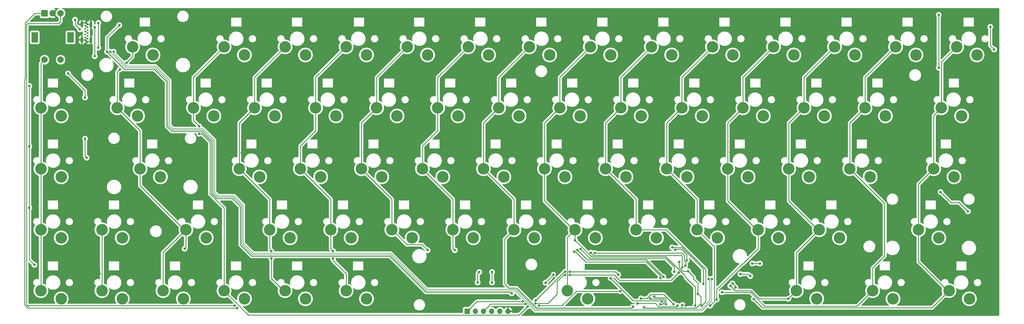
<source format=gbr>
%TF.GenerationSoftware,KiCad,Pcbnew,7.0.6*%
%TF.CreationDate,2024-03-18T14:57:41-04:00*%
%TF.ProjectId,Loadstar_70,4c6f6164-7374-4617-925f-37302e6b6963,rev?*%
%TF.SameCoordinates,Original*%
%TF.FileFunction,Copper,L2,Bot*%
%TF.FilePolarity,Positive*%
%FSLAX46Y46*%
G04 Gerber Fmt 4.6, Leading zero omitted, Abs format (unit mm)*
G04 Created by KiCad (PCBNEW 7.0.6) date 2024-03-18 14:57:41*
%MOMM*%
%LPD*%
G01*
G04 APERTURE LIST*
%TA.AperFunction,ComponentPad*%
%ADD10C,0.600000*%
%TD*%
%TA.AperFunction,ComponentPad*%
%ADD11O,0.900000X1.900000*%
%TD*%
%TA.AperFunction,ComponentPad*%
%ADD12R,1.700000X1.700000*%
%TD*%
%TA.AperFunction,ComponentPad*%
%ADD13O,1.700000X1.700000*%
%TD*%
%TA.AperFunction,ComponentPad*%
%ADD14C,3.600000*%
%TD*%
%TA.AperFunction,ComponentPad*%
%ADD15R,2.000000X2.000000*%
%TD*%
%TA.AperFunction,ComponentPad*%
%ADD16C,2.000000*%
%TD*%
%TA.AperFunction,ComponentPad*%
%ADD17R,2.000000X3.200000*%
%TD*%
%TA.AperFunction,ViaPad*%
%ADD18C,0.800000*%
%TD*%
%TA.AperFunction,Conductor*%
%ADD19C,0.250000*%
%TD*%
%TA.AperFunction,Conductor*%
%ADD20C,0.200000*%
%TD*%
G04 APERTURE END LIST*
D10*
%TO.P,J1,A1,GND_A*%
%TO.N,GND*%
X41815625Y-61540000D03*
%TO.P,J1,A4,VBUS_A*%
%TO.N,Net-(J1-VBUS_A)*%
X41815625Y-62440000D03*
%TO.P,J1,A5,CC1*%
%TO.N,Net-(J1-CC1)*%
X41815625Y-63340000D03*
%TO.P,J1,A6,D1+*%
%TO.N,Net-(J1-D1+)*%
X41815625Y-64240000D03*
%TO.P,J1,A7,D1-*%
%TO.N,Net-(J1-D1-)*%
X41815625Y-65140000D03*
%TO.P,J1,A9,VBUS_A__1*%
%TO.N,Net-(J1-VBUS_A)*%
X41815625Y-66040000D03*
%TO.P,J1,A12,GND_A__1*%
%TO.N,GND*%
X41815625Y-66940000D03*
%TO.P,J1,B1,GND_B*%
X41035625Y-66490000D03*
%TO.P,J1,B4,VBUS_B*%
%TO.N,Net-(J1-VBUS_A)*%
X41035625Y-65590000D03*
%TO.P,J1,B5,CC2*%
%TO.N,Net-(J1-CC2)*%
X41035625Y-64690000D03*
%TO.P,J1,B6,D2+*%
%TO.N,Net-(J1-D1+)*%
X41035625Y-63790000D03*
%TO.P,J1,B7,D2-*%
%TO.N,Net-(J1-D1-)*%
X41035625Y-62890000D03*
%TO.P,J1,B9,VBUS_B__1*%
%TO.N,Net-(J1-VBUS_A)*%
X41035625Y-61990000D03*
%TO.P,J1,B12,GND_B__1*%
%TO.N,GND*%
X41035625Y-61090000D03*
D11*
%TO.P,J1,S1,SHIELD*%
X42855625Y-61590000D03*
%TO.P,J1,S2,SHIELD__1*%
X39995625Y-61590000D03*
%TO.P,J1,S3,SHIELD__2*%
X42855625Y-66390000D03*
%TO.P,J1,S4,SHIELD__3*%
X39995625Y-66390000D03*
%TD*%
D12*
%TO.P,ICSP1,1,Pin_1*%
%TO.N,RESET*%
X160285625Y-151205000D03*
D13*
%TO.P,ICSP1,2,Pin_2*%
%TO.N,MOSI{slash}EA*%
X162825625Y-151205000D03*
%TO.P,ICSP1,3,Pin_3*%
%TO.N,MISO{slash}EB*%
X165365625Y-151205000D03*
%TO.P,ICSP1,4,Pin_4*%
%TO.N,SCK*%
X167905625Y-151205000D03*
%TO.P,ICSP1,5,Pin_5*%
%TO.N,VCC*%
X170445625Y-151205000D03*
%TO.P,ICSP1,6,Pin_6*%
%TO.N,GND*%
X172985625Y-151205000D03*
%TD*%
D14*
%TO.P,SW45,1,1*%
%TO.N,col0*%
X301069375Y-125730000D03*
%TO.P,SW45,2,2*%
%TO.N,Net-(D45-A)*%
X307419375Y-128270000D03*
%TD*%
%TO.P,SW43,1,1*%
%TO.N,col13*%
X58181875Y-106680000D03*
%TO.P,SW43,2,2*%
%TO.N,Net-(D43-A)*%
X64531875Y-109220000D03*
%TD*%
%TO.P,SW34,1,1*%
%TO.N,col3*%
X241538125Y-106680000D03*
%TO.P,SW34,2,2*%
%TO.N,Net-(D34-A)*%
X247888125Y-109220000D03*
%TD*%
%TO.P,SW32,1,1*%
%TO.N,col1*%
X279638125Y-106680000D03*
%TO.P,SW32,2,2*%
%TO.N,Net-(D32-A)*%
X285988125Y-109220000D03*
%TD*%
%TO.P,SW62,1,1*%
%TO.N,col6*%
X191531875Y-144780000D03*
%TO.P,SW62,2,2*%
%TO.N,Net-(D62-A)*%
X197881875Y-147320000D03*
%TD*%
%TO.P,SW16,1,1*%
%TO.N,col0*%
X308213125Y-87630000D03*
%TO.P,SW16,2,2*%
%TO.N,Net-(D16-A)*%
X314563125Y-90170000D03*
%TD*%
%TO.P,SW10,1,1*%
%TO.N,col8*%
X160575625Y-68580000D03*
%TO.P,SW10,2,2*%
%TO.N,Net-(D10-A)*%
X166925625Y-71120000D03*
%TD*%
%TO.P,SW49,1,1*%
%TO.N,col5*%
X212963125Y-125730000D03*
%TO.P,SW49,2,2*%
%TO.N,Net-(D49-A)*%
X219313125Y-128270000D03*
%TD*%
%TO.P,SW41,1,1*%
%TO.N,col10*%
X108188125Y-106680000D03*
%TO.P,SW41,2,2*%
%TO.N,Net-(D41-A)*%
X114538125Y-109220000D03*
%TD*%
%TO.P,SW65,1,1*%
%TO.N,col12*%
X84375625Y-144780000D03*
%TO.P,SW65,2,2*%
%TO.N,Net-(D65-A)*%
X90725625Y-147320000D03*
%TD*%
%TO.P,SW60,1,1*%
%TO.N,col1*%
X286781875Y-144780000D03*
%TO.P,SW60,2,2*%
%TO.N,Net-(D60-A)*%
X293131875Y-147320000D03*
%TD*%
%TO.P,SW11,1,1*%
%TO.N,col9*%
X141525625Y-68580000D03*
%TO.P,SW11,2,2*%
%TO.N,Net-(D11-A)*%
X147875625Y-71120000D03*
%TD*%
%TO.P,SW47,1,1*%
%TO.N,col3*%
X251063125Y-125730000D03*
%TO.P,SW47,2,2*%
%TO.N,Net-(D47-A)*%
X257413125Y-128270000D03*
%TD*%
%TO.P,SW35,1,1*%
%TO.N,col4*%
X222488125Y-106680000D03*
%TO.P,SW35,2,2*%
%TO.N,Net-(D35-A)*%
X228838125Y-109220000D03*
%TD*%
%TO.P,SW13,1,1*%
%TO.N,col11*%
X103425625Y-68580000D03*
%TO.P,SW13,2,2*%
%TO.N,Net-(D13-A)*%
X109775625Y-71120000D03*
%TD*%
%TO.P,SW36,1,1*%
%TO.N,col5*%
X203438125Y-106680000D03*
%TO.P,SW36,2,2*%
%TO.N,Net-(D36-A)*%
X209788125Y-109220000D03*
%TD*%
%TO.P,SW63,1,1*%
%TO.N,col10*%
X122475625Y-144780000D03*
%TO.P,SW63,2,2*%
%TO.N,Net-(D63-A)*%
X128825625Y-147320000D03*
%TD*%
%TO.P,SW26,1,1*%
%TO.N,col10*%
X112950625Y-87630000D03*
%TO.P,SW26,2,2*%
%TO.N,Net-(D26-A)*%
X119300625Y-90170000D03*
%TD*%
%TO.P,SW24,1,1*%
%TO.N,col8*%
X151050625Y-87630000D03*
%TO.P,SW24,2,2*%
%TO.N,Net-(D24-A)*%
X157400625Y-90170000D03*
%TD*%
%TO.P,SW23,1,1*%
%TO.N,col7*%
X170100625Y-87630000D03*
%TO.P,SW23,2,2*%
%TO.N,Net-(D23-A)*%
X176450625Y-90170000D03*
%TD*%
%TO.P,SW28,1,1*%
%TO.N,col12*%
X74850625Y-87630000D03*
%TO.P,SW28,2,2*%
%TO.N,Net-(D28-A)*%
X81200625Y-90170000D03*
%TD*%
%TO.P,SW51,1,1*%
%TO.N,col7*%
X174863125Y-125730000D03*
%TO.P,SW51,2,2*%
%TO.N,Net-(D51-A)*%
X181213125Y-128270000D03*
%TD*%
%TO.P,SW15,1,1*%
%TO.N,col13*%
X55826025Y-68580000D03*
%TO.P,SW15,2,2*%
%TO.N,Net-(D15-A)*%
X62176025Y-71120000D03*
%TD*%
%TO.P,SW39,1,1*%
%TO.N,col8*%
X146288125Y-106680000D03*
%TO.P,SW39,2,2*%
%TO.N,Net-(D39-A)*%
X152638125Y-109220000D03*
%TD*%
%TO.P,SW54,1,1*%
%TO.N,col10*%
X117713125Y-125730000D03*
%TO.P,SW54,2,2*%
%TO.N,Net-(D54-A)*%
X124063125Y-128270000D03*
%TD*%
%TO.P,SW31,1,1*%
%TO.N,col0*%
X305831875Y-106680000D03*
%TO.P,SW31,2,2*%
%TO.N,Net-(D31-A)*%
X312181875Y-109220000D03*
%TD*%
%TO.P,SW20,1,1*%
%TO.N,col4*%
X227250625Y-87630000D03*
%TO.P,SW20,2,2*%
%TO.N,Net-(D20-A)*%
X233600625Y-90170000D03*
%TD*%
%TO.P,SW14,1,1*%
%TO.N,col12*%
X84375625Y-68580000D03*
%TO.P,SW14,2,2*%
%TO.N,Net-(D14-A)*%
X90725625Y-71120000D03*
%TD*%
%TO.P,SW22,1,1*%
%TO.N,col6*%
X189150625Y-87630000D03*
%TO.P,SW22,2,2*%
%TO.N,Net-(D22-A)*%
X195500625Y-90170000D03*
%TD*%
%TO.P,SW53,1,1*%
%TO.N,col9*%
X136763125Y-125730000D03*
%TO.P,SW53,2,2*%
%TO.N,Net-(D53-A)*%
X143113125Y-128270000D03*
%TD*%
%TO.P,SW3,1,1*%
%TO.N,col1*%
X293925625Y-68580000D03*
%TO.P,SW3,2,2*%
%TO.N,Net-(D3-A)*%
X300275625Y-71120000D03*
%TD*%
%TO.P,SW56,1,1*%
%TO.N,col13*%
X72469375Y-125730000D03*
%TO.P,SW56,2,2*%
%TO.N,Net-(D56-A)*%
X78819375Y-128270000D03*
%TD*%
%TO.P,SW38,1,1*%
%TO.N,col7*%
X165338125Y-106680000D03*
%TO.P,SW38,2,2*%
%TO.N,Net-(D38-A)*%
X171688125Y-109220000D03*
%TD*%
%TO.P,SW58,1,1*%
%TO.N,col15*%
X27225625Y-125730000D03*
%TO.P,SW58,2,2*%
%TO.N,Net-(D58-A)*%
X33575625Y-128270000D03*
%TD*%
%TO.P,SW55,1,1*%
%TO.N,col11*%
X98663125Y-125730000D03*
%TO.P,SW55,2,2*%
%TO.N,Net-(D55-A)*%
X105013125Y-128270000D03*
%TD*%
%TO.P,SW12,1,1*%
%TO.N,col10*%
X122475625Y-68580000D03*
%TO.P,SW12,2,2*%
%TO.N,Net-(D12-A)*%
X128825625Y-71120000D03*
%TD*%
%TO.P,SW17,1,1*%
%TO.N,col1*%
X284400625Y-87630000D03*
%TO.P,SW17,2,2*%
%TO.N,Net-(D17-A)*%
X290750625Y-90170000D03*
%TD*%
D15*
%TO.P,SW1,A,A*%
%TO.N,MOSI{slash}EA*%
X28385625Y-58105000D03*
D16*
%TO.P,SW1,B,B*%
%TO.N,MISO{slash}EB*%
X33385625Y-58105000D03*
%TO.P,SW1,C,C*%
%TO.N,GND*%
X30885625Y-58105000D03*
D17*
%TO.P,SW1,MP*%
%TO.N,N/C*%
X36485625Y-65605000D03*
X25285625Y-65605000D03*
D16*
%TO.P,SW1,S1,S1*%
%TO.N,Net-(D1-A)*%
X33385625Y-72605000D03*
%TO.P,SW1,S2,S2*%
%TO.N,col15*%
X28385625Y-72605000D03*
%TD*%
D14*
%TO.P,SW68,1,1*%
%TO.N,col15*%
X27225625Y-144780000D03*
%TO.P,SW68,2,2*%
%TO.N,Net-(D68-A)*%
X33575625Y-147320000D03*
%TD*%
%TO.P,SW37,1,1*%
%TO.N,col6*%
X184388125Y-106680000D03*
%TO.P,SW37,2,2*%
%TO.N,Net-(D37-A)*%
X190738125Y-109220000D03*
%TD*%
%TO.P,SW7,1,1*%
%TO.N,col5*%
X217725625Y-68580000D03*
%TO.P,SW7,2,2*%
%TO.N,Net-(D7-A)*%
X224075625Y-71120000D03*
%TD*%
%TO.P,SW2,1,1*%
%TO.N,col0*%
X312975625Y-68580000D03*
%TO.P,SW2,2,2*%
%TO.N,Net-(D2-A)*%
X319325625Y-71120000D03*
%TD*%
%TO.P,SW64,1,1*%
%TO.N,col11*%
X103425625Y-144780000D03*
%TO.P,SW64,2,2*%
%TO.N,Net-(D64-A)*%
X109775625Y-147320000D03*
%TD*%
%TO.P,SW48,1,1*%
%TO.N,col4*%
X232013125Y-125730000D03*
%TO.P,SW48,2,2*%
%TO.N,Net-(D48-A)*%
X238363125Y-128270000D03*
%TD*%
%TO.P,SW42,1,1*%
%TO.N,col11*%
X89138125Y-106680000D03*
%TO.P,SW42,2,2*%
%TO.N,Net-(D42-A)*%
X95488125Y-109220000D03*
%TD*%
%TO.P,SW67,1,1*%
%TO.N,col14*%
X46275625Y-144780000D03*
%TO.P,SW67,2,2*%
%TO.N,Net-(D67-A)*%
X52625625Y-147320000D03*
%TD*%
%TO.P,SW57,1,1*%
%TO.N,col14*%
X46275625Y-125730000D03*
%TO.P,SW57,2,2*%
%TO.N,Net-(D57-A)*%
X52625625Y-128270000D03*
%TD*%
%TO.P,SW19,1,1*%
%TO.N,col3*%
X246300625Y-87630000D03*
%TO.P,SW19,2,2*%
%TO.N,Net-(D19-A)*%
X252650625Y-90170000D03*
%TD*%
%TO.P,SW25,1,1*%
%TO.N,col9*%
X132000625Y-87630000D03*
%TO.P,SW25,2,2*%
%TO.N,Net-(D25-A)*%
X138350625Y-90170000D03*
%TD*%
%TO.P,SW61,1,1*%
%TO.N,col2*%
X262969375Y-144780000D03*
%TO.P,SW61,2,2*%
%TO.N,Net-(D61-A)*%
X269319375Y-147320000D03*
%TD*%
%TO.P,SW27,1,1*%
%TO.N,col11*%
X93900625Y-87630000D03*
%TO.P,SW27,2,2*%
%TO.N,Net-(D27-A)*%
X100250625Y-90170000D03*
%TD*%
%TO.P,SW66,1,1*%
%TO.N,col13*%
X65325625Y-144780000D03*
%TO.P,SW66,2,2*%
%TO.N,Net-(D66-A)*%
X71675625Y-147320000D03*
%TD*%
%TO.P,SW9,1,1*%
%TO.N,col7*%
X179625625Y-68580000D03*
%TO.P,SW9,2,2*%
%TO.N,Net-(D9-A)*%
X185975625Y-71120000D03*
%TD*%
%TO.P,SW44,1,1*%
%TO.N,col15*%
X27225625Y-106680000D03*
%TO.P,SW44,2,2*%
%TO.N,Net-(D44-A)*%
X33575625Y-109220000D03*
%TD*%
%TO.P,SW40,1,1*%
%TO.N,col9*%
X127238125Y-106680000D03*
%TO.P,SW40,2,2*%
%TO.N,Net-(D40-A)*%
X133588125Y-109220000D03*
%TD*%
%TO.P,SW50,1,1*%
%TO.N,col6*%
X193913125Y-125730000D03*
%TO.P,SW50,2,2*%
%TO.N,Net-(D50-A)*%
X200263125Y-128270000D03*
%TD*%
%TO.P,SW4,1,1*%
%TO.N,col2*%
X274875625Y-68580000D03*
%TO.P,SW4,2,2*%
%TO.N,Net-(D4-A)*%
X281225625Y-71120000D03*
%TD*%
%TO.P,SW18,1,1*%
%TO.N,col2*%
X265350625Y-87630000D03*
%TO.P,SW18,2,2*%
%TO.N,Net-(D18-A)*%
X271700625Y-90170000D03*
%TD*%
%TO.P,SW5,1,1*%
%TO.N,col3*%
X255825625Y-68580000D03*
%TO.P,SW5,2,2*%
%TO.N,Net-(D5-A)*%
X262175625Y-71120000D03*
%TD*%
%TO.P,SW29,1,1*%
%TO.N,col13*%
X51038125Y-87630000D03*
%TO.P,SW29,2,2*%
%TO.N,Net-(D29-A)*%
X57388125Y-90170000D03*
%TD*%
%TO.P,SW52,1,1*%
%TO.N,col8*%
X155813125Y-125730000D03*
%TO.P,SW52,2,2*%
%TO.N,Net-(D52-A)*%
X162163125Y-128270000D03*
%TD*%
%TO.P,SW30,1,1*%
%TO.N,col15*%
X27225625Y-87630000D03*
%TO.P,SW30,2,2*%
%TO.N,Net-(D30-A)*%
X33575625Y-90170000D03*
%TD*%
%TO.P,SW46,1,1*%
%TO.N,col2*%
X270113125Y-125730000D03*
%TO.P,SW46,2,2*%
%TO.N,Net-(D46-A)*%
X276463125Y-128270000D03*
%TD*%
%TO.P,SW8,1,1*%
%TO.N,col6*%
X198675625Y-68580000D03*
%TO.P,SW8,2,2*%
%TO.N,Net-(D8-A)*%
X205025625Y-71120000D03*
%TD*%
%TO.P,SW6,1,1*%
%TO.N,col4*%
X236775625Y-68580000D03*
%TO.P,SW6,2,2*%
%TO.N,Net-(D6-A)*%
X243125625Y-71120000D03*
%TD*%
%TO.P,SW59,1,1*%
%TO.N,col0*%
X310594375Y-144780000D03*
%TO.P,SW59,2,2*%
%TO.N,Net-(D59-A)*%
X316944375Y-147320000D03*
%TD*%
%TO.P,SW33,1,1*%
%TO.N,col2*%
X260588125Y-106680000D03*
%TO.P,SW33,2,2*%
%TO.N,Net-(D33-A)*%
X266938125Y-109220000D03*
%TD*%
%TO.P,SW21,1,1*%
%TO.N,col5*%
X208200625Y-87630000D03*
%TO.P,SW21,2,2*%
%TO.N,Net-(D21-A)*%
X214550625Y-90170000D03*
%TD*%
D18*
%TO.N,GND*%
X50950000Y-65700000D03*
X207700000Y-148450000D03*
X212350000Y-146800000D03*
X210400000Y-137700000D03*
X214950000Y-140550000D03*
X215450000Y-144850000D03*
X147300000Y-101600000D03*
X315900000Y-77400000D03*
X288600000Y-98700000D03*
X141800000Y-63300000D03*
X137800000Y-120500000D03*
X221800000Y-117600000D03*
X108300000Y-117200000D03*
X294300000Y-63400000D03*
X222915273Y-138871250D03*
X174000000Y-138500000D03*
X47727248Y-120621254D03*
X133200000Y-82200000D03*
X228413857Y-149480843D03*
X159900000Y-79500000D03*
X208800000Y-120524500D03*
X199200000Y-63400000D03*
X170500000Y-143000000D03*
X245685625Y-143405000D03*
X203300000Y-117700000D03*
X211900000Y-98700000D03*
X275500000Y-63300000D03*
X204600000Y-101700000D03*
X187300000Y-140900000D03*
X98200000Y-98700000D03*
X45500000Y-139500000D03*
X252700000Y-120724500D03*
X226285625Y-144240000D03*
X165700000Y-146600000D03*
X287800000Y-139700000D03*
X87200000Y-124800000D03*
X314800000Y-98000000D03*
X174635625Y-142105000D03*
X36100000Y-79300000D03*
X55600000Y-117600000D03*
X122000000Y-79600000D03*
X169400000Y-60600000D03*
X61300000Y-139884250D03*
X323185625Y-75605000D03*
X153100000Y-148400000D03*
X64885625Y-60105000D03*
X309800000Y-117000000D03*
X257700000Y-135100000D03*
X109200000Y-101600000D03*
X295800000Y-136500000D03*
X227700000Y-120624500D03*
X188500000Y-60500000D03*
X103900000Y-63500000D03*
X262900000Y-116900000D03*
X198834375Y-144065625D03*
X245500000Y-60400000D03*
X116800000Y-146800000D03*
X257800000Y-139200000D03*
X160900000Y-63400000D03*
X95000000Y-82500000D03*
X232050000Y-139100000D03*
X312400000Y-114700000D03*
X89900000Y-101700000D03*
X35600000Y-116200000D03*
X241200000Y-117800000D03*
X141300000Y-79600000D03*
X59700000Y-128500000D03*
X187300000Y-135800000D03*
X85100000Y-63300000D03*
X250200000Y-98600000D03*
X67300000Y-98700000D03*
X76000000Y-82400000D03*
X45400000Y-84800000D03*
X195500000Y-120524500D03*
X128100000Y-101500000D03*
X242400000Y-101500000D03*
X112600000Y-60500000D03*
X81600000Y-117800000D03*
X313700000Y-63300000D03*
X214000000Y-120200000D03*
X93500000Y-60400000D03*
X34700000Y-82700000D03*
X323000000Y-94600000D03*
X271597540Y-120617219D03*
X41385625Y-60105000D03*
X132700000Y-120700000D03*
X155300000Y-98800000D03*
X103900000Y-139600000D03*
X259900000Y-117700000D03*
X280700000Y-101700000D03*
X249785625Y-150105000D03*
X274800000Y-79600000D03*
X117000000Y-135600000D03*
X156683475Y-120100239D03*
X296900000Y-133000000D03*
X309500000Y-82200000D03*
X226600000Y-60200000D03*
X175500000Y-147438909D03*
X171200000Y-82500000D03*
X190400000Y-82500000D03*
X269500000Y-98800000D03*
X266300000Y-82400000D03*
X40600000Y-132700000D03*
X303135625Y-60105000D03*
X292900000Y-125400000D03*
X185400000Y-101600000D03*
X208000000Y-60500000D03*
X94100000Y-120700000D03*
X247100000Y-120724500D03*
X223600000Y-101600000D03*
X279300000Y-118000000D03*
X52200000Y-82200000D03*
X293700000Y-79400000D03*
X238285625Y-141305000D03*
X179100000Y-79400000D03*
X255300000Y-79600000D03*
X256400000Y-63400000D03*
X42635625Y-69105000D03*
X117100000Y-98300000D03*
X261700000Y-101500000D03*
X102900000Y-79600000D03*
X170800000Y-120700000D03*
X265100000Y-60400000D03*
X247600000Y-82600000D03*
X318900000Y-139000000D03*
X36909375Y-61912500D03*
X283700000Y-60600000D03*
X220685625Y-144880500D03*
X113600000Y-120724500D03*
X231700000Y-98800000D03*
X60100000Y-79500000D03*
X194200000Y-98800000D03*
X146000000Y-117600000D03*
X233200000Y-120600000D03*
X322000000Y-132800000D03*
X237000000Y-63300000D03*
X236300000Y-79700000D03*
X285500000Y-82500000D03*
X59300000Y-101600000D03*
X244000000Y-117000000D03*
X171600000Y-146600000D03*
X174500000Y-98500000D03*
X209300000Y-82500000D03*
X180200000Y-63300000D03*
X114000000Y-82500000D03*
X166300000Y-101600000D03*
X217400000Y-79600000D03*
X302485625Y-147605000D03*
X126800000Y-117300000D03*
X322500000Y-60200000D03*
X203596875Y-146446875D03*
X151700000Y-120400000D03*
X41400000Y-120800000D03*
X307100000Y-101300000D03*
X266100000Y-120724500D03*
X152100000Y-82400000D03*
X150400000Y-60600000D03*
X255900000Y-141800000D03*
X228500000Y-82500000D03*
X118100000Y-139800000D03*
X319500000Y-136200000D03*
X183300000Y-117000000D03*
X194071875Y-147637500D03*
X170700000Y-138200000D03*
X218300000Y-63300000D03*
X175900000Y-120600000D03*
X52800000Y-71000000D03*
X79900000Y-139800000D03*
X74000000Y-120600000D03*
X301400000Y-89700000D03*
X164400000Y-117800000D03*
X83600000Y-79600000D03*
X322300000Y-113700000D03*
X136000000Y-98500000D03*
X198200000Y-79600000D03*
%TO.N,+5V*%
X23600000Y-118900000D03*
X184700000Y-142300000D03*
X47861122Y-70105000D03*
X215385625Y-149930500D03*
X243027639Y-142537135D03*
X25200000Y-136700000D03*
X229190773Y-138700000D03*
X227441611Y-149249015D03*
X232222075Y-145763507D03*
X187200000Y-139800000D03*
X226385625Y-135855000D03*
X174135625Y-145605000D03*
X243957612Y-143757612D03*
X23600000Y-80800000D03*
X51700000Y-61800000D03*
X23600000Y-99700000D03*
%TO.N,Net-(J1-VBUS_A)*%
X44035625Y-62490000D03*
X44035625Y-71490000D03*
%TO.N,row4*%
X248585625Y-140205000D03*
X204985625Y-140905000D03*
X221090268Y-148134143D03*
X245485625Y-139605000D03*
%TO.N,Net-(U1-PE2)*%
X225885625Y-149480500D03*
X213385625Y-148805000D03*
%TO.N,RESET*%
X190807375Y-138865997D03*
X177636591Y-148163409D03*
X181610567Y-147793114D03*
X192256375Y-138865997D03*
X207385625Y-139755000D03*
%TO.N,MOSI{slash}EA*%
X227291711Y-137486488D03*
X163500000Y-142214500D03*
X198802612Y-132897389D03*
X164000000Y-138965500D03*
X88500000Y-150200000D03*
%TO.N,MISO{slash}EB*%
X87741121Y-149475500D03*
X192256375Y-139865500D03*
X226259815Y-139140185D03*
X190807375Y-139865500D03*
X181512232Y-148787768D03*
X178429829Y-148956647D03*
%TO.N,SCK*%
X168000000Y-142214500D03*
X228275500Y-136982664D03*
X200012538Y-133030500D03*
X168000000Y-138965500D03*
%TO.N,Net-(J1-D1-)*%
X37885625Y-60105000D03*
X39385625Y-63105000D03*
X45135625Y-68855000D03*
X45135625Y-61105000D03*
%TO.N,LED*%
X218573326Y-146680500D03*
X323485625Y-62305000D03*
X324685625Y-69405000D03*
X222277469Y-149029500D03*
%TO.N,LED_row2*%
X307385625Y-58605000D03*
X307385625Y-75105000D03*
%TO.N,LED_row3*%
X35718750Y-76900000D03*
X41000000Y-84400000D03*
%TO.N,LED_row4*%
X41500000Y-103214500D03*
X41000000Y-97300000D03*
%TO.N,Net-(LED61-DOUT)*%
X249200000Y-136300000D03*
X251600000Y-136300000D03*
%TO.N,LED_row5*%
X316500000Y-120000000D03*
X307949951Y-113974549D03*
%TO.N,D+*%
X49910625Y-70105000D03*
X235610625Y-141105000D03*
%TO.N,D-*%
X236660625Y-141105000D03*
X48860625Y-70105000D03*
%TO.N,col0*%
X249685625Y-147379500D03*
X217311125Y-147210300D03*
X220560125Y-149030500D03*
%TO.N,col1*%
X239755127Y-145274502D03*
%TO.N,col2*%
X242373326Y-143292701D03*
X260444375Y-147305000D03*
%TO.N,col3*%
X238109639Y-147556388D03*
%TO.N,col4*%
X236066928Y-149480500D03*
%TO.N,col5*%
X233434029Y-149480500D03*
%TO.N,col6*%
X193913125Y-129032500D03*
X231403528Y-149463007D03*
%TO.N,col7*%
X224640576Y-149030967D03*
X211985625Y-149755500D03*
X214485625Y-147210300D03*
%TO.N,col8*%
X221455826Y-140434799D03*
X194631926Y-132129500D03*
X156385625Y-132129500D03*
%TO.N,col9*%
X220516433Y-140838653D03*
X147885625Y-132129500D03*
X193632842Y-132579500D03*
%TO.N,col10*%
X118385625Y-132430500D03*
X118385625Y-134729500D03*
%TO.N,col11*%
X99135625Y-134729500D03*
X99135625Y-132430500D03*
%TO.N,col12*%
X76635625Y-93430500D03*
X208018534Y-144962508D03*
X182628368Y-149480500D03*
X76635625Y-95729500D03*
X179136583Y-149663402D03*
%TO.N,col13*%
X51885625Y-75605000D03*
X53935945Y-73554680D03*
X72085625Y-131679500D03*
X224839773Y-138868734D03*
X195610576Y-131754549D03*
%TO.N,col14*%
X228785625Y-135345750D03*
X225125256Y-131996487D03*
%TO.N,col15*%
X224228013Y-131271987D03*
X233885625Y-142704500D03*
%TD*%
D19*
%TO.N,GND*%
X195500000Y-120524500D02*
X200475500Y-120524500D01*
X129300000Y-117300000D02*
X132700000Y-120700000D01*
X164400000Y-117800000D02*
X167300000Y-120700000D01*
X307100000Y-101300000D02*
X311500000Y-101300000D01*
X85100000Y-63300000D02*
X90600000Y-63300000D01*
X137800000Y-120500000D02*
X143100000Y-120500000D01*
X275500000Y-63300000D02*
X281000000Y-63300000D01*
X247300000Y-101500000D02*
X250200000Y-98600000D01*
X160900000Y-63400000D02*
X166600000Y-63400000D01*
X172438909Y-147438909D02*
X171600000Y-146600000D01*
X237000000Y-63300000D02*
X242600000Y-63300000D01*
X266800000Y-101500000D02*
X269500000Y-98800000D01*
X176000000Y-82500000D02*
X179100000Y-79400000D01*
X103900000Y-63500000D02*
X109600000Y-63500000D01*
X35600000Y-116200000D02*
X40200000Y-120800000D01*
X203300000Y-117700000D02*
X205975500Y-117700000D01*
X228500000Y-82500000D02*
X233500000Y-82500000D01*
X57400000Y-82200000D02*
X60100000Y-79500000D01*
X41815625Y-61540000D02*
X42805625Y-61540000D01*
X233200000Y-120600000D02*
X238400000Y-120600000D01*
X170700000Y-142800000D02*
X170700000Y-138200000D01*
X214500000Y-82500000D02*
X217400000Y-79600000D01*
X294300000Y-63400000D02*
X299840625Y-63400000D01*
X180200000Y-63300000D02*
X185700000Y-63300000D01*
X252700000Y-120724500D02*
X256875500Y-120724500D01*
X195300000Y-82500000D02*
X198200000Y-79600000D01*
X309500000Y-82200000D02*
X312978527Y-82200000D01*
X205975500Y-117700000D02*
X208800000Y-120524500D01*
X64400000Y-101600000D02*
X67300000Y-98700000D01*
X41365625Y-66490000D02*
X41815625Y-66940000D01*
X143100000Y-120500000D02*
X146000000Y-117600000D01*
X247600000Y-82600000D02*
X252300000Y-82600000D01*
X247100000Y-120100000D02*
X247100000Y-120724500D01*
X40200000Y-120800000D02*
X41400000Y-120800000D01*
X174000000Y-138500000D02*
X174000000Y-141469375D01*
X113800000Y-101600000D02*
X117100000Y-98300000D01*
X133000000Y-101500000D02*
X136000000Y-98500000D01*
X255900000Y-141100000D02*
X255900000Y-141800000D01*
X80800000Y-82400000D02*
X83600000Y-79600000D01*
X257700000Y-139100000D02*
X257800000Y-139200000D01*
X147700000Y-63300000D02*
X150400000Y-60600000D01*
X118100000Y-139800000D02*
X118100000Y-136700000D01*
X266100000Y-120100000D02*
X266100000Y-120724500D01*
X199200000Y-63400000D02*
X205100000Y-63400000D01*
X262900000Y-116900000D02*
X266100000Y-120100000D01*
X76000000Y-82400000D02*
X80800000Y-82400000D01*
X59300000Y-101600000D02*
X64400000Y-101600000D01*
X138700000Y-82200000D02*
X141300000Y-79600000D01*
X313700000Y-63300000D02*
X319400000Y-63300000D01*
X205100000Y-63400000D02*
X208000000Y-60500000D01*
X109600000Y-63500000D02*
X112600000Y-60500000D01*
X45500000Y-137600000D02*
X40600000Y-132700000D01*
X242400000Y-101500000D02*
X247300000Y-101500000D01*
X200475500Y-120524500D02*
X203300000Y-117700000D01*
X170500000Y-143000000D02*
X170700000Y-142800000D01*
X128100000Y-101500000D02*
X133000000Y-101500000D01*
X52200000Y-82200000D02*
X57400000Y-82200000D01*
X34700000Y-82700000D02*
X36100000Y-81300000D01*
X171200000Y-82500000D02*
X176000000Y-82500000D01*
X315900000Y-79278527D02*
X315900000Y-77400000D01*
X209300000Y-82500000D02*
X214500000Y-82500000D01*
X219200000Y-120200000D02*
X221800000Y-117600000D01*
X242600000Y-63300000D02*
X245500000Y-60400000D01*
X175900000Y-120600000D02*
X179700000Y-120600000D01*
X223600000Y-101600000D02*
X228900000Y-101600000D01*
X40495625Y-61090000D02*
X39995625Y-61590000D01*
X90600000Y-63300000D02*
X93500000Y-60400000D01*
X118100000Y-136700000D02*
X117000000Y-135600000D01*
X271597540Y-120617219D02*
X276682781Y-120617219D01*
X146000000Y-117600000D02*
X148900000Y-117600000D01*
X133200000Y-82200000D02*
X138700000Y-82200000D01*
X187925000Y-140275000D02*
X187925000Y-136425000D01*
X152500000Y-101600000D02*
X155300000Y-98800000D01*
X318900000Y-136800000D02*
X319500000Y-136200000D01*
X47727248Y-120621254D02*
X52578746Y-120621254D01*
X156683475Y-120100239D02*
X162099761Y-120100239D01*
X166300000Y-101600000D02*
X171400000Y-101600000D01*
X41815625Y-66940000D02*
X42305625Y-66940000D01*
X318900000Y-139000000D02*
X318900000Y-136800000D01*
X41035625Y-61090000D02*
X40495625Y-61090000D01*
X208900000Y-101700000D02*
X211900000Y-98700000D01*
X256400000Y-63400000D02*
X262100000Y-63400000D01*
X191400000Y-101600000D02*
X194200000Y-98800000D01*
X226600000Y-60200000D02*
X223500000Y-63300000D01*
X257800000Y-139200000D02*
X255900000Y-141100000D01*
X204600000Y-101700000D02*
X208900000Y-101700000D01*
X78800000Y-120600000D02*
X81600000Y-117800000D01*
X256875500Y-120724500D02*
X259900000Y-117700000D01*
X114000000Y-82500000D02*
X119100000Y-82500000D01*
X244000000Y-117000000D02*
X247100000Y-120100000D01*
X238400000Y-120600000D02*
X241200000Y-117800000D01*
X185700000Y-63300000D02*
X188500000Y-60500000D01*
X228900000Y-101600000D02*
X231700000Y-98800000D01*
X41485625Y-61540000D02*
X41035625Y-61090000D01*
X290600000Y-82500000D02*
X293700000Y-79400000D01*
X95200000Y-101700000D02*
X98200000Y-98700000D01*
X287800000Y-139700000D02*
X292600000Y-139700000D01*
X141800000Y-63300000D02*
X147700000Y-63300000D01*
X233500000Y-82500000D02*
X236300000Y-79700000D01*
X166600000Y-63400000D02*
X169400000Y-60600000D01*
X295800000Y-136500000D02*
X296900000Y-135400000D01*
X187300000Y-140900000D02*
X187925000Y-140275000D01*
X148900000Y-117600000D02*
X151700000Y-120400000D01*
X167300000Y-120700000D02*
X170800000Y-120700000D01*
X261700000Y-101500000D02*
X266800000Y-101500000D01*
X162099761Y-120100239D02*
X164400000Y-117800000D01*
X224675500Y-117600000D02*
X227700000Y-120624500D01*
X157000000Y-82400000D02*
X159900000Y-79500000D01*
X126800000Y-117300000D02*
X129300000Y-117300000D01*
X221800000Y-117600000D02*
X224675500Y-117600000D01*
X152100000Y-82400000D02*
X157000000Y-82400000D01*
X74000000Y-120600000D02*
X78800000Y-120600000D01*
X311500000Y-101300000D02*
X314800000Y-98000000D01*
X119100000Y-82500000D02*
X122000000Y-79600000D01*
X109200000Y-101600000D02*
X113800000Y-101600000D01*
X42305625Y-66940000D02*
X42855625Y-66390000D01*
X299840625Y-63400000D02*
X303135625Y-60105000D01*
X174000000Y-141469375D02*
X174635625Y-142105000D01*
X108300000Y-117200000D02*
X110075500Y-117200000D01*
X147300000Y-101600000D02*
X152500000Y-101600000D01*
X89900000Y-101700000D02*
X95200000Y-101700000D01*
X272000000Y-82400000D02*
X274800000Y-79600000D01*
X285600000Y-101700000D02*
X288600000Y-98700000D01*
X190400000Y-82500000D02*
X195300000Y-82500000D01*
X41815625Y-61540000D02*
X41485625Y-61540000D01*
X110075500Y-117200000D02*
X113600000Y-120724500D01*
X36100000Y-81300000D02*
X36100000Y-79300000D01*
X187925000Y-136425000D02*
X187300000Y-135800000D01*
X39995625Y-66390000D02*
X40935625Y-66390000D01*
X262100000Y-63400000D02*
X265100000Y-60400000D01*
X171400000Y-101600000D02*
X174500000Y-98500000D01*
X179700000Y-120600000D02*
X183300000Y-117000000D01*
X252300000Y-82600000D02*
X255300000Y-79600000D01*
X41035625Y-66490000D02*
X41365625Y-66490000D01*
X214000000Y-120200000D02*
X219200000Y-120200000D01*
X100000000Y-82500000D02*
X102900000Y-79600000D01*
X52578746Y-120621254D02*
X55600000Y-117600000D01*
X281000000Y-63300000D02*
X283700000Y-60600000D01*
X296900000Y-135400000D02*
X296900000Y-133000000D01*
X312978527Y-82200000D02*
X315900000Y-79278527D01*
X95000000Y-82500000D02*
X100000000Y-82500000D01*
X266300000Y-82400000D02*
X272000000Y-82400000D01*
X276682781Y-120617219D02*
X279300000Y-118000000D01*
X292600000Y-139700000D02*
X295800000Y-136500000D01*
X319400000Y-63300000D02*
X322500000Y-60200000D01*
X257700000Y-135100000D02*
X257700000Y-139100000D01*
X175500000Y-147438909D02*
X172438909Y-147438909D01*
X280700000Y-101700000D02*
X285600000Y-101700000D01*
X285500000Y-82500000D02*
X290600000Y-82500000D01*
X223500000Y-63300000D02*
X218300000Y-63300000D01*
X45500000Y-139500000D02*
X45500000Y-137600000D01*
X185400000Y-101600000D02*
X191400000Y-101600000D01*
%TO.N,+5V*%
X80485625Y-98124240D02*
X80485625Y-114374240D01*
X215385625Y-149930500D02*
X215660125Y-150205000D01*
X68116384Y-95005000D02*
X77366385Y-95005000D01*
X62635625Y-75605000D02*
X66485625Y-79455000D01*
X233135625Y-148755000D02*
X233135625Y-146677057D01*
X77366385Y-95005000D02*
X80485625Y-98124240D01*
X226385625Y-137605000D02*
X226385625Y-135855000D01*
X229190773Y-138700000D02*
X230911125Y-140420352D01*
X136116385Y-134005000D02*
X147366385Y-145255000D01*
X230911125Y-141130500D02*
X232222075Y-142441450D01*
X82116384Y-116005000D02*
X87035625Y-116005000D01*
X66485625Y-79455000D02*
X66485625Y-93374240D01*
X243957612Y-143757612D02*
X243957612Y-143467108D01*
X66485625Y-93374240D02*
X68116384Y-95005000D01*
X232222075Y-142441450D02*
X232222075Y-145763507D01*
X147366385Y-145255000D02*
X173785625Y-145255000D01*
X89485625Y-118455000D02*
X89485625Y-130455000D01*
X227135625Y-149555001D02*
X227135625Y-150205000D01*
X53335320Y-75605000D02*
X62635625Y-75605000D01*
X47861122Y-70130802D02*
X53335320Y-75605000D01*
X47861122Y-70105000D02*
X47861122Y-65638878D01*
X47861122Y-65638878D02*
X51700000Y-61800000D01*
X87035625Y-116005000D02*
X89485625Y-118455000D01*
X215660125Y-150205000D02*
X227135625Y-150205000D01*
X23600000Y-118900000D02*
X23600000Y-99700000D01*
X231685625Y-150205000D02*
X233135625Y-148755000D01*
X184700000Y-142300000D02*
X187200000Y-139800000D01*
X89485625Y-130455000D02*
X93035625Y-134005000D01*
X230911125Y-140420352D02*
X230911125Y-141130500D01*
X243957612Y-143467108D02*
X243027639Y-142537135D01*
X233135625Y-146677057D02*
X232222075Y-145763507D01*
X227135625Y-150205000D02*
X231685625Y-150205000D01*
X93035625Y-134005000D02*
X136116385Y-134005000D01*
X23600000Y-99700000D02*
X23600000Y-80800000D01*
X47861122Y-70105000D02*
X47861122Y-70130802D01*
X227441611Y-149249015D02*
X227135625Y-149555001D01*
X25200000Y-136700000D02*
X23600000Y-135100000D01*
X23600000Y-135100000D02*
X23600000Y-118900000D01*
X80485625Y-114374240D02*
X82116384Y-116005000D01*
X229190773Y-138700000D02*
X227480625Y-138700000D01*
X173785625Y-145255000D02*
X174135625Y-145605000D01*
X227480625Y-138700000D02*
X226385625Y-137605000D01*
%TO.N,Net-(J1-VBUS_A)*%
X44035625Y-62490000D02*
X44035625Y-71490000D01*
X41485625Y-62440000D02*
X41815625Y-62440000D01*
X41035625Y-61990000D02*
X41485625Y-62440000D01*
X41485625Y-66040000D02*
X41035625Y-65590000D01*
X41815625Y-66040000D02*
X41485625Y-66040000D01*
%TO.N,row4*%
X245485625Y-139605000D02*
X247985625Y-139605000D01*
X220890925Y-147934800D02*
X212015425Y-147934800D01*
X212015425Y-147934800D02*
X204985625Y-140905000D01*
X247985625Y-139605000D02*
X248585625Y-140205000D01*
X221090268Y-148134143D02*
X220890925Y-147934800D01*
%TO.N,Net-(U1-PE2)*%
X213385625Y-148805000D02*
X219035430Y-148805000D01*
X219035430Y-148805000D02*
X219985430Y-149755000D01*
X225611125Y-149755000D02*
X225885625Y-149480500D01*
X219985430Y-149755000D02*
X225611125Y-149755000D01*
%TO.N,RESET*%
X181610567Y-147793114D02*
X190537684Y-138865997D01*
X160285625Y-151205000D02*
X163327216Y-148163409D01*
X206496622Y-138865997D02*
X207385625Y-139755000D01*
X192256375Y-138865997D02*
X206496622Y-138865997D01*
X190537684Y-138865997D02*
X190807375Y-138865997D01*
X163327216Y-148163409D02*
X177636591Y-148163409D01*
%TO.N,MOSI{slash}EA*%
X22300000Y-78474695D02*
X22200000Y-78574695D01*
X22200000Y-78574695D02*
X22200000Y-149200000D01*
X163500000Y-139465500D02*
X163500000Y-142214500D01*
X22300000Y-61100000D02*
X22300000Y-78474695D01*
X22200000Y-149200000D02*
X23200000Y-150200000D01*
X227291711Y-137486488D02*
X227291711Y-133908289D01*
X227155000Y-133755000D02*
X199660223Y-133755000D01*
X23200000Y-150200000D02*
X88500000Y-150200000D01*
X227300000Y-133900000D02*
X227155000Y-133755000D01*
X164000000Y-138965500D02*
X163500000Y-139465500D01*
X199660223Y-133755000D02*
X198802612Y-132897389D01*
X28385625Y-58105000D02*
X25295000Y-58105000D01*
X227300000Y-133900000D02*
X227291711Y-133908289D01*
X25295000Y-58105000D02*
X22300000Y-61100000D01*
%TO.N,MISO{slash}EB*%
X188300000Y-141936438D02*
X188300000Y-145900000D01*
X33385625Y-58105000D02*
X33385625Y-60614375D01*
X32700000Y-61300000D02*
X23100000Y-61300000D01*
X23100000Y-61300000D02*
X22750000Y-61650000D01*
X22750000Y-149113604D02*
X23318198Y-149681802D01*
X23524500Y-149475500D02*
X87741121Y-149475500D01*
X23318198Y-149681802D02*
X23524500Y-149475500D01*
X223836347Y-141563653D02*
X207839478Y-141563653D01*
X188300000Y-145900000D02*
X185444500Y-148755500D01*
X178429829Y-148956647D02*
X167613978Y-148956647D01*
X167613978Y-148956647D02*
X165365625Y-151205000D01*
X33385625Y-60614375D02*
X32700000Y-61300000D01*
X226259815Y-139140185D02*
X223836347Y-141563653D01*
X22750000Y-61700000D02*
X22750000Y-149113604D01*
X185444500Y-148755500D02*
X181544500Y-148755500D01*
X190370938Y-139865500D02*
X188300000Y-141936438D01*
X22750000Y-61650000D02*
X22750000Y-61700000D01*
X181544500Y-148755500D02*
X181512232Y-148787768D01*
X206141325Y-139865500D02*
X192256375Y-139865500D01*
X190807375Y-139865500D02*
X190370938Y-139865500D01*
X207839478Y-141563653D02*
X206141325Y-139865500D01*
%TO.N,SCK*%
X228485320Y-136070750D02*
X228000000Y-135585430D01*
X168000000Y-138965500D02*
X168000000Y-142214500D01*
X228275500Y-136982664D02*
X228485320Y-136772844D01*
X228485320Y-136772844D02*
X228485320Y-136070750D01*
X228000000Y-135585430D02*
X228000000Y-133700000D01*
X228000000Y-133700000D02*
X227330500Y-133030500D01*
X227330500Y-133030500D02*
X200012538Y-133030500D01*
%TO.N,Net-(J1-D1+)*%
X41035625Y-63790000D02*
X41365625Y-63790000D01*
X41365625Y-63790000D02*
X41815625Y-64240000D01*
%TO.N,Net-(J1-D1-)*%
X37885625Y-61605000D02*
X37885625Y-60105000D01*
X39385625Y-63105000D02*
X37885625Y-61605000D01*
X45135625Y-61105000D02*
X45135625Y-68855000D01*
%TO.N,LED*%
X324685625Y-69405000D02*
X323485625Y-68205000D01*
X221928213Y-146955000D02*
X218847826Y-146955000D01*
X218847826Y-146955000D02*
X218573326Y-146680500D01*
X222277469Y-147304256D02*
X221928213Y-146955000D01*
X222277469Y-149029500D02*
X222277469Y-147304256D01*
X323485625Y-68205000D02*
X323485625Y-62305000D01*
%TO.N,LED_row2*%
X307385625Y-58605000D02*
X307385625Y-75105000D01*
%TO.N,LED_row3*%
X41000000Y-82181250D02*
X41000000Y-84400000D01*
X35718750Y-76900000D02*
X41000000Y-82181250D01*
%TO.N,LED_row4*%
X41000000Y-102714500D02*
X41500000Y-103214500D01*
X41000000Y-97300000D02*
X41000000Y-102714500D01*
%TO.N,Net-(LED61-DOUT)*%
X251600000Y-136300000D02*
X249200000Y-136300000D01*
%TO.N,LED_row5*%
X313736609Y-117236609D02*
X316500000Y-120000000D01*
X311212011Y-117236609D02*
X313736609Y-117236609D01*
X307949951Y-113974549D02*
X311212011Y-117236609D01*
D20*
%TO.N,D+*%
X49910625Y-70518603D02*
X54022022Y-74630000D01*
X90360625Y-130011800D02*
X93478825Y-133130000D01*
X54022022Y-74630000D02*
X62978825Y-74630000D01*
X67360625Y-93011800D02*
X68478825Y-94130000D01*
X90360625Y-118011800D02*
X90360625Y-130011800D01*
X136478825Y-133130000D02*
X147728825Y-144380000D01*
X82478825Y-115130000D02*
X87478825Y-115130000D01*
X81360625Y-114011800D02*
X82478825Y-115130000D01*
X235910624Y-148011801D02*
X235910624Y-141404999D01*
X147728825Y-144380000D02*
X175478825Y-144380000D01*
X235910624Y-141404999D02*
X235610625Y-141105000D01*
X81360625Y-97761800D02*
X81360625Y-114011800D01*
X87478825Y-115130000D02*
X90360625Y-118011800D01*
X67360625Y-79011800D02*
X67360625Y-93011800D01*
X233292425Y-150630000D02*
X235910624Y-148011801D01*
X62978825Y-74630000D02*
X67360625Y-79011800D01*
X49910625Y-70105000D02*
X49910625Y-70518603D01*
X77728825Y-94130000D02*
X81360625Y-97761800D01*
X175478825Y-144380000D02*
X181728825Y-150630000D01*
X181728825Y-150630000D02*
X233292425Y-150630000D01*
X93478825Y-133130000D02*
X136478825Y-133130000D01*
X68478825Y-94130000D02*
X77728825Y-94130000D01*
%TO.N,D-*%
X53835625Y-75080000D02*
X62792425Y-75080000D01*
X89910625Y-130198200D02*
X93292425Y-133580000D01*
X66910625Y-93198200D02*
X68292425Y-94580000D01*
X233478825Y-151080000D02*
X236360626Y-148198199D01*
X181542425Y-151080000D02*
X233478825Y-151080000D01*
X77542425Y-94580000D02*
X80910625Y-97948200D01*
X66910625Y-79198200D02*
X66910625Y-93198200D01*
X147542425Y-144830000D02*
X175292425Y-144830000D01*
X89910625Y-118198200D02*
X89910625Y-130198200D01*
X93292425Y-133580000D02*
X136292425Y-133580000D01*
X175292425Y-144830000D02*
X181542425Y-151080000D01*
X80910625Y-114198200D02*
X82292425Y-115580000D01*
X68292425Y-94580000D02*
X77542425Y-94580000D01*
X80910625Y-97948200D02*
X80910625Y-114198200D01*
X82292425Y-115580000D02*
X87292425Y-115580000D01*
X87292425Y-115580000D02*
X89910625Y-118198200D01*
X48860625Y-70105000D02*
X53835625Y-75080000D01*
X236360626Y-148198199D02*
X236360626Y-141404999D01*
X62792425Y-75080000D02*
X66910625Y-79198200D01*
X136292425Y-133580000D02*
X147542425Y-144830000D01*
X236360626Y-141404999D02*
X236660625Y-141105000D01*
D19*
%TO.N,col0*%
X249685625Y-147379500D02*
X252411125Y-150105000D01*
X301069375Y-135752767D02*
X310096608Y-144780000D01*
X217505825Y-147405000D02*
X217311125Y-147210300D01*
X308213125Y-87630000D02*
X305831875Y-90011250D01*
X221815268Y-147833838D02*
X221386430Y-147405000D01*
X301069375Y-125730000D02*
X301069375Y-135752767D01*
X221815268Y-148434448D02*
X221815268Y-147833838D01*
X252411125Y-150105000D02*
X305269375Y-150105000D01*
X301069375Y-111442500D02*
X301069375Y-125730000D01*
X305831875Y-106680000D02*
X301069375Y-111442500D01*
X221386430Y-147405000D02*
X217505825Y-147405000D01*
X220560125Y-149030500D02*
X221219216Y-149030500D01*
X312975625Y-68580000D02*
X308213125Y-73342500D01*
X305831875Y-90011250D02*
X305831875Y-106680000D01*
X305269375Y-150105000D02*
X310594375Y-144780000D01*
X221219216Y-149030500D02*
X221815268Y-148434448D01*
X308213125Y-73342500D02*
X308213125Y-87630000D01*
%TO.N,col1*%
X284400625Y-78105000D02*
X284400625Y-87630000D01*
X284400625Y-87630000D02*
X279638125Y-92392500D01*
X279638125Y-106680000D02*
X290512500Y-117554375D01*
X253035625Y-149655000D02*
X281906875Y-149655000D01*
X290512500Y-117554375D02*
X290512500Y-133916173D01*
X281906875Y-149655000D02*
X286781875Y-144780000D01*
X293925625Y-68580000D02*
X284400625Y-78105000D01*
X290512500Y-133916173D02*
X286781875Y-137646798D01*
X286781875Y-137646798D02*
X286781875Y-144780000D01*
X239755127Y-145274502D02*
X248655127Y-145274502D01*
X248655127Y-145274502D02*
X253035625Y-149655000D01*
X279638125Y-92392500D02*
X279638125Y-106680000D01*
%TO.N,col2*%
X269615358Y-125730000D02*
X260588125Y-116702767D01*
X262969375Y-132873750D02*
X270113125Y-125730000D01*
X248841523Y-144824502D02*
X251322021Y-147305000D01*
X260588125Y-106680000D02*
X260588125Y-92392500D01*
X262969375Y-144780000D02*
X262969375Y-132873750D01*
X243905127Y-144824502D02*
X248841523Y-144824502D01*
X265350625Y-78105000D02*
X274875625Y-68580000D01*
X260444375Y-147305000D02*
X262969375Y-144780000D01*
X242373326Y-143292701D02*
X243905127Y-144824502D01*
X260588125Y-116702767D02*
X260588125Y-106680000D01*
X260588125Y-92392500D02*
X265350625Y-87630000D01*
X251322021Y-147305000D02*
X260444375Y-147305000D01*
X265350625Y-87630000D02*
X265350625Y-78105000D01*
%TO.N,col3*%
X251063125Y-131643881D02*
X246323106Y-136383900D01*
X238109639Y-144380986D02*
X238109639Y-147556388D01*
X246300625Y-78105000D02*
X246300625Y-87630000D01*
X246300625Y-87630000D02*
X241538125Y-92392500D01*
X246323106Y-136383900D02*
X246106725Y-136383900D01*
X255825625Y-68580000D02*
X246300625Y-78105000D01*
X246106725Y-136383900D02*
X238109639Y-144380986D01*
X241538125Y-92392500D02*
X241538125Y-106680000D01*
X241538125Y-106680000D02*
X241538125Y-116702767D01*
X241538125Y-116702767D02*
X250565358Y-125730000D01*
X251063125Y-125730000D02*
X251063125Y-131643881D01*
%TO.N,col4*%
X232013125Y-116205000D02*
X222488125Y-106680000D01*
X237385625Y-148161803D02*
X236066928Y-149480500D01*
X227250625Y-87630000D02*
X227250625Y-78105000D01*
X227250625Y-78105000D02*
X236775625Y-68580000D01*
X232013125Y-125730000D02*
X232013125Y-116205000D01*
X232013125Y-125730000D02*
X237385625Y-131102500D01*
X237385625Y-131102500D02*
X237385625Y-148161803D01*
X222488125Y-92392500D02*
X227250625Y-87630000D01*
X222488125Y-106680000D02*
X222488125Y-92392500D01*
%TO.N,col5*%
X208200625Y-87630000D02*
X203438125Y-92392500D01*
X212963125Y-125730000D02*
X222310930Y-125730000D01*
X222310930Y-125730000D02*
X234701005Y-138120075D01*
X203438125Y-106680000D02*
X212963125Y-116205000D01*
X203438125Y-92392500D02*
X203438125Y-106680000D01*
X234701005Y-148213524D02*
X233434029Y-149480500D01*
X208200625Y-78105000D02*
X208200625Y-87630000D01*
X234701005Y-138120075D02*
X234701005Y-148213524D01*
X212963125Y-116205000D02*
X212963125Y-125730000D01*
X217725625Y-68580000D02*
X208200625Y-78105000D01*
%TO.N,col6*%
X184388125Y-116702767D02*
X184388125Y-106680000D01*
X191531875Y-128111250D02*
X193913125Y-125730000D01*
X231403528Y-149463007D02*
X231403528Y-143422903D01*
X193913125Y-129032500D02*
X193913125Y-125730000D01*
X228415826Y-140660506D02*
X228415826Y-140271597D01*
X231403528Y-143422903D02*
X231178223Y-143422903D01*
X189150625Y-87630000D02*
X189150625Y-78105000D01*
X184388125Y-92392500D02*
X189150625Y-87630000D01*
X231178223Y-143422903D02*
X228415826Y-140660506D01*
X199085625Y-134205000D02*
X193913125Y-129032500D01*
X193415358Y-125730000D02*
X184388125Y-116702767D01*
X228415826Y-140271597D02*
X222349229Y-134205000D01*
X191531875Y-144780000D02*
X191531875Y-128111250D01*
X184388125Y-106680000D02*
X184388125Y-92392500D01*
X222349229Y-134205000D02*
X199085625Y-134205000D01*
X189150625Y-78105000D02*
X198675625Y-68580000D01*
%TO.N,col7*%
X174863125Y-116205000D02*
X174863125Y-125730000D01*
X221565109Y-145955500D02*
X217540620Y-145955500D01*
X181904866Y-150205000D02*
X175654866Y-143955000D01*
X170100625Y-78105000D02*
X170100625Y-87630000D01*
X171985625Y-128607500D02*
X174863125Y-125730000D01*
X171985625Y-142705000D02*
X171985625Y-128607500D01*
X217540620Y-145955500D02*
X216285820Y-147210300D01*
X211536125Y-150205000D02*
X181904866Y-150205000D01*
X165338125Y-106680000D02*
X174863125Y-116205000D01*
X173235625Y-143955000D02*
X171985625Y-142705000D01*
X170100625Y-87630000D02*
X165338125Y-92392500D01*
X224640576Y-149030967D02*
X221565109Y-145955500D01*
X175654866Y-143955000D02*
X173235625Y-143955000D01*
X211985625Y-149755500D02*
X211536125Y-150205000D01*
X179625625Y-68580000D02*
X170100625Y-78105000D01*
X165338125Y-92392500D02*
X165338125Y-106680000D01*
X216285820Y-147210300D02*
X214485625Y-147210300D01*
%TO.N,col8*%
X146288125Y-106680000D02*
X146288125Y-99546798D01*
X197643822Y-135141396D02*
X194631926Y-132129500D01*
X156385625Y-132129500D02*
X155813125Y-131557000D01*
X146288125Y-99546798D02*
X151050625Y-94784298D01*
X155813125Y-116205000D02*
X146288125Y-106680000D01*
X155813125Y-125730000D02*
X155813125Y-116205000D01*
X151050625Y-87630000D02*
X151050625Y-78105000D01*
X155813125Y-131557000D02*
X155813125Y-125730000D01*
X216162423Y-135141396D02*
X197643822Y-135141396D01*
X151050625Y-94784298D02*
X151050625Y-87630000D01*
X221455826Y-140434799D02*
X216162423Y-135141396D01*
X151050625Y-78105000D02*
X160575625Y-68580000D01*
%TO.N,col9*%
X197280118Y-135802997D02*
X194056621Y-132579500D01*
X127238125Y-92392500D02*
X127238125Y-106680000D01*
X127238125Y-106680000D02*
X136763125Y-116205000D01*
X146151125Y-130395000D02*
X141428125Y-130395000D01*
X194056621Y-132579500D02*
X193632842Y-132579500D01*
X141525625Y-68580000D02*
X132000625Y-78105000D01*
X220516433Y-140838653D02*
X220516433Y-140131802D01*
X141428125Y-130395000D02*
X136763125Y-125730000D01*
X132000625Y-87630000D02*
X127238125Y-92392500D01*
X216187628Y-135802997D02*
X197280118Y-135802997D01*
X132000625Y-78105000D02*
X132000625Y-87630000D01*
X136763125Y-116205000D02*
X136763125Y-125730000D01*
X220516433Y-140131802D02*
X216187628Y-135802997D01*
X147885625Y-132129500D02*
X146151125Y-130395000D01*
%TO.N,col10*%
X118385625Y-134729500D02*
X118385625Y-135355000D01*
X117713125Y-131758000D02*
X117713125Y-125730000D01*
X118385625Y-132430500D02*
X117713125Y-131758000D01*
X108188125Y-99546798D02*
X112950625Y-94784298D01*
X108188125Y-106680000D02*
X108188125Y-99546798D01*
X117713125Y-125730000D02*
X117713125Y-116205000D01*
X118385625Y-135355000D02*
X122475625Y-139445000D01*
X122475625Y-139445000D02*
X122475625Y-144780000D01*
X112950625Y-87630000D02*
X112950625Y-78105000D01*
X117713125Y-116205000D02*
X108188125Y-106680000D01*
X112950625Y-94784298D02*
X112950625Y-87630000D01*
X112950625Y-78105000D02*
X122475625Y-68580000D01*
%TO.N,col11*%
X99135625Y-140987767D02*
X102927858Y-144780000D01*
X98663125Y-131958000D02*
X98663125Y-125730000D01*
X93900625Y-87630000D02*
X89138125Y-92392500D01*
X99135625Y-134729500D02*
X99135625Y-140987767D01*
X89138125Y-92392500D02*
X89138125Y-106680000D01*
X89138125Y-106680000D02*
X98663125Y-116205000D01*
X99135625Y-132430500D02*
X98663125Y-131958000D01*
X98663125Y-116205000D02*
X98663125Y-125730000D01*
X103425625Y-68580000D02*
X93900625Y-78105000D01*
X93900625Y-78105000D02*
X93900625Y-87630000D01*
%TO.N,col12*%
X176419985Y-152380000D02*
X91975625Y-152380000D01*
X74850625Y-91645500D02*
X74850625Y-87630000D01*
X74850625Y-78105000D02*
X84375625Y-68580000D01*
X77454489Y-95729500D02*
X80035625Y-98310636D01*
X189836579Y-149480500D02*
X182628368Y-149480500D01*
X179136583Y-149663402D02*
X176419985Y-152380000D01*
X91975625Y-152380000D02*
X84375625Y-144780000D01*
X194354571Y-144962508D02*
X189836579Y-149480500D01*
X80035625Y-114560636D02*
X84375625Y-118900636D01*
X76635625Y-95729500D02*
X77454489Y-95729500D01*
X80035625Y-98310636D02*
X80035625Y-114560636D01*
X84375625Y-118900636D02*
X84375625Y-144780000D01*
X208018534Y-144962508D02*
X194354571Y-144962508D01*
X76635625Y-93430500D02*
X74850625Y-91645500D01*
X74850625Y-87630000D02*
X74850625Y-78105000D01*
%TO.N,col13*%
X51038125Y-76452500D02*
X51038125Y-87630000D01*
X58181875Y-94773750D02*
X58181875Y-106680000D01*
X222199229Y-134691396D02*
X198547423Y-134691396D01*
X55826025Y-71664600D02*
X53935945Y-73554680D01*
X58181875Y-111940267D02*
X71971608Y-125730000D01*
X72085625Y-131679500D02*
X72469375Y-131295750D01*
X224839773Y-138868734D02*
X224839773Y-137331940D01*
X72469375Y-125730000D02*
X65325625Y-132873750D01*
X51038125Y-87630000D02*
X58181875Y-94773750D01*
X72469375Y-131295750D02*
X72469375Y-125730000D01*
X198547423Y-134691396D02*
X195610576Y-131754549D01*
X224839773Y-137331940D02*
X222199229Y-134691396D01*
X55826025Y-68580000D02*
X55826025Y-71664600D01*
X58181875Y-106680000D02*
X58181875Y-111940267D01*
X51885625Y-75605000D02*
X51038125Y-76452500D01*
X65325625Y-132873750D02*
X65325625Y-144780000D01*
%TO.N,col14*%
X225125256Y-131996487D02*
X225399756Y-131721987D01*
X227030125Y-131721987D02*
X228785625Y-133477487D01*
X225399756Y-131721987D02*
X227030125Y-131721987D01*
X228785625Y-133477487D02*
X228785625Y-135345750D01*
X46275625Y-144780000D02*
X46275625Y-125730000D01*
%TO.N,col15*%
X27225625Y-125730000D02*
X27225625Y-106680000D01*
X224228013Y-131271987D02*
X227216521Y-131271987D01*
X233885625Y-142704500D02*
X233885625Y-137941091D01*
X27225625Y-106680000D02*
X27225625Y-87630000D01*
X27225625Y-73765000D02*
X28385625Y-72605000D01*
X27225625Y-144780000D02*
X27225625Y-125730000D01*
X27225625Y-87630000D02*
X27225625Y-73765000D01*
X227216521Y-131271987D02*
X233885625Y-137941091D01*
%TD*%
%TA.AperFunction,Conductor*%
%TO.N,GND*%
G36*
X42630082Y-62295610D02*
G01*
X42719587Y-62363201D01*
X42827465Y-62393895D01*
X42939146Y-62383546D01*
X43039547Y-62333552D01*
X43105625Y-62261069D01*
X43105625Y-63010469D01*
X43166868Y-62987788D01*
X43236571Y-62982964D01*
X43297817Y-63016590D01*
X43302084Y-63021096D01*
X43303091Y-63022214D01*
X43303092Y-63022216D01*
X43377632Y-63105000D01*
X43378275Y-63105714D01*
X43408505Y-63168706D01*
X43410125Y-63188687D01*
X43410125Y-64904919D01*
X43390440Y-64971958D01*
X43337636Y-65017713D01*
X43268478Y-65027657D01*
X43231516Y-65016247D01*
X43187267Y-64994542D01*
X43187268Y-64994542D01*
X43105625Y-64973403D01*
X43105625Y-65723889D01*
X43081168Y-65684390D01*
X42991663Y-65616799D01*
X42883785Y-65586105D01*
X42772104Y-65596454D01*
X42671703Y-65646448D01*
X42605625Y-65718930D01*
X42605625Y-65281626D01*
X42606014Y-65274688D01*
X42620316Y-65147756D01*
X42621190Y-65140002D01*
X42621190Y-65139997D01*
X42609099Y-65032687D01*
X42606014Y-65005313D01*
X42605625Y-64998373D01*
X42605625Y-64952610D01*
X42592728Y-64936564D01*
X42590318Y-64930237D01*
X42541414Y-64790478D01*
X42519732Y-64755971D01*
X42500732Y-64688734D01*
X42519733Y-64624026D01*
X42541414Y-64589522D01*
X42600993Y-64419255D01*
X42617826Y-64269856D01*
X42621190Y-64240003D01*
X42621190Y-64239996D01*
X42600994Y-64060750D01*
X42600993Y-64060745D01*
X42541413Y-63890475D01*
X42519733Y-63855973D01*
X42500732Y-63788737D01*
X42519733Y-63724027D01*
X42541413Y-63689524D01*
X42556135Y-63647452D01*
X42600993Y-63519255D01*
X42600994Y-63519249D01*
X42621190Y-63340003D01*
X42621190Y-63339996D01*
X42600994Y-63160750D01*
X42600993Y-63160748D01*
X42600993Y-63160745D01*
X42589043Y-63126596D01*
X42585481Y-63056819D01*
X42605625Y-63021651D01*
X42605625Y-62581626D01*
X42606014Y-62574688D01*
X42621190Y-62440000D01*
X42620301Y-62432112D01*
X42609046Y-62332216D01*
X42606014Y-62305313D01*
X42605625Y-62298373D01*
X42605625Y-62256110D01*
X42630082Y-62295610D01*
G37*
%TD.AperFunction*%
%TA.AperFunction,Conductor*%
G36*
X325864083Y-56465889D02*
G01*
X325871492Y-56466724D01*
X325887238Y-56468500D01*
X325900331Y-56470221D01*
X325966351Y-56478903D01*
X325991118Y-56484799D01*
X326025794Y-56496934D01*
X326028969Y-56498146D01*
X326059361Y-56510736D01*
X326082674Y-56520395D01*
X326101190Y-56529962D01*
X326136356Y-56552060D01*
X326141114Y-56555370D01*
X326162101Y-56571474D01*
X326188681Y-56591871D01*
X326194772Y-56597213D01*
X326228406Y-56630848D01*
X326233745Y-56636937D01*
X326256349Y-56666396D01*
X326270244Y-56684505D01*
X326273555Y-56689264D01*
X326291620Y-56718015D01*
X326310625Y-56783986D01*
X326310625Y-152346061D01*
X326291619Y-152412032D01*
X326273863Y-152440292D01*
X326270552Y-152445052D01*
X326233501Y-152493339D01*
X326228149Y-152499441D01*
X326195063Y-152532530D01*
X326188959Y-152537883D01*
X326140671Y-152574938D01*
X326135910Y-152578249D01*
X326101451Y-152599902D01*
X326082936Y-152609468D01*
X326028183Y-152632150D01*
X326024935Y-152633390D01*
X325991345Y-152645147D01*
X325966573Y-152651046D01*
X325885695Y-152661698D01*
X325869604Y-152663512D01*
X325864297Y-152664110D01*
X325857350Y-152664500D01*
X177319437Y-152664500D01*
X177252398Y-152644815D01*
X177206643Y-152592011D01*
X177196699Y-152522853D01*
X177225724Y-152459297D01*
X177231756Y-152452819D01*
X179084354Y-150600221D01*
X179145677Y-150566736D01*
X179172035Y-150563902D01*
X179231227Y-150563902D01*
X179231229Y-150563902D01*
X179416386Y-150524546D01*
X179589313Y-150447553D01*
X179742454Y-150336290D01*
X179753106Y-150324459D01*
X179812593Y-150287810D01*
X179882450Y-150289139D01*
X179932939Y-150319749D01*
X181087094Y-151473904D01*
X181092445Y-151480005D01*
X181114143Y-151508282D01*
X181239584Y-151604536D01*
X181385663Y-151665044D01*
X181464044Y-151675363D01*
X181542424Y-151685682D01*
X181542425Y-151685682D01*
X181577754Y-151681030D01*
X181585853Y-151680500D01*
X233435397Y-151680500D01*
X233443495Y-151681030D01*
X233478825Y-151685682D01*
X233478826Y-151685682D01*
X233531078Y-151678802D01*
X233635587Y-151665044D01*
X233781666Y-151604536D01*
X233781666Y-151604535D01*
X233781666Y-151604534D01*
X233789130Y-151601443D01*
X233797907Y-151592072D01*
X233907107Y-151508282D01*
X233928808Y-151479999D01*
X233934136Y-151473922D01*
X235270877Y-150137181D01*
X235332198Y-150103698D01*
X235401890Y-150108682D01*
X235450706Y-150141892D01*
X235461057Y-150153388D01*
X235614193Y-150264648D01*
X235614198Y-150264651D01*
X235787120Y-150341642D01*
X235787125Y-150341644D01*
X235972282Y-150381000D01*
X235972283Y-150381000D01*
X236161572Y-150381000D01*
X236161574Y-150381000D01*
X236346731Y-150341644D01*
X236519658Y-150264651D01*
X236672799Y-150153388D01*
X236799461Y-150012716D01*
X236894107Y-149848784D01*
X236952602Y-149668756D01*
X236970249Y-149500844D01*
X236996832Y-149436234D01*
X237005879Y-149426138D01*
X237074030Y-149357987D01*
X243567375Y-149357987D01*
X243607012Y-149620966D01*
X243607014Y-149620972D01*
X243648511Y-149755500D01*
X243683810Y-149869937D01*
X243685409Y-149875119D01*
X243800799Y-150114729D01*
X243800800Y-150114731D01*
X243800802Y-150114734D01*
X243800804Y-150114738D01*
X243903011Y-150264648D01*
X243950625Y-150334485D01*
X244131519Y-150529444D01*
X244131523Y-150529447D01*
X244131524Y-150529448D01*
X244339460Y-150695272D01*
X244569789Y-150828252D01*
X244817365Y-150925419D01*
X245076658Y-150984601D01*
X245126362Y-150988325D01*
X245275468Y-150999500D01*
X245275474Y-150999500D01*
X245408282Y-150999500D01*
X245540819Y-150989567D01*
X245607092Y-150984601D01*
X245866385Y-150925419D01*
X246113961Y-150828252D01*
X246344290Y-150695272D01*
X246552226Y-150529448D01*
X246552931Y-150528689D01*
X246689965Y-150381000D01*
X246733125Y-150334485D01*
X246882946Y-150114738D01*
X246998342Y-149875116D01*
X247076736Y-149620971D01*
X247079409Y-149603240D01*
X247116374Y-149357987D01*
X247116375Y-149357978D01*
X247116375Y-149092021D01*
X247116374Y-149092012D01*
X247076737Y-148829033D01*
X247076735Y-148829027D01*
X246998342Y-148574884D01*
X246935725Y-148444858D01*
X246882950Y-148335270D01*
X246882949Y-148335268D01*
X246882948Y-148335267D01*
X246882946Y-148335262D01*
X246733125Y-148115515D01*
X246708155Y-148088604D01*
X246552230Y-147920555D01*
X246512236Y-147888661D01*
X246344290Y-147754728D01*
X246113961Y-147621748D01*
X245866385Y-147524581D01*
X245866376Y-147524579D01*
X245866373Y-147524578D01*
X245607089Y-147465398D01*
X245408282Y-147450500D01*
X245408276Y-147450500D01*
X245275474Y-147450500D01*
X245275468Y-147450500D01*
X245076660Y-147465398D01*
X244817376Y-147524578D01*
X244817368Y-147524580D01*
X244817365Y-147524581D01*
X244817362Y-147524581D01*
X244817359Y-147524583D01*
X244569788Y-147621748D01*
X244339460Y-147754728D01*
X244131519Y-147920555D01*
X243950625Y-148115514D01*
X243800800Y-148335268D01*
X243800799Y-148335270D01*
X243685409Y-148574880D01*
X243607014Y-148829027D01*
X243607012Y-148829033D01*
X243567375Y-149092012D01*
X243567375Y-149357987D01*
X237074030Y-149357987D01*
X237769413Y-148662604D01*
X237781667Y-148652789D01*
X237781484Y-148652567D01*
X237787491Y-148647595D01*
X237787502Y-148647589D01*
X237826891Y-148605644D01*
X237834852Y-148597167D01*
X237845296Y-148586721D01*
X237855745Y-148576274D01*
X237860004Y-148570781D01*
X237863777Y-148566364D01*
X237895687Y-148532385D01*
X237899210Y-148525976D01*
X237901862Y-148521153D01*
X237951407Y-148471888D01*
X238010525Y-148456888D01*
X238204283Y-148456888D01*
X238204285Y-148456888D01*
X238389442Y-148417532D01*
X238562369Y-148340539D01*
X238715510Y-148229276D01*
X238842172Y-148088604D01*
X238936818Y-147924672D01*
X238995313Y-147744644D01*
X239015099Y-147556388D01*
X238995313Y-147368132D01*
X238936818Y-147188104D01*
X238842172Y-147024172D01*
X238830506Y-147011216D01*
X238766988Y-146940671D01*
X238736758Y-146877679D01*
X238735138Y-146857699D01*
X238735138Y-145774713D01*
X238735138Y-145771602D01*
X238754823Y-145704565D01*
X238807627Y-145658810D01*
X238876785Y-145648866D01*
X238940341Y-145677891D01*
X238966525Y-145709604D01*
X239022592Y-145806716D01*
X239149256Y-145947390D01*
X239302392Y-146058650D01*
X239302397Y-146058653D01*
X239475319Y-146135644D01*
X239475324Y-146135646D01*
X239660481Y-146175002D01*
X239660482Y-146175002D01*
X239849771Y-146175002D01*
X239849773Y-146175002D01*
X240034930Y-146135646D01*
X240207857Y-146058653D01*
X240360998Y-145947390D01*
X240363915Y-145944149D01*
X240366727Y-145941028D01*
X240426214Y-145904381D01*
X240458875Y-145900002D01*
X248344675Y-145900002D01*
X248411714Y-145919687D01*
X248432356Y-145936321D01*
X249054773Y-146558738D01*
X249088258Y-146620061D01*
X249083274Y-146689753D01*
X249059242Y-146729391D01*
X248953091Y-146847284D01*
X248858446Y-147011215D01*
X248858443Y-147011222D01*
X248800971Y-147188104D01*
X248799951Y-147191244D01*
X248780165Y-147379500D01*
X248799951Y-147567756D01*
X248799952Y-147567759D01*
X248858443Y-147747777D01*
X248858446Y-147747784D01*
X248953092Y-147911716D01*
X249071986Y-148043761D01*
X249079754Y-148052388D01*
X249232890Y-148163648D01*
X249232895Y-148163651D01*
X249405817Y-148240642D01*
X249405822Y-148240644D01*
X249590979Y-148280000D01*
X249650173Y-148280000D01*
X249717212Y-148299685D01*
X249737853Y-148316318D01*
X250824371Y-149402837D01*
X251910322Y-150488788D01*
X251920147Y-150501051D01*
X251920368Y-150500869D01*
X251925339Y-150506878D01*
X251947215Y-150527420D01*
X251975760Y-150554226D01*
X251996654Y-150575120D01*
X252002136Y-150579373D01*
X252006568Y-150583157D01*
X252040543Y-150615062D01*
X252058101Y-150624714D01*
X252074358Y-150635393D01*
X252090189Y-150647673D01*
X252109862Y-150656186D01*
X252132958Y-150666182D01*
X252138202Y-150668750D01*
X252179033Y-150691197D01*
X252191648Y-150694435D01*
X252198430Y-150696177D01*
X252216844Y-150702481D01*
X252235229Y-150710438D01*
X252281282Y-150717732D01*
X252286951Y-150718906D01*
X252332106Y-150730500D01*
X252352141Y-150730500D01*
X252371538Y-150732026D01*
X252391321Y-150735160D01*
X252437708Y-150730775D01*
X252443547Y-150730500D01*
X305186632Y-150730500D01*
X305202252Y-150732224D01*
X305202279Y-150731939D01*
X305210035Y-150732671D01*
X305210042Y-150732673D01*
X305279189Y-150730500D01*
X305308725Y-150730500D01*
X305315603Y-150729630D01*
X305321416Y-150729172D01*
X305368002Y-150727709D01*
X305387244Y-150722117D01*
X305406287Y-150718174D01*
X305426167Y-150715664D01*
X305469497Y-150698507D01*
X305475021Y-150696617D01*
X305479654Y-150695271D01*
X305519765Y-150683618D01*
X305537004Y-150673422D01*
X305554478Y-150664862D01*
X305573102Y-150657488D01*
X305573102Y-150657487D01*
X305573107Y-150657486D01*
X305610824Y-150630082D01*
X305615680Y-150626892D01*
X305655795Y-150603170D01*
X305669964Y-150588999D01*
X305684754Y-150576368D01*
X305700962Y-150564594D01*
X305730674Y-150528676D01*
X305734587Y-150524376D01*
X308938964Y-147320000D01*
X314638939Y-147320000D01*
X314655388Y-147570975D01*
X314658662Y-147620918D01*
X314658663Y-147620930D01*
X314717493Y-147916683D01*
X314717497Y-147916698D01*
X314814428Y-148202247D01*
X314814437Y-148202268D01*
X314947806Y-148472713D01*
X314947810Y-148472720D01*
X315115348Y-148723459D01*
X315314185Y-148950189D01*
X315540915Y-149149026D01*
X315791654Y-149316564D01*
X315791661Y-149316568D01*
X316062106Y-149449937D01*
X316062111Y-149449939D01*
X316062123Y-149449945D01*
X316347684Y-149546880D01*
X316524982Y-149582147D01*
X316643444Y-149605711D01*
X316643445Y-149605711D01*
X316643455Y-149605713D01*
X316944375Y-149625436D01*
X317245295Y-149605713D01*
X317541066Y-149546880D01*
X317826627Y-149449945D01*
X318097093Y-149316566D01*
X318347836Y-149149025D01*
X318574564Y-148950189D01*
X318773400Y-148723461D01*
X318940941Y-148472718D01*
X319074320Y-148202252D01*
X319171255Y-147916691D01*
X319230088Y-147620920D01*
X319249811Y-147320000D01*
X319230088Y-147019080D01*
X319228075Y-147008962D01*
X319208380Y-146909946D01*
X319171255Y-146723309D01*
X319074320Y-146437748D01*
X319068855Y-146426667D01*
X318940943Y-146167286D01*
X318940939Y-146167279D01*
X318773401Y-145916540D01*
X318574564Y-145689810D01*
X318347834Y-145490973D01*
X318097095Y-145323435D01*
X318097088Y-145323431D01*
X317826643Y-145190062D01*
X317826622Y-145190053D01*
X317541073Y-145093122D01*
X317541067Y-145093120D01*
X317541066Y-145093120D01*
X317541064Y-145093119D01*
X317541058Y-145093118D01*
X317245305Y-145034288D01*
X317245296Y-145034287D01*
X317245295Y-145034287D01*
X316944375Y-145014564D01*
X316643455Y-145034287D01*
X316643454Y-145034287D01*
X316643444Y-145034288D01*
X316347691Y-145093118D01*
X316347676Y-145093122D01*
X316062127Y-145190053D01*
X316062106Y-145190062D01*
X315791661Y-145323431D01*
X315791654Y-145323435D01*
X315540915Y-145490973D01*
X315314185Y-145689810D01*
X315115348Y-145916540D01*
X314947810Y-146167279D01*
X314947806Y-146167286D01*
X314814437Y-146437731D01*
X314814428Y-146437752D01*
X314717497Y-146723301D01*
X314717493Y-146723316D01*
X314658663Y-147019069D01*
X314658662Y-147019079D01*
X314658662Y-147019080D01*
X314638939Y-147320000D01*
X308938964Y-147320000D01*
X309406113Y-146852851D01*
X309467434Y-146819368D01*
X309537126Y-146824352D01*
X309548632Y-146829320D01*
X309574389Y-146842022D01*
X309712106Y-146909937D01*
X309712111Y-146909939D01*
X309712123Y-146909945D01*
X309997684Y-147006880D01*
X310179210Y-147042988D01*
X310293444Y-147065711D01*
X310293445Y-147065711D01*
X310293455Y-147065713D01*
X310594375Y-147085436D01*
X310895295Y-147065713D01*
X311191066Y-147006880D01*
X311476627Y-146909945D01*
X311747093Y-146776566D01*
X311997836Y-146609025D01*
X312224564Y-146410189D01*
X312423400Y-146183461D01*
X312590941Y-145932718D01*
X312724320Y-145662252D01*
X312821255Y-145376691D01*
X312880088Y-145080920D01*
X312899811Y-144780000D01*
X312880088Y-144479080D01*
X312879358Y-144475412D01*
X312859440Y-144375275D01*
X312821255Y-144183309D01*
X312804889Y-144135096D01*
X312801979Y-144065286D01*
X312837274Y-144004986D01*
X312899566Y-143973340D01*
X312969078Y-143980396D01*
X312999154Y-143997920D01*
X313127860Y-144099558D01*
X313387105Y-144253109D01*
X313664503Y-144370736D01*
X313955104Y-144450340D01*
X314253722Y-144490500D01*
X314253726Y-144490500D01*
X314479627Y-144490500D01*
X314650379Y-144479069D01*
X314705009Y-144475412D01*
X315000278Y-144415396D01*
X315284912Y-144316560D01*
X315553834Y-144180668D01*
X315802244Y-144010144D01*
X316025708Y-143808032D01*
X316220240Y-143577939D01*
X316382368Y-143323970D01*
X316509198Y-143050658D01*
X316598468Y-142762879D01*
X316648584Y-142465770D01*
X316657931Y-142186202D01*
X318355035Y-142186202D01*
X318365262Y-142400901D01*
X318415938Y-142609791D01*
X318415940Y-142609795D01*
X318495238Y-142783434D01*
X318505229Y-142805310D01*
X318629909Y-142980399D01*
X318629910Y-142980400D01*
X318629915Y-142980406D01*
X318785469Y-143128725D01*
X318785471Y-143128726D01*
X318785472Y-143128727D01*
X318966295Y-143244935D01*
X319165843Y-143324822D01*
X319250235Y-143341087D01*
X319376902Y-143365500D01*
X319376903Y-143365500D01*
X319537987Y-143365500D01*
X319537993Y-143365500D01*
X319698346Y-143350188D01*
X319904584Y-143289631D01*
X320095634Y-143191138D01*
X320133775Y-143161144D01*
X320165001Y-143136587D01*
X320264592Y-143058268D01*
X320405351Y-142895824D01*
X320407123Y-142892756D01*
X320488832Y-142751231D01*
X320512823Y-142709677D01*
X320583125Y-142506554D01*
X320613714Y-142293797D01*
X320603487Y-142079096D01*
X320552812Y-141870210D01*
X320463521Y-141674690D01*
X320338841Y-141499601D01*
X320338839Y-141499599D01*
X320338834Y-141499593D01*
X320183280Y-141351274D01*
X320002455Y-141235065D01*
X319802905Y-141155177D01*
X319591848Y-141114500D01*
X319591847Y-141114500D01*
X319430757Y-141114500D01*
X319270404Y-141129812D01*
X319270400Y-141129813D01*
X319064168Y-141190368D01*
X318873111Y-141288864D01*
X318704160Y-141421729D01*
X318704157Y-141421733D01*
X318563396Y-141584178D01*
X318455928Y-141770319D01*
X318385626Y-141973442D01*
X318385625Y-141973444D01*
X318355036Y-142186200D01*
X318355035Y-142186202D01*
X316657931Y-142186202D01*
X316658652Y-142164631D01*
X316628493Y-141864838D01*
X316558644Y-141571739D01*
X316450352Y-141290566D01*
X316305550Y-141026335D01*
X316278150Y-140989148D01*
X316214543Y-140902819D01*
X316126821Y-140783762D01*
X315917355Y-140567176D01*
X315901819Y-140554907D01*
X315680896Y-140380446D01*
X315680892Y-140380443D01*
X315680890Y-140380442D01*
X315421645Y-140226891D01*
X315144247Y-140109264D01*
X315144238Y-140109261D01*
X314853647Y-140029660D01*
X314757606Y-140016744D01*
X314555028Y-139989500D01*
X314329131Y-139989500D01*
X314329123Y-139989500D01*
X314103743Y-140004587D01*
X314103734Y-140004589D01*
X313808469Y-140064604D01*
X313523839Y-140163439D01*
X313523834Y-140163441D01*
X313254921Y-140299328D01*
X313006500Y-140469860D01*
X312783040Y-140671969D01*
X312588507Y-140902064D01*
X312426381Y-141156030D01*
X312426380Y-141156032D01*
X312310137Y-141406532D01*
X312299552Y-141429342D01*
X312293437Y-141449055D01*
X312210282Y-141717118D01*
X312174084Y-141931716D01*
X312160166Y-142014230D01*
X312154417Y-142186202D01*
X312150098Y-142315373D01*
X312180256Y-142615160D01*
X312180257Y-142615166D01*
X312239407Y-142863371D01*
X312235800Y-142933147D01*
X312195041Y-142989897D01*
X312130071Y-143015601D01*
X312061518Y-143002100D01*
X312037025Y-142985343D01*
X311997834Y-142950973D01*
X311997835Y-142950973D01*
X311747095Y-142783435D01*
X311747088Y-142783431D01*
X311476643Y-142650062D01*
X311476622Y-142650053D01*
X311191073Y-142553122D01*
X311191067Y-142553120D01*
X311191066Y-142553120D01*
X311191064Y-142553119D01*
X311191058Y-142553118D01*
X310895305Y-142494288D01*
X310895296Y-142494287D01*
X310895295Y-142494287D01*
X310594375Y-142474564D01*
X310594373Y-142474564D01*
X310594372Y-142474564D01*
X310578749Y-142475588D01*
X310510566Y-142460328D01*
X310461457Y-142410629D01*
X310447013Y-142342268D01*
X310447904Y-142334205D01*
X310448708Y-142328618D01*
X310453714Y-142293797D01*
X310443487Y-142079096D01*
X310392812Y-141870210D01*
X310303521Y-141674690D01*
X310178841Y-141499601D01*
X310178839Y-141499599D01*
X310178834Y-141499593D01*
X310023280Y-141351274D01*
X309842455Y-141235065D01*
X309642905Y-141155177D01*
X309431848Y-141114500D01*
X309431847Y-141114500D01*
X309270757Y-141114500D01*
X309110404Y-141129812D01*
X309110400Y-141129813D01*
X308904168Y-141190368D01*
X308713111Y-141288864D01*
X308544160Y-141421729D01*
X308544157Y-141421733D01*
X308403396Y-141584178D01*
X308295926Y-141770322D01*
X308277305Y-141824123D01*
X308236776Y-141881037D01*
X308171911Y-141907004D01*
X308103304Y-141893780D01*
X308072445Y-141871246D01*
X304955568Y-138754369D01*
X304622963Y-138421764D01*
X312886141Y-138421764D01*
X312886184Y-138445876D01*
X312886225Y-138445974D01*
X312886341Y-138446257D01*
X312886343Y-138446259D01*
X312886533Y-138446337D01*
X312886725Y-138446416D01*
X312886727Y-138446414D01*
X312911341Y-138446399D01*
X312911341Y-138446403D01*
X312911485Y-138446375D01*
X316062365Y-138446375D01*
X316062508Y-138446403D01*
X316062509Y-138446399D01*
X316087122Y-138446414D01*
X316087125Y-138446416D01*
X316087508Y-138446258D01*
X316087625Y-138445974D01*
X316087666Y-138445875D01*
X316087665Y-138445872D01*
X316087708Y-138421764D01*
X316087625Y-138421342D01*
X316087625Y-135676634D01*
X316087653Y-135676491D01*
X316087649Y-135676491D01*
X316087666Y-135651873D01*
X316087508Y-135651491D01*
X316087126Y-135651333D01*
X316062509Y-135651351D01*
X316062508Y-135651346D01*
X316062365Y-135651375D01*
X312911485Y-135651375D01*
X312911341Y-135651346D01*
X312911341Y-135651351D01*
X312886723Y-135651333D01*
X312886341Y-135651491D01*
X312886183Y-135651873D01*
X312886201Y-135676491D01*
X312886196Y-135676491D01*
X312886225Y-135676634D01*
X312886225Y-138421342D01*
X312886141Y-138421764D01*
X304622963Y-138421764D01*
X301731194Y-135529994D01*
X301697709Y-135468671D01*
X301694875Y-135442313D01*
X301694875Y-131490167D01*
X314569208Y-131490167D01*
X314599285Y-131789142D01*
X314599286Y-131789149D01*
X314668943Y-132081441D01*
X314668946Y-132081453D01*
X314776941Y-132361853D01*
X314776948Y-132361868D01*
X314921354Y-132625375D01*
X314921358Y-132625381D01*
X315014000Y-132751115D01*
X315099598Y-132867290D01*
X315293836Y-133068131D01*
X315308495Y-133083288D01*
X315308502Y-133083294D01*
X315351391Y-133117163D01*
X315544321Y-133269518D01*
X315802862Y-133422652D01*
X316079508Y-133539960D01*
X316079511Y-133539960D01*
X316079514Y-133539962D01*
X316224414Y-133579653D01*
X316369321Y-133619348D01*
X316667130Y-133659400D01*
X316667135Y-133659400D01*
X316892416Y-133659400D01*
X317055888Y-133648456D01*
X317117194Y-133644352D01*
X317411662Y-133584499D01*
X317695526Y-133485931D01*
X317963718Y-133350407D01*
X318211455Y-133180346D01*
X318434314Y-132978782D01*
X318628318Y-132749312D01*
X318790006Y-132496032D01*
X318916493Y-132223460D01*
X319005521Y-131936462D01*
X319055501Y-131640158D01*
X319065542Y-131339836D01*
X319035464Y-131040855D01*
X319035304Y-131040185D01*
X319012790Y-130945709D01*
X318965805Y-130748551D01*
X318857806Y-130468140D01*
X318713396Y-130204625D01*
X318535152Y-129962710D01*
X318326254Y-129746711D01*
X318326247Y-129746705D01*
X318110851Y-129576609D01*
X318090429Y-129560482D01*
X317831888Y-129407348D01*
X317555242Y-129290040D01*
X317555235Y-129290037D01*
X317265434Y-129210653D01*
X317265431Y-129210652D01*
X317265429Y-129210652D01*
X316967620Y-129170600D01*
X316742342Y-129170600D01*
X316742334Y-129170600D01*
X316517558Y-129185647D01*
X316517549Y-129185649D01*
X316223085Y-129245501D01*
X315939222Y-129344069D01*
X315939219Y-129344071D01*
X315671037Y-129479589D01*
X315423293Y-129649655D01*
X315200437Y-129851216D01*
X315006433Y-130080686D01*
X315006431Y-130080688D01*
X314844741Y-130333972D01*
X314721711Y-130599097D01*
X314718257Y-130606540D01*
X314701473Y-130660647D01*
X314629229Y-130893535D01*
X314579249Y-131189842D01*
X314569208Y-131490167D01*
X301694875Y-131490167D01*
X301694875Y-128270000D01*
X305113939Y-128270000D01*
X305130880Y-128528481D01*
X305133662Y-128570918D01*
X305133663Y-128570930D01*
X305192493Y-128866683D01*
X305192497Y-128866698D01*
X305289428Y-129152247D01*
X305289437Y-129152268D01*
X305422806Y-129422713D01*
X305422810Y-129422720D01*
X305590348Y-129673459D01*
X305789185Y-129900189D01*
X306015915Y-130099026D01*
X306266654Y-130266564D01*
X306266661Y-130266568D01*
X306537106Y-130399937D01*
X306537111Y-130399939D01*
X306537123Y-130399945D01*
X306822684Y-130496880D01*
X307022626Y-130536651D01*
X307118444Y-130555711D01*
X307118445Y-130555711D01*
X307118455Y-130555713D01*
X307419375Y-130575436D01*
X307720295Y-130555713D01*
X308016066Y-130496880D01*
X308301627Y-130399945D01*
X308572093Y-130266566D01*
X308822836Y-130099025D01*
X309049564Y-129900189D01*
X309248400Y-129673461D01*
X309415941Y-129422718D01*
X309549320Y-129152252D01*
X309646255Y-128866691D01*
X309705088Y-128570920D01*
X309724811Y-128270000D01*
X309705088Y-127969080D01*
X309703028Y-127958726D01*
X309683380Y-127859946D01*
X309646255Y-127673309D01*
X309549320Y-127387748D01*
X309535729Y-127360189D01*
X309415943Y-127117286D01*
X309415939Y-127117279D01*
X309248401Y-126866540D01*
X309049564Y-126639810D01*
X308822834Y-126440973D01*
X308572095Y-126273435D01*
X308572088Y-126273431D01*
X308301643Y-126140062D01*
X308301622Y-126140053D01*
X308016073Y-126043122D01*
X308016067Y-126043120D01*
X308016066Y-126043120D01*
X308016064Y-126043119D01*
X308016058Y-126043118D01*
X307720305Y-125984288D01*
X307720296Y-125984287D01*
X307720295Y-125984287D01*
X307419375Y-125964564D01*
X307118455Y-125984287D01*
X307118454Y-125984287D01*
X307118444Y-125984288D01*
X306822691Y-126043118D01*
X306822676Y-126043122D01*
X306537127Y-126140053D01*
X306537106Y-126140062D01*
X306266661Y-126273431D01*
X306266654Y-126273435D01*
X306015915Y-126440973D01*
X305789185Y-126639810D01*
X305590348Y-126866540D01*
X305422810Y-127117279D01*
X305422806Y-127117286D01*
X305289437Y-127387731D01*
X305289428Y-127387752D01*
X305192497Y-127673301D01*
X305192493Y-127673316D01*
X305133663Y-127969069D01*
X305133662Y-127969079D01*
X305133662Y-127969080D01*
X305113939Y-128270000D01*
X301694875Y-128270000D01*
X301694875Y-128035957D01*
X301714560Y-127968918D01*
X301767364Y-127923163D01*
X301779002Y-127918542D01*
X301951627Y-127859945D01*
X302222093Y-127726566D01*
X302472836Y-127559025D01*
X302699564Y-127360189D01*
X302898400Y-127133461D01*
X303065941Y-126882718D01*
X303199320Y-126612252D01*
X303296255Y-126326691D01*
X303355088Y-126030920D01*
X303374811Y-125730000D01*
X303355088Y-125429080D01*
X303354358Y-125425412D01*
X303320585Y-125255625D01*
X303296255Y-125133309D01*
X303279889Y-125085096D01*
X303276979Y-125015286D01*
X303312274Y-124954986D01*
X303374566Y-124923340D01*
X303444078Y-124930396D01*
X303474154Y-124947920D01*
X303602860Y-125049558D01*
X303862105Y-125203109D01*
X304139503Y-125320736D01*
X304430104Y-125400340D01*
X304728722Y-125440500D01*
X304728726Y-125440500D01*
X304954627Y-125440500D01*
X305125379Y-125429069D01*
X305180009Y-125425412D01*
X305475278Y-125365396D01*
X305759912Y-125266560D01*
X306028834Y-125130668D01*
X306277244Y-124960144D01*
X306500708Y-124758032D01*
X306695240Y-124527939D01*
X306857368Y-124273970D01*
X306984198Y-124000658D01*
X307073468Y-123712879D01*
X307123584Y-123415770D01*
X307132931Y-123136202D01*
X308830035Y-123136202D01*
X308840262Y-123350901D01*
X308890938Y-123559791D01*
X308890940Y-123559795D01*
X308970238Y-123733434D01*
X308980229Y-123755310D01*
X309104909Y-123930399D01*
X309104910Y-123930400D01*
X309104915Y-123930406D01*
X309260469Y-124078725D01*
X309260471Y-124078726D01*
X309260472Y-124078727D01*
X309441295Y-124194935D01*
X309640843Y-124274822D01*
X309746373Y-124295161D01*
X309851902Y-124315500D01*
X309851903Y-124315500D01*
X310012987Y-124315500D01*
X310012993Y-124315500D01*
X310173346Y-124300188D01*
X310379584Y-124239631D01*
X310570634Y-124141138D01*
X310739592Y-124008268D01*
X310880351Y-123845824D01*
X310987823Y-123659677D01*
X311058125Y-123456554D01*
X311088714Y-123243797D01*
X311078487Y-123029096D01*
X311027812Y-122820210D01*
X310938521Y-122624690D01*
X310813841Y-122449601D01*
X310813839Y-122449599D01*
X310813834Y-122449593D01*
X310658280Y-122301274D01*
X310477455Y-122185065D01*
X310277905Y-122105177D01*
X310066848Y-122064500D01*
X310066847Y-122064500D01*
X309905757Y-122064500D01*
X309745404Y-122079812D01*
X309745400Y-122079813D01*
X309539168Y-122140368D01*
X309348111Y-122238864D01*
X309179160Y-122371729D01*
X309179157Y-122371733D01*
X309038396Y-122534178D01*
X308930928Y-122720319D01*
X308860626Y-122923442D01*
X308860625Y-122923444D01*
X308830036Y-123136200D01*
X308830035Y-123136202D01*
X307132931Y-123136202D01*
X307133652Y-123114631D01*
X307103493Y-122814838D01*
X307033644Y-122521739D01*
X306925352Y-122240566D01*
X306780550Y-121976335D01*
X306601821Y-121733762D01*
X306392355Y-121517176D01*
X306269117Y-121419856D01*
X306155896Y-121330446D01*
X306155892Y-121330443D01*
X306155890Y-121330442D01*
X305896645Y-121176891D01*
X305619247Y-121059264D01*
X305619238Y-121059261D01*
X305328647Y-120979660D01*
X305253991Y-120969620D01*
X305030028Y-120939500D01*
X304804131Y-120939500D01*
X304804123Y-120939500D01*
X304578743Y-120954587D01*
X304578734Y-120954589D01*
X304283469Y-121014604D01*
X303998839Y-121113439D01*
X303998834Y-121113441D01*
X303729921Y-121249328D01*
X303481500Y-121419860D01*
X303258040Y-121621969D01*
X303063507Y-121852064D01*
X302901381Y-122106030D01*
X302901380Y-122106032D01*
X302810779Y-122301274D01*
X302774552Y-122379342D01*
X302774551Y-122379346D01*
X302685282Y-122667118D01*
X302676308Y-122720322D01*
X302635166Y-122964230D01*
X302629417Y-123136202D01*
X302625098Y-123265373D01*
X302655256Y-123565160D01*
X302655257Y-123565166D01*
X302714407Y-123813371D01*
X302710800Y-123883147D01*
X302670041Y-123939897D01*
X302605071Y-123965601D01*
X302536518Y-123952100D01*
X302512025Y-123935343D01*
X302472834Y-123900973D01*
X302472835Y-123900973D01*
X302222095Y-123733435D01*
X302222088Y-123733431D01*
X301951630Y-123600056D01*
X301779016Y-123541461D01*
X301721862Y-123501272D01*
X301695509Y-123436563D01*
X301694875Y-123424042D01*
X301694875Y-119371764D01*
X303240491Y-119371764D01*
X303240534Y-119395876D01*
X303240575Y-119395974D01*
X303240691Y-119396257D01*
X303240693Y-119396259D01*
X303240883Y-119396337D01*
X303241075Y-119396416D01*
X303241077Y-119396414D01*
X303265691Y-119396399D01*
X303265691Y-119396403D01*
X303265835Y-119396375D01*
X306416715Y-119396375D01*
X306416858Y-119396403D01*
X306416859Y-119396399D01*
X306441472Y-119396414D01*
X306441475Y-119396416D01*
X306441858Y-119396258D01*
X306441975Y-119395974D01*
X306442016Y-119395875D01*
X306442015Y-119395872D01*
X306442058Y-119371764D01*
X306441975Y-119371342D01*
X306441975Y-116626634D01*
X306442003Y-116626491D01*
X306441999Y-116626491D01*
X306442014Y-116601877D01*
X306442016Y-116601875D01*
X306441937Y-116601683D01*
X306441859Y-116601493D01*
X306441857Y-116601491D01*
X306441574Y-116601375D01*
X306441475Y-116601334D01*
X306416921Y-116601334D01*
X306416715Y-116601375D01*
X303265835Y-116601375D01*
X303265629Y-116601334D01*
X303241075Y-116601334D01*
X303240976Y-116601375D01*
X303240692Y-116601491D01*
X303240690Y-116601493D01*
X303240534Y-116601874D01*
X303240551Y-116626491D01*
X303240546Y-116626491D01*
X303240575Y-116626634D01*
X303240575Y-119371342D01*
X303240491Y-119371764D01*
X301694875Y-119371764D01*
X301694875Y-113974549D01*
X307044491Y-113974549D01*
X307064277Y-114162805D01*
X307064278Y-114162808D01*
X307122769Y-114342826D01*
X307122772Y-114342833D01*
X307217418Y-114506765D01*
X307306287Y-114605464D01*
X307344080Y-114647437D01*
X307497216Y-114758697D01*
X307497221Y-114758700D01*
X307670143Y-114835691D01*
X307670148Y-114835693D01*
X307855305Y-114875049D01*
X307914499Y-114875049D01*
X307981538Y-114894734D01*
X308002179Y-114911367D01*
X309362904Y-116272093D01*
X310711208Y-117620397D01*
X310721033Y-117632660D01*
X310721254Y-117632478D01*
X310726224Y-117638486D01*
X310751435Y-117662160D01*
X310776646Y-117685835D01*
X310797540Y-117706729D01*
X310803022Y-117710982D01*
X310807454Y-117714766D01*
X310841429Y-117746671D01*
X310858987Y-117756323D01*
X310875246Y-117767004D01*
X310891075Y-117779282D01*
X310933849Y-117797791D01*
X310939067Y-117800347D01*
X310979919Y-117822806D01*
X310999327Y-117827789D01*
X311017728Y-117834089D01*
X311036115Y-117842046D01*
X311079499Y-117848917D01*
X311082130Y-117849334D01*
X311087850Y-117850518D01*
X311132992Y-117862109D01*
X311153027Y-117862109D01*
X311172426Y-117863636D01*
X311192207Y-117866769D01*
X311232445Y-117862965D01*
X311238593Y-117862384D01*
X311244431Y-117862109D01*
X313426157Y-117862109D01*
X313493196Y-117881794D01*
X313513838Y-117898428D01*
X315561038Y-119945629D01*
X315594523Y-120006952D01*
X315596678Y-120020348D01*
X315604968Y-120099227D01*
X315614326Y-120188256D01*
X315614327Y-120188259D01*
X315672818Y-120368277D01*
X315672821Y-120368284D01*
X315767467Y-120532216D01*
X315894129Y-120672888D01*
X316047265Y-120784148D01*
X316047270Y-120784151D01*
X316220192Y-120861142D01*
X316220197Y-120861144D01*
X316405354Y-120900500D01*
X316405355Y-120900500D01*
X316594644Y-120900500D01*
X316594646Y-120900500D01*
X316779803Y-120861144D01*
X316952730Y-120784151D01*
X317105871Y-120672888D01*
X317232533Y-120532216D01*
X317327179Y-120368284D01*
X317385674Y-120188256D01*
X317405460Y-120000000D01*
X317385674Y-119811744D01*
X317327179Y-119631716D01*
X317232533Y-119467784D01*
X317105871Y-119327112D01*
X317105870Y-119327111D01*
X316952734Y-119215851D01*
X316952729Y-119215848D01*
X316779807Y-119138857D01*
X316779802Y-119138855D01*
X316634000Y-119107865D01*
X316594646Y-119099500D01*
X316594645Y-119099500D01*
X316535452Y-119099500D01*
X316468413Y-119079815D01*
X316447771Y-119063181D01*
X315349191Y-117964601D01*
X314237412Y-116852821D01*
X314227589Y-116840559D01*
X314227368Y-116840743D01*
X314222395Y-116834732D01*
X314217356Y-116830000D01*
X314171973Y-116787382D01*
X314161528Y-116776937D01*
X314151084Y-116766492D01*
X314145595Y-116762234D01*
X314141170Y-116758456D01*
X314107191Y-116726547D01*
X314107189Y-116726545D01*
X314107186Y-116726544D01*
X314089638Y-116716897D01*
X314073372Y-116706213D01*
X314057542Y-116693934D01*
X314014777Y-116675427D01*
X314009531Y-116672857D01*
X313968702Y-116650412D01*
X313968701Y-116650411D01*
X313949302Y-116645431D01*
X313930890Y-116639127D01*
X313912507Y-116631171D01*
X313912501Y-116631169D01*
X313866483Y-116623881D01*
X313860761Y-116622696D01*
X313815630Y-116611109D01*
X313815628Y-116611109D01*
X313795593Y-116611109D01*
X313776195Y-116609582D01*
X313768771Y-116608406D01*
X313756414Y-116606449D01*
X313756413Y-116606449D01*
X313710025Y-116610834D01*
X313704187Y-116611109D01*
X311522464Y-116611109D01*
X311455425Y-116591424D01*
X311434783Y-116574790D01*
X311197980Y-116337987D01*
X315042875Y-116337987D01*
X315082512Y-116600966D01*
X315082514Y-116600972D01*
X315111190Y-116693936D01*
X315156474Y-116840743D01*
X315160909Y-116855119D01*
X315276299Y-117094729D01*
X315276300Y-117094731D01*
X315276302Y-117094734D01*
X315276304Y-117094738D01*
X315418966Y-117303985D01*
X315426125Y-117314485D01*
X315607019Y-117509444D01*
X315607023Y-117509447D01*
X315607024Y-117509448D01*
X315814960Y-117675272D01*
X316045289Y-117808252D01*
X316292865Y-117905419D01*
X316552158Y-117964601D01*
X316601861Y-117968325D01*
X316750968Y-117979500D01*
X316750974Y-117979500D01*
X316883782Y-117979500D01*
X317016320Y-117969567D01*
X317082592Y-117964601D01*
X317341885Y-117905419D01*
X317589461Y-117808252D01*
X317819790Y-117675272D01*
X318027726Y-117509448D01*
X318031621Y-117505251D01*
X318113093Y-117417444D01*
X318208625Y-117314485D01*
X318358446Y-117094738D01*
X318473842Y-116855116D01*
X318552236Y-116600971D01*
X318591875Y-116337980D01*
X318591875Y-116072020D01*
X318581346Y-116002162D01*
X318552237Y-115809033D01*
X318552235Y-115809027D01*
X318546249Y-115789620D01*
X318473842Y-115554884D01*
X318358446Y-115315262D01*
X318208625Y-115095515D01*
X318143992Y-115025857D01*
X318027730Y-114900555D01*
X317947618Y-114836668D01*
X317819790Y-114734728D01*
X317589461Y-114601748D01*
X317341885Y-114504581D01*
X317341876Y-114504579D01*
X317341873Y-114504578D01*
X317082589Y-114445398D01*
X316883782Y-114430500D01*
X316883776Y-114430500D01*
X316750974Y-114430500D01*
X316750968Y-114430500D01*
X316552160Y-114445398D01*
X316292876Y-114504578D01*
X316292868Y-114504580D01*
X316292865Y-114504581D01*
X316292862Y-114504581D01*
X316292859Y-114504583D01*
X316045288Y-114601748D01*
X315814960Y-114734728D01*
X315607019Y-114900555D01*
X315426125Y-115095514D01*
X315276300Y-115315268D01*
X315276299Y-115315270D01*
X315160909Y-115554880D01*
X315082514Y-115809027D01*
X315082512Y-115809033D01*
X315042875Y-116072012D01*
X315042875Y-116337987D01*
X311197980Y-116337987D01*
X308888911Y-114028918D01*
X308855426Y-113967595D01*
X308853274Y-113954217D01*
X308835625Y-113786293D01*
X308777130Y-113606265D01*
X308682484Y-113442333D01*
X308555822Y-113301661D01*
X308555821Y-113301660D01*
X308402685Y-113190400D01*
X308402680Y-113190397D01*
X308229758Y-113113406D01*
X308229753Y-113113404D01*
X308083952Y-113082414D01*
X308044597Y-113074049D01*
X307855305Y-113074049D01*
X307822848Y-113080947D01*
X307670148Y-113113404D01*
X307670143Y-113113406D01*
X307497221Y-113190397D01*
X307497216Y-113190400D01*
X307344080Y-113301660D01*
X307217417Y-113442334D01*
X307122772Y-113606264D01*
X307122769Y-113606271D01*
X307071824Y-113763065D01*
X307064277Y-113786293D01*
X307044491Y-113974549D01*
X301694875Y-113974549D01*
X301694875Y-111752952D01*
X301714560Y-111685913D01*
X301731194Y-111665271D01*
X303156428Y-110240037D01*
X304176465Y-109219999D01*
X309876439Y-109219999D01*
X309896162Y-109520918D01*
X309896163Y-109520930D01*
X309954993Y-109816683D01*
X309954997Y-109816698D01*
X310051928Y-110102247D01*
X310051937Y-110102268D01*
X310185306Y-110372713D01*
X310185310Y-110372720D01*
X310352848Y-110623459D01*
X310551685Y-110850189D01*
X310778415Y-111049026D01*
X311029154Y-111216564D01*
X311029161Y-111216568D01*
X311299606Y-111349937D01*
X311299611Y-111349939D01*
X311299623Y-111349945D01*
X311585184Y-111446880D01*
X311785126Y-111486651D01*
X311880944Y-111505711D01*
X311880945Y-111505711D01*
X311880955Y-111505713D01*
X312181875Y-111525436D01*
X312482795Y-111505713D01*
X312778566Y-111446880D01*
X313064127Y-111349945D01*
X313334593Y-111216566D01*
X313585336Y-111049025D01*
X313812064Y-110850189D01*
X314010900Y-110623461D01*
X314178441Y-110372718D01*
X314311820Y-110102252D01*
X314408755Y-109816691D01*
X314467588Y-109520920D01*
X314487311Y-109220000D01*
X314467588Y-108919080D01*
X314465528Y-108908726D01*
X314445880Y-108809946D01*
X314408755Y-108623309D01*
X314311820Y-108337748D01*
X314298229Y-108310189D01*
X314178443Y-108067286D01*
X314178439Y-108067279D01*
X314010901Y-107816540D01*
X313812064Y-107589810D01*
X313585334Y-107390973D01*
X313334595Y-107223435D01*
X313334588Y-107223431D01*
X313064143Y-107090062D01*
X313064122Y-107090053D01*
X312778573Y-106993122D01*
X312778567Y-106993120D01*
X312778566Y-106993120D01*
X312778564Y-106993119D01*
X312778558Y-106993118D01*
X312482805Y-106934288D01*
X312482796Y-106934287D01*
X312482795Y-106934287D01*
X312181875Y-106914564D01*
X311880955Y-106934287D01*
X311880954Y-106934287D01*
X311880944Y-106934288D01*
X311585191Y-106993118D01*
X311585176Y-106993122D01*
X311299627Y-107090053D01*
X311299606Y-107090062D01*
X311029161Y-107223431D01*
X311029154Y-107223435D01*
X310778415Y-107390973D01*
X310551685Y-107589810D01*
X310352848Y-107816540D01*
X310185310Y-108067279D01*
X310185306Y-108067286D01*
X310051937Y-108337731D01*
X310051928Y-108337752D01*
X309954997Y-108623301D01*
X309954993Y-108623316D01*
X309896163Y-108919069D01*
X309896162Y-108919081D01*
X309876439Y-109219999D01*
X304176465Y-109219999D01*
X304643613Y-108752851D01*
X304704934Y-108719368D01*
X304774626Y-108724352D01*
X304786136Y-108729322D01*
X304949606Y-108809937D01*
X304949611Y-108809939D01*
X304949623Y-108809945D01*
X305235184Y-108906880D01*
X305435126Y-108946651D01*
X305530944Y-108965711D01*
X305530945Y-108965711D01*
X305530955Y-108965713D01*
X305831875Y-108985436D01*
X306132795Y-108965713D01*
X306428566Y-108906880D01*
X306714127Y-108809945D01*
X306984593Y-108676566D01*
X307235336Y-108509025D01*
X307462064Y-108310189D01*
X307660900Y-108083461D01*
X307828441Y-107832718D01*
X307961820Y-107562252D01*
X308058755Y-107276691D01*
X308117588Y-106980920D01*
X308137311Y-106680000D01*
X308117588Y-106379080D01*
X308116858Y-106375412D01*
X308058756Y-106083316D01*
X308058755Y-106083309D01*
X308042389Y-106035096D01*
X308039479Y-105965286D01*
X308074774Y-105904986D01*
X308137066Y-105873340D01*
X308206578Y-105880396D01*
X308236654Y-105897920D01*
X308365360Y-105999558D01*
X308624605Y-106153109D01*
X308902003Y-106270736D01*
X309192604Y-106350340D01*
X309491222Y-106390500D01*
X309491226Y-106390500D01*
X309717127Y-106390500D01*
X309887879Y-106379069D01*
X309942509Y-106375412D01*
X310237778Y-106315396D01*
X310522412Y-106216560D01*
X310791334Y-106080668D01*
X311039744Y-105910144D01*
X311263208Y-105708032D01*
X311457740Y-105477939D01*
X311619868Y-105223970D01*
X311746698Y-104950658D01*
X311835968Y-104662879D01*
X311886084Y-104365770D01*
X311895431Y-104086202D01*
X313592535Y-104086202D01*
X313602762Y-104300901D01*
X313653438Y-104509791D01*
X313653440Y-104509795D01*
X313732738Y-104683434D01*
X313742729Y-104705310D01*
X313867409Y-104880399D01*
X313867410Y-104880400D01*
X313867415Y-104880406D01*
X314022969Y-105028725D01*
X314022971Y-105028726D01*
X314022972Y-105028727D01*
X314203795Y-105144935D01*
X314403343Y-105224822D01*
X314508872Y-105245161D01*
X314614402Y-105265500D01*
X314614403Y-105265500D01*
X314775487Y-105265500D01*
X314775493Y-105265500D01*
X314935846Y-105250188D01*
X315142084Y-105189631D01*
X315333134Y-105091138D01*
X315502092Y-104958268D01*
X315642851Y-104795824D01*
X315750323Y-104609677D01*
X315820625Y-104406554D01*
X315851214Y-104193797D01*
X315840987Y-103979096D01*
X315790312Y-103770210D01*
X315701021Y-103574690D01*
X315576341Y-103399601D01*
X315576339Y-103399599D01*
X315576334Y-103399593D01*
X315420780Y-103251274D01*
X315239955Y-103135065D01*
X315040405Y-103055177D01*
X314829348Y-103014500D01*
X314829347Y-103014500D01*
X314668257Y-103014500D01*
X314507904Y-103029812D01*
X314507900Y-103029813D01*
X314301668Y-103090368D01*
X314110611Y-103188864D01*
X313941660Y-103321729D01*
X313941657Y-103321733D01*
X313800896Y-103484178D01*
X313693428Y-103670319D01*
X313623126Y-103873442D01*
X313623125Y-103873444D01*
X313592536Y-104086200D01*
X313592535Y-104086202D01*
X311895431Y-104086202D01*
X311896152Y-104064631D01*
X311865993Y-103764838D01*
X311796144Y-103471739D01*
X311687852Y-103190566D01*
X311543050Y-102926335D01*
X311364321Y-102683762D01*
X311154855Y-102467176D01*
X311010724Y-102353357D01*
X310918396Y-102280446D01*
X310918392Y-102280443D01*
X310918390Y-102280442D01*
X310659145Y-102126891D01*
X310381747Y-102009264D01*
X310381738Y-102009261D01*
X310091147Y-101929660D01*
X310016491Y-101919620D01*
X309792528Y-101889500D01*
X309566631Y-101889500D01*
X309566623Y-101889500D01*
X309341243Y-101904587D01*
X309341234Y-101904589D01*
X309045969Y-101964604D01*
X308761339Y-102063439D01*
X308761334Y-102063441D01*
X308492421Y-102199328D01*
X308244000Y-102369860D01*
X308020540Y-102571969D01*
X307826007Y-102802064D01*
X307663881Y-103056030D01*
X307663880Y-103056032D01*
X307573279Y-103251274D01*
X307537052Y-103329342D01*
X307537051Y-103329346D01*
X307447782Y-103617118D01*
X307438808Y-103670323D01*
X307397666Y-103914230D01*
X307391917Y-104086202D01*
X307387598Y-104215373D01*
X307417756Y-104515160D01*
X307417757Y-104515166D01*
X307476907Y-104763371D01*
X307473300Y-104833147D01*
X307432541Y-104889897D01*
X307367571Y-104915601D01*
X307299018Y-104902100D01*
X307274525Y-104885343D01*
X307235334Y-104850973D01*
X307235335Y-104850973D01*
X306984595Y-104683435D01*
X306984588Y-104683431D01*
X306714130Y-104550056D01*
X306541516Y-104491461D01*
X306484362Y-104451272D01*
X306458009Y-104386563D01*
X306457375Y-104374042D01*
X306457375Y-100321764D01*
X308002991Y-100321764D01*
X308003034Y-100345876D01*
X308003075Y-100345974D01*
X308003191Y-100346257D01*
X308003193Y-100346259D01*
X308003383Y-100346337D01*
X308003575Y-100346416D01*
X308003577Y-100346414D01*
X308028191Y-100346399D01*
X308028191Y-100346403D01*
X308028335Y-100346375D01*
X311179215Y-100346375D01*
X311179358Y-100346403D01*
X311179359Y-100346399D01*
X311203972Y-100346414D01*
X311203975Y-100346416D01*
X311204358Y-100346258D01*
X311204475Y-100345974D01*
X311204516Y-100345875D01*
X311204515Y-100345872D01*
X311204558Y-100321764D01*
X311204475Y-100321342D01*
X311204475Y-97576634D01*
X311204503Y-97576491D01*
X311204499Y-97576491D01*
X311204514Y-97551877D01*
X311204516Y-97551875D01*
X311204437Y-97551683D01*
X311204359Y-97551493D01*
X311204357Y-97551491D01*
X311204074Y-97551375D01*
X311203975Y-97551334D01*
X311179421Y-97551334D01*
X311179215Y-97551375D01*
X308028335Y-97551375D01*
X308028129Y-97551334D01*
X308003575Y-97551334D01*
X308003476Y-97551375D01*
X308003192Y-97551491D01*
X308003190Y-97551493D01*
X308003034Y-97551874D01*
X308003051Y-97576491D01*
X308003046Y-97576491D01*
X308003075Y-97576634D01*
X308003075Y-100321342D01*
X308002991Y-100321764D01*
X306457375Y-100321764D01*
X306457375Y-90321702D01*
X306477060Y-90254663D01*
X306493694Y-90234021D01*
X306557716Y-90169999D01*
X312257689Y-90169999D01*
X312277412Y-90470918D01*
X312277413Y-90470930D01*
X312336243Y-90766683D01*
X312336247Y-90766698D01*
X312433178Y-91052247D01*
X312433187Y-91052268D01*
X312566556Y-91322713D01*
X312566560Y-91322720D01*
X312734098Y-91573459D01*
X312932935Y-91800189D01*
X313159665Y-91999026D01*
X313410404Y-92166564D01*
X313410411Y-92166568D01*
X313680856Y-92299937D01*
X313680861Y-92299939D01*
X313680873Y-92299945D01*
X313966434Y-92396880D01*
X314166376Y-92436651D01*
X314262194Y-92455711D01*
X314262195Y-92455711D01*
X314262205Y-92455713D01*
X314563125Y-92475436D01*
X314864045Y-92455713D01*
X315159816Y-92396880D01*
X315445377Y-92299945D01*
X315715843Y-92166566D01*
X315966586Y-91999025D01*
X316193314Y-91800189D01*
X316392150Y-91573461D01*
X316559691Y-91322718D01*
X316693070Y-91052252D01*
X316790005Y-90766691D01*
X316848838Y-90470920D01*
X316868561Y-90170000D01*
X316848838Y-89869080D01*
X316846778Y-89858726D01*
X316827130Y-89759946D01*
X316790005Y-89573309D01*
X316693070Y-89287748D01*
X316679479Y-89260189D01*
X316559693Y-89017286D01*
X316559689Y-89017279D01*
X316392151Y-88766540D01*
X316193314Y-88539810D01*
X315966584Y-88340973D01*
X315715845Y-88173435D01*
X315715838Y-88173431D01*
X315445393Y-88040062D01*
X315445372Y-88040053D01*
X315159823Y-87943122D01*
X315159817Y-87943120D01*
X315159816Y-87943120D01*
X315159814Y-87943119D01*
X315159808Y-87943118D01*
X314864055Y-87884288D01*
X314864046Y-87884287D01*
X314864045Y-87884287D01*
X314563125Y-87864564D01*
X314262205Y-87884287D01*
X314262204Y-87884287D01*
X314262194Y-87884288D01*
X313966441Y-87943118D01*
X313966426Y-87943122D01*
X313680877Y-88040053D01*
X313680856Y-88040062D01*
X313410411Y-88173431D01*
X313410404Y-88173435D01*
X313159665Y-88340973D01*
X312932935Y-88539810D01*
X312734098Y-88766540D01*
X312566560Y-89017279D01*
X312566556Y-89017286D01*
X312433187Y-89287731D01*
X312433178Y-89287752D01*
X312336247Y-89573301D01*
X312336243Y-89573316D01*
X312277413Y-89869069D01*
X312277412Y-89869081D01*
X312257689Y-90169999D01*
X306557716Y-90169999D01*
X306756050Y-89971665D01*
X307024863Y-89702851D01*
X307086184Y-89669368D01*
X307155875Y-89674352D01*
X307167382Y-89679320D01*
X307198056Y-89694447D01*
X307330856Y-89759937D01*
X307330861Y-89759939D01*
X307330873Y-89759945D01*
X307616434Y-89856880D01*
X307739588Y-89881377D01*
X307912194Y-89915711D01*
X307912195Y-89915711D01*
X307912205Y-89915713D01*
X308213125Y-89935436D01*
X308514045Y-89915713D01*
X308809816Y-89856880D01*
X309095377Y-89759945D01*
X309365843Y-89626566D01*
X309616586Y-89459025D01*
X309843314Y-89260189D01*
X310042150Y-89033461D01*
X310209691Y-88782718D01*
X310343070Y-88512252D01*
X310440005Y-88226691D01*
X310498838Y-87930920D01*
X310518561Y-87630000D01*
X310498838Y-87329080D01*
X310498108Y-87325412D01*
X310440006Y-87033316D01*
X310440005Y-87033309D01*
X310423639Y-86985096D01*
X310420729Y-86915286D01*
X310456024Y-86854986D01*
X310518316Y-86823340D01*
X310587828Y-86830396D01*
X310617904Y-86847920D01*
X310746610Y-86949558D01*
X311005855Y-87103109D01*
X311283253Y-87220736D01*
X311573854Y-87300340D01*
X311872472Y-87340500D01*
X311872476Y-87340500D01*
X312098377Y-87340500D01*
X312269129Y-87329069D01*
X312323759Y-87325412D01*
X312619028Y-87265396D01*
X312903662Y-87166560D01*
X313172584Y-87030668D01*
X313420994Y-86860144D01*
X313644458Y-86658032D01*
X313838990Y-86427939D01*
X314001118Y-86173970D01*
X314127948Y-85900658D01*
X314217218Y-85612879D01*
X314267334Y-85315770D01*
X314276681Y-85036202D01*
X315973785Y-85036202D01*
X315984012Y-85250901D01*
X316034688Y-85459791D01*
X316034690Y-85459795D01*
X316113988Y-85633434D01*
X316123979Y-85655310D01*
X316248659Y-85830399D01*
X316248660Y-85830400D01*
X316248665Y-85830406D01*
X316404219Y-85978725D01*
X316404221Y-85978726D01*
X316404222Y-85978727D01*
X316585045Y-86094935D01*
X316784593Y-86174822D01*
X316890123Y-86195160D01*
X316995652Y-86215500D01*
X316995653Y-86215500D01*
X317156737Y-86215500D01*
X317156743Y-86215500D01*
X317317096Y-86200188D01*
X317523334Y-86139631D01*
X317714384Y-86041138D01*
X317883342Y-85908268D01*
X318024101Y-85745824D01*
X318131573Y-85559677D01*
X318201875Y-85356554D01*
X318232464Y-85143797D01*
X318222237Y-84929096D01*
X318171562Y-84720210D01*
X318082271Y-84524690D01*
X317957591Y-84349601D01*
X317957589Y-84349599D01*
X317957584Y-84349593D01*
X317802030Y-84201274D01*
X317621205Y-84085065D01*
X317421655Y-84005177D01*
X317210598Y-83964500D01*
X317210597Y-83964500D01*
X317049507Y-83964500D01*
X316889154Y-83979812D01*
X316889150Y-83979813D01*
X316682918Y-84040368D01*
X316491861Y-84138864D01*
X316322910Y-84271729D01*
X316322907Y-84271733D01*
X316182146Y-84434178D01*
X316074678Y-84620319D01*
X316004376Y-84823442D01*
X316004375Y-84823444D01*
X315973786Y-85036200D01*
X315973785Y-85036202D01*
X314276681Y-85036202D01*
X314277402Y-85014631D01*
X314247243Y-84714838D01*
X314177394Y-84421739D01*
X314069102Y-84140566D01*
X313924300Y-83876335D01*
X313745571Y-83633762D01*
X313536105Y-83417176D01*
X313412867Y-83319856D01*
X313299646Y-83230446D01*
X313299642Y-83230443D01*
X313299640Y-83230442D01*
X313040395Y-83076891D01*
X312762997Y-82959264D01*
X312762988Y-82959261D01*
X312472397Y-82879660D01*
X312397741Y-82869620D01*
X312173778Y-82839500D01*
X311947881Y-82839500D01*
X311947873Y-82839500D01*
X311722493Y-82854587D01*
X311722484Y-82854589D01*
X311427219Y-82914604D01*
X311142589Y-83013439D01*
X311142584Y-83013441D01*
X310873671Y-83149328D01*
X310625250Y-83319860D01*
X310401790Y-83521969D01*
X310207257Y-83752064D01*
X310045131Y-84006030D01*
X310045130Y-84006032D01*
X309921835Y-84271729D01*
X309918302Y-84279342D01*
X309918301Y-84279346D01*
X309829032Y-84567118D01*
X309820058Y-84620323D01*
X309778916Y-84864230D01*
X309773167Y-85036202D01*
X309768848Y-85165373D01*
X309799006Y-85465160D01*
X309799007Y-85465166D01*
X309858157Y-85713371D01*
X309854550Y-85783147D01*
X309813791Y-85839897D01*
X309748821Y-85865601D01*
X309680268Y-85852100D01*
X309655775Y-85835343D01*
X309616584Y-85800973D01*
X309616585Y-85800973D01*
X309365845Y-85633435D01*
X309365838Y-85633431D01*
X309095380Y-85500056D01*
X308922766Y-85441461D01*
X308865612Y-85401272D01*
X308839259Y-85336563D01*
X308838625Y-85324042D01*
X308838625Y-81271764D01*
X310504891Y-81271764D01*
X310504934Y-81295876D01*
X310504975Y-81295974D01*
X310505091Y-81296257D01*
X310505093Y-81296259D01*
X310505283Y-81296337D01*
X310505475Y-81296416D01*
X310505477Y-81296414D01*
X310530091Y-81296399D01*
X310530091Y-81296403D01*
X310530235Y-81296375D01*
X313681115Y-81296375D01*
X313681258Y-81296403D01*
X313681259Y-81296399D01*
X313705872Y-81296414D01*
X313705875Y-81296416D01*
X313706258Y-81296258D01*
X313706375Y-81295974D01*
X313706416Y-81295875D01*
X313706415Y-81295872D01*
X313706458Y-81271764D01*
X313706375Y-81271342D01*
X313706375Y-78526634D01*
X313706403Y-78526491D01*
X313706399Y-78526491D01*
X313706414Y-78501877D01*
X313706416Y-78501875D01*
X313706337Y-78501683D01*
X313706259Y-78501493D01*
X313706257Y-78501491D01*
X313705974Y-78501375D01*
X313705875Y-78501334D01*
X313681321Y-78501334D01*
X313681115Y-78501375D01*
X310530235Y-78501375D01*
X310530029Y-78501334D01*
X310505475Y-78501334D01*
X310505376Y-78501375D01*
X310505092Y-78501491D01*
X310505090Y-78501493D01*
X310504934Y-78501874D01*
X310504951Y-78526491D01*
X310504946Y-78526491D01*
X310504975Y-78526634D01*
X310504975Y-81271342D01*
X310504891Y-81271764D01*
X308838625Y-81271764D01*
X308838625Y-73652952D01*
X308858310Y-73585913D01*
X308874944Y-73565271D01*
X310324097Y-72116118D01*
X311320214Y-71120000D01*
X317020189Y-71120000D01*
X317020301Y-71121716D01*
X317039912Y-71420918D01*
X317039913Y-71420930D01*
X317098743Y-71716683D01*
X317098747Y-71716698D01*
X317195678Y-72002247D01*
X317195687Y-72002268D01*
X317329056Y-72272713D01*
X317329060Y-72272720D01*
X317496598Y-72523459D01*
X317695435Y-72750189D01*
X317922165Y-72949026D01*
X318172904Y-73116564D01*
X318172911Y-73116568D01*
X318443356Y-73249937D01*
X318443361Y-73249939D01*
X318443373Y-73249945D01*
X318728934Y-73346880D01*
X318928876Y-73386651D01*
X319024694Y-73405711D01*
X319024695Y-73405711D01*
X319024705Y-73405713D01*
X319325625Y-73425436D01*
X319626545Y-73405713D01*
X319922316Y-73346880D01*
X320207877Y-73249945D01*
X320478343Y-73116566D01*
X320729086Y-72949025D01*
X320955814Y-72750189D01*
X321154650Y-72523461D01*
X321322191Y-72272718D01*
X321455570Y-72002252D01*
X321552505Y-71716691D01*
X321611338Y-71420920D01*
X321631061Y-71120000D01*
X321611338Y-70819080D01*
X321609278Y-70808726D01*
X321589630Y-70709946D01*
X321552505Y-70523309D01*
X321455570Y-70237748D01*
X321441979Y-70210189D01*
X321322193Y-69967286D01*
X321322189Y-69967279D01*
X321154651Y-69716540D01*
X320955814Y-69489810D01*
X320729084Y-69290973D01*
X320478345Y-69123435D01*
X320478338Y-69123431D01*
X320207893Y-68990062D01*
X320207872Y-68990053D01*
X319922323Y-68893122D01*
X319922317Y-68893120D01*
X319922316Y-68893120D01*
X319922314Y-68893119D01*
X319922308Y-68893118D01*
X319626555Y-68834288D01*
X319626546Y-68834287D01*
X319626545Y-68834287D01*
X319325625Y-68814564D01*
X319024705Y-68834287D01*
X319024704Y-68834287D01*
X319024694Y-68834288D01*
X318728941Y-68893118D01*
X318728926Y-68893122D01*
X318443377Y-68990053D01*
X318443356Y-68990062D01*
X318172911Y-69123431D01*
X318172904Y-69123435D01*
X317922165Y-69290973D01*
X317695435Y-69489810D01*
X317496598Y-69716540D01*
X317329060Y-69967279D01*
X317329056Y-69967286D01*
X317195687Y-70237731D01*
X317195678Y-70237752D01*
X317098747Y-70523301D01*
X317098743Y-70523316D01*
X317039913Y-70819069D01*
X317039912Y-70819079D01*
X317039912Y-70819080D01*
X317020189Y-71120000D01*
X311320214Y-71120000D01*
X311787363Y-70652851D01*
X311848684Y-70619368D01*
X311918376Y-70624352D01*
X311929886Y-70629322D01*
X312093356Y-70709937D01*
X312093361Y-70709939D01*
X312093373Y-70709945D01*
X312378934Y-70806880D01*
X312578876Y-70846651D01*
X312674694Y-70865711D01*
X312674695Y-70865711D01*
X312674705Y-70865713D01*
X312975625Y-70885436D01*
X313276545Y-70865713D01*
X313572316Y-70806880D01*
X313857877Y-70709945D01*
X314128343Y-70576566D01*
X314379086Y-70409025D01*
X314605814Y-70210189D01*
X314804650Y-69983461D01*
X314972191Y-69732718D01*
X315105570Y-69462252D01*
X315202505Y-69176691D01*
X315261338Y-68880920D01*
X315281061Y-68580000D01*
X315261338Y-68279080D01*
X315260608Y-68275412D01*
X315202506Y-67983316D01*
X315202505Y-67983309D01*
X315186139Y-67935096D01*
X315183229Y-67865286D01*
X315218524Y-67804986D01*
X315280816Y-67773340D01*
X315350328Y-67780396D01*
X315380404Y-67797920D01*
X315509110Y-67899558D01*
X315768355Y-68053109D01*
X316045753Y-68170736D01*
X316336354Y-68250340D01*
X316634972Y-68290500D01*
X316634976Y-68290500D01*
X316860877Y-68290500D01*
X317031629Y-68279069D01*
X317086259Y-68275412D01*
X317381528Y-68215396D01*
X317666162Y-68116560D01*
X317935084Y-67980668D01*
X318183494Y-67810144D01*
X318406958Y-67608032D01*
X318601490Y-67377939D01*
X318763618Y-67123970D01*
X318890448Y-66850658D01*
X318979718Y-66562879D01*
X319029834Y-66265770D01*
X319039181Y-65986202D01*
X320736285Y-65986202D01*
X320746512Y-66200901D01*
X320797188Y-66409791D01*
X320797190Y-66409795D01*
X320884590Y-66601175D01*
X320886479Y-66605310D01*
X321011159Y-66780399D01*
X321011160Y-66780400D01*
X321011165Y-66780406D01*
X321166719Y-66928725D01*
X321166721Y-66928726D01*
X321166722Y-66928727D01*
X321347545Y-67044935D01*
X321547093Y-67124822D01*
X321625845Y-67140000D01*
X321758152Y-67165500D01*
X321758153Y-67165500D01*
X321919237Y-67165500D01*
X321919243Y-67165500D01*
X322079596Y-67150188D01*
X322285834Y-67089631D01*
X322476884Y-66991138D01*
X322645842Y-66858268D01*
X322645846Y-66858263D01*
X322650119Y-66854190D01*
X322651950Y-66856110D01*
X322701130Y-66824470D01*
X322770999Y-66824434D01*
X322829797Y-66862178D01*
X322858854Y-66925719D01*
X322860125Y-66943429D01*
X322860125Y-68122255D01*
X322858400Y-68137872D01*
X322858686Y-68137899D01*
X322857951Y-68145665D01*
X322860125Y-68214814D01*
X322860125Y-68244343D01*
X322860126Y-68244360D01*
X322860993Y-68251231D01*
X322861451Y-68257050D01*
X322862915Y-68303624D01*
X322862916Y-68303627D01*
X322868505Y-68322867D01*
X322872449Y-68341911D01*
X322874961Y-68361791D01*
X322892115Y-68405119D01*
X322894007Y-68410647D01*
X322907007Y-68455390D01*
X322914571Y-68468181D01*
X322917205Y-68472634D01*
X322925763Y-68490103D01*
X322933139Y-68508732D01*
X322960523Y-68546423D01*
X322963731Y-68551307D01*
X322987452Y-68591416D01*
X322987458Y-68591424D01*
X323001615Y-68605580D01*
X323014253Y-68620376D01*
X323026030Y-68636586D01*
X323026031Y-68636587D01*
X323061934Y-68666288D01*
X323066245Y-68670210D01*
X323580621Y-69184587D01*
X323746663Y-69350629D01*
X323780148Y-69411952D01*
X323782303Y-69425348D01*
X323786182Y-69462252D01*
X323799951Y-69593256D01*
X323799952Y-69593259D01*
X323858443Y-69773277D01*
X323858446Y-69773284D01*
X323953092Y-69937216D01*
X324079753Y-70077888D01*
X324079754Y-70077888D01*
X324232890Y-70189148D01*
X324232895Y-70189151D01*
X324405817Y-70266142D01*
X324405822Y-70266144D01*
X324590979Y-70305500D01*
X324590980Y-70305500D01*
X324780269Y-70305500D01*
X324780271Y-70305500D01*
X324965428Y-70266144D01*
X325138355Y-70189151D01*
X325291496Y-70077888D01*
X325418158Y-69937216D01*
X325512804Y-69773284D01*
X325571299Y-69593256D01*
X325591085Y-69405000D01*
X325571299Y-69216744D01*
X325512804Y-69036716D01*
X325418158Y-68872784D01*
X325291496Y-68732112D01*
X325291495Y-68732111D01*
X325138359Y-68620851D01*
X325138354Y-68620848D01*
X324965432Y-68543857D01*
X324965427Y-68543855D01*
X324800181Y-68508732D01*
X324780271Y-68504500D01*
X324780270Y-68504500D01*
X324721078Y-68504500D01*
X324654039Y-68484815D01*
X324633397Y-68468181D01*
X324147444Y-67982227D01*
X324113959Y-67920904D01*
X324111125Y-67894546D01*
X324111125Y-63003687D01*
X324130810Y-62936648D01*
X324142975Y-62920715D01*
X324170631Y-62889999D01*
X324218158Y-62837216D01*
X324312804Y-62673284D01*
X324371299Y-62493256D01*
X324391085Y-62305000D01*
X324371299Y-62116744D01*
X324312804Y-61936716D01*
X324218158Y-61772784D01*
X324091496Y-61632112D01*
X324091495Y-61632111D01*
X323938359Y-61520851D01*
X323938354Y-61520848D01*
X323765432Y-61443857D01*
X323765427Y-61443855D01*
X323616003Y-61412095D01*
X323580271Y-61404500D01*
X323390979Y-61404500D01*
X323358522Y-61411398D01*
X323205822Y-61443855D01*
X323205817Y-61443857D01*
X323032895Y-61520848D01*
X323032890Y-61520851D01*
X322879754Y-61632111D01*
X322753091Y-61772785D01*
X322658446Y-61936715D01*
X322658443Y-61936722D01*
X322615067Y-62070221D01*
X322599951Y-62116744D01*
X322587953Y-62230903D01*
X322580862Y-62298373D01*
X322580165Y-62305000D01*
X322599951Y-62493256D01*
X322599952Y-62493259D01*
X322658443Y-62673277D01*
X322658446Y-62673284D01*
X322753092Y-62837216D01*
X322772062Y-62858284D01*
X322828275Y-62920715D01*
X322858505Y-62983706D01*
X322860125Y-63003687D01*
X322860125Y-65143555D01*
X322840440Y-65210594D01*
X322787636Y-65256349D01*
X322718478Y-65266293D01*
X322654922Y-65237268D01*
X322650556Y-65233299D01*
X322564527Y-65151272D01*
X322383705Y-65035065D01*
X322184155Y-64955177D01*
X321973098Y-64914500D01*
X321973097Y-64914500D01*
X321812007Y-64914500D01*
X321651653Y-64929812D01*
X321651654Y-64929812D01*
X321651650Y-64929813D01*
X321445418Y-64990368D01*
X321445416Y-64990368D01*
X321445416Y-64990369D01*
X321435666Y-64995395D01*
X321254361Y-65088864D01*
X321085410Y-65221729D01*
X321085407Y-65221733D01*
X320944646Y-65384178D01*
X320837178Y-65570319D01*
X320766876Y-65773442D01*
X320766875Y-65773444D01*
X320736286Y-65986200D01*
X320736285Y-65986202D01*
X319039181Y-65986202D01*
X319039902Y-65964631D01*
X319009743Y-65664838D01*
X318939894Y-65371739D01*
X318831602Y-65090566D01*
X318686800Y-64826335D01*
X318634955Y-64755971D01*
X318610248Y-64722438D01*
X318508071Y-64583762D01*
X318298605Y-64367176D01*
X318175367Y-64269856D01*
X318062146Y-64180446D01*
X318062142Y-64180443D01*
X318062140Y-64180442D01*
X317802895Y-64026891D01*
X317525497Y-63909264D01*
X317525488Y-63909261D01*
X317234897Y-63829660D01*
X317160241Y-63819620D01*
X316936278Y-63789500D01*
X316710381Y-63789500D01*
X316710373Y-63789500D01*
X316484993Y-63804587D01*
X316484984Y-63804589D01*
X316189719Y-63864604D01*
X315905089Y-63963439D01*
X315905084Y-63963441D01*
X315636171Y-64099328D01*
X315387750Y-64269860D01*
X315164290Y-64471969D01*
X314969757Y-64702064D01*
X314807631Y-64956030D01*
X314807630Y-64956032D01*
X314680806Y-65229333D01*
X314680802Y-65229342D01*
X314677348Y-65240478D01*
X314591532Y-65517118D01*
X314549002Y-65769255D01*
X314541416Y-65814230D01*
X314535667Y-65986202D01*
X314531348Y-66115373D01*
X314561506Y-66415160D01*
X314561507Y-66415166D01*
X314620657Y-66663371D01*
X314617050Y-66733147D01*
X314576291Y-66789897D01*
X314511321Y-66815601D01*
X314442768Y-66802100D01*
X314418275Y-66785343D01*
X314379084Y-66750973D01*
X314379085Y-66750973D01*
X314128345Y-66583435D01*
X314128338Y-66583431D01*
X313857893Y-66450062D01*
X313857872Y-66450053D01*
X313572323Y-66353122D01*
X313572317Y-66353120D01*
X313572316Y-66353120D01*
X313572314Y-66353119D01*
X313572308Y-66353118D01*
X313276555Y-66294288D01*
X313276546Y-66294287D01*
X313276545Y-66294287D01*
X312975625Y-66274564D01*
X312975623Y-66274564D01*
X312975622Y-66274564D01*
X312959999Y-66275588D01*
X312891816Y-66260328D01*
X312842707Y-66210629D01*
X312828263Y-66142268D01*
X312829154Y-66134205D01*
X312834964Y-66093797D01*
X312828811Y-65964623D01*
X312824737Y-65879096D01*
X312774062Y-65670210D01*
X312684771Y-65474690D01*
X312560091Y-65299601D01*
X312560089Y-65299599D01*
X312560084Y-65299593D01*
X312404530Y-65151274D01*
X312223705Y-65035065D01*
X312024155Y-64955177D01*
X311813098Y-64914500D01*
X311813097Y-64914500D01*
X311652007Y-64914500D01*
X311491653Y-64929812D01*
X311491654Y-64929812D01*
X311491650Y-64929813D01*
X311285418Y-64990368D01*
X311285416Y-64990368D01*
X311285416Y-64990369D01*
X311275666Y-64995395D01*
X311094361Y-65088864D01*
X310925410Y-65221729D01*
X310925407Y-65221733D01*
X310784646Y-65384178D01*
X310677178Y-65570319D01*
X310606876Y-65773442D01*
X310606875Y-65773444D01*
X310576286Y-65986200D01*
X310576285Y-65986202D01*
X310586512Y-66200901D01*
X310637188Y-66409791D01*
X310637190Y-66409795D01*
X310724590Y-66601175D01*
X310726479Y-66605310D01*
X310851159Y-66780399D01*
X310851160Y-66780400D01*
X310851165Y-66780406D01*
X311006719Y-66928725D01*
X311006721Y-66928726D01*
X311006722Y-66928727D01*
X311114367Y-66997906D01*
X311160121Y-67050709D01*
X311170065Y-67119868D01*
X311147893Y-67172520D01*
X311148855Y-67173163D01*
X310979060Y-67427279D01*
X310979056Y-67427286D01*
X310845687Y-67697731D01*
X310845678Y-67697752D01*
X310748747Y-67983301D01*
X310748743Y-67983316D01*
X310689913Y-68279069D01*
X310689912Y-68279079D01*
X310689912Y-68279080D01*
X310670189Y-68580000D01*
X310672866Y-68620851D01*
X310689912Y-68880918D01*
X310689913Y-68880930D01*
X310748743Y-69176683D01*
X310748748Y-69176703D01*
X310845676Y-69462244D01*
X310845680Y-69462254D01*
X310926301Y-69625737D01*
X310938297Y-69694570D01*
X310911176Y-69758960D01*
X310902770Y-69768262D01*
X308222806Y-72448227D01*
X308161483Y-72481712D01*
X308091791Y-72476728D01*
X308035858Y-72434856D01*
X308011441Y-72369392D01*
X308011125Y-72360546D01*
X308011125Y-62221764D01*
X315146741Y-62221764D01*
X315146784Y-62245876D01*
X315146825Y-62245974D01*
X315146941Y-62246257D01*
X315146943Y-62246259D01*
X315147133Y-62246337D01*
X315147325Y-62246416D01*
X315147327Y-62246414D01*
X315171941Y-62246399D01*
X315171941Y-62246403D01*
X315172085Y-62246375D01*
X318322965Y-62246375D01*
X318323108Y-62246403D01*
X318323109Y-62246399D01*
X318347722Y-62246414D01*
X318347725Y-62246416D01*
X318348108Y-62246258D01*
X318348225Y-62245974D01*
X318348266Y-62245875D01*
X318348265Y-62245872D01*
X318348308Y-62221764D01*
X318348225Y-62221342D01*
X318348225Y-59476634D01*
X318348253Y-59476491D01*
X318348249Y-59476491D01*
X318348264Y-59451877D01*
X318348266Y-59451875D01*
X318348187Y-59451683D01*
X318348109Y-59451493D01*
X318348107Y-59451491D01*
X318347824Y-59451375D01*
X318347725Y-59451334D01*
X318323171Y-59451334D01*
X318322965Y-59451375D01*
X315172085Y-59451375D01*
X315171879Y-59451334D01*
X315147325Y-59451334D01*
X315147226Y-59451375D01*
X315146942Y-59451491D01*
X315146940Y-59451493D01*
X315146784Y-59451874D01*
X315146801Y-59476491D01*
X315146796Y-59476491D01*
X315146825Y-59476634D01*
X315146825Y-62221342D01*
X315146741Y-62221764D01*
X308011125Y-62221764D01*
X308011125Y-59303687D01*
X308030810Y-59236648D01*
X308042975Y-59220715D01*
X308072451Y-59187978D01*
X308118158Y-59137216D01*
X308212804Y-58973284D01*
X308271299Y-58793256D01*
X308291085Y-58605000D01*
X308271299Y-58416744D01*
X308212804Y-58236716D01*
X308118158Y-58072784D01*
X307991496Y-57932112D01*
X307991495Y-57932111D01*
X307838359Y-57820851D01*
X307838354Y-57820848D01*
X307665432Y-57743857D01*
X307665427Y-57743855D01*
X307519626Y-57712865D01*
X307480271Y-57704500D01*
X307290979Y-57704500D01*
X307258522Y-57711398D01*
X307105822Y-57743855D01*
X307105817Y-57743857D01*
X306932895Y-57820848D01*
X306932890Y-57820851D01*
X306779754Y-57932111D01*
X306653091Y-58072785D01*
X306558446Y-58236715D01*
X306558443Y-58236722D01*
X306499952Y-58416740D01*
X306499951Y-58416744D01*
X306480165Y-58605000D01*
X306499951Y-58793256D01*
X306499952Y-58793259D01*
X306558443Y-58973277D01*
X306558446Y-58973284D01*
X306653092Y-59137216D01*
X306696397Y-59185310D01*
X306728275Y-59220715D01*
X306758505Y-59283706D01*
X306760125Y-59303687D01*
X306760125Y-74406312D01*
X306740440Y-74473351D01*
X306728275Y-74489284D01*
X306653091Y-74572784D01*
X306558446Y-74736715D01*
X306558443Y-74736722D01*
X306501434Y-74912180D01*
X306499951Y-74916744D01*
X306480165Y-75105000D01*
X306499951Y-75293256D01*
X306499952Y-75293259D01*
X306558443Y-75473277D01*
X306558446Y-75473284D01*
X306653092Y-75637216D01*
X306737252Y-75730685D01*
X306779754Y-75777888D01*
X306932890Y-75889148D01*
X306932895Y-75889151D01*
X307105817Y-75966142D01*
X307105822Y-75966144D01*
X307290979Y-76005500D01*
X307290980Y-76005500D01*
X307463625Y-76005500D01*
X307530664Y-76025185D01*
X307576419Y-76077989D01*
X307587625Y-76129500D01*
X307587625Y-83952466D01*
X307567940Y-84019505D01*
X307515136Y-84065260D01*
X307445978Y-84075204D01*
X307417540Y-84067584D01*
X307297444Y-84019505D01*
X307261655Y-84005177D01*
X307050598Y-83964500D01*
X307050597Y-83964500D01*
X306889507Y-83964500D01*
X306729154Y-83979812D01*
X306729150Y-83979813D01*
X306522918Y-84040368D01*
X306331861Y-84138864D01*
X306162910Y-84271729D01*
X306162907Y-84271733D01*
X306022146Y-84434178D01*
X305914678Y-84620319D01*
X305844376Y-84823442D01*
X305844375Y-84823444D01*
X305813786Y-85036200D01*
X305813785Y-85036202D01*
X305824012Y-85250901D01*
X305874688Y-85459791D01*
X305874690Y-85459795D01*
X305953988Y-85633434D01*
X305963979Y-85655310D01*
X306088659Y-85830399D01*
X306088660Y-85830400D01*
X306088665Y-85830406D01*
X306244219Y-85978725D01*
X306244221Y-85978726D01*
X306244222Y-85978727D01*
X306351867Y-86047906D01*
X306397621Y-86100709D01*
X306407565Y-86169868D01*
X306385393Y-86222520D01*
X306386355Y-86223163D01*
X306216560Y-86477279D01*
X306216556Y-86477286D01*
X306083187Y-86747731D01*
X306083178Y-86747752D01*
X305986247Y-87033301D01*
X305986243Y-87033316D01*
X305927413Y-87329069D01*
X305927412Y-87329081D01*
X305907689Y-87629999D01*
X305927412Y-87930918D01*
X305927413Y-87930930D01*
X305986243Y-88226683D01*
X305986248Y-88226703D01*
X306083176Y-88512244D01*
X306083180Y-88512254D01*
X306163801Y-88675737D01*
X306175797Y-88744570D01*
X306148676Y-88808960D01*
X306140270Y-88818262D01*
X305448083Y-89510449D01*
X305435826Y-89520270D01*
X305436009Y-89520491D01*
X305429998Y-89525463D01*
X305382647Y-89575886D01*
X305361764Y-89596769D01*
X305361752Y-89596782D01*
X305357496Y-89602267D01*
X305353712Y-89606697D01*
X305321812Y-89640668D01*
X305321811Y-89640670D01*
X305312159Y-89658226D01*
X305301485Y-89674476D01*
X305289204Y-89690311D01*
X305289199Y-89690318D01*
X305270690Y-89733088D01*
X305268120Y-89738334D01*
X305245678Y-89779156D01*
X305240697Y-89798557D01*
X305234396Y-89816960D01*
X305226437Y-89835352D01*
X305226436Y-89835355D01*
X305219146Y-89881377D01*
X305217962Y-89887096D01*
X305206376Y-89932222D01*
X305206375Y-89932232D01*
X305206375Y-89952266D01*
X305204848Y-89971665D01*
X305201715Y-89991444D01*
X305201715Y-89991445D01*
X305206100Y-90037833D01*
X305206375Y-90043671D01*
X305206375Y-103002466D01*
X305186690Y-103069505D01*
X305133886Y-103115260D01*
X305064728Y-103125204D01*
X305036290Y-103117584D01*
X304894468Y-103060807D01*
X304880405Y-103055177D01*
X304669348Y-103014500D01*
X304669347Y-103014500D01*
X304508257Y-103014500D01*
X304347904Y-103029812D01*
X304347900Y-103029813D01*
X304141668Y-103090368D01*
X303950611Y-103188864D01*
X303781660Y-103321729D01*
X303781657Y-103321733D01*
X303640896Y-103484178D01*
X303533428Y-103670319D01*
X303463126Y-103873442D01*
X303463125Y-103873444D01*
X303432536Y-104086200D01*
X303432535Y-104086202D01*
X303442762Y-104300901D01*
X303493438Y-104509791D01*
X303493440Y-104509795D01*
X303572738Y-104683434D01*
X303582729Y-104705310D01*
X303707409Y-104880399D01*
X303707410Y-104880400D01*
X303707415Y-104880406D01*
X303862969Y-105028725D01*
X303862971Y-105028726D01*
X303862972Y-105028727D01*
X303970617Y-105097906D01*
X304016371Y-105150709D01*
X304026315Y-105219868D01*
X304004143Y-105272520D01*
X304005105Y-105273163D01*
X303835310Y-105527279D01*
X303835306Y-105527286D01*
X303701937Y-105797731D01*
X303701928Y-105797752D01*
X303604997Y-106083301D01*
X303604993Y-106083316D01*
X303546163Y-106379069D01*
X303546162Y-106379081D01*
X303526439Y-106679999D01*
X303546162Y-106980918D01*
X303546163Y-106980930D01*
X303604993Y-107276683D01*
X303604998Y-107276703D01*
X303701926Y-107562244D01*
X303701930Y-107562254D01*
X303782551Y-107725737D01*
X303794547Y-107794570D01*
X303767426Y-107858960D01*
X303759020Y-107868262D01*
X300685583Y-110941699D01*
X300673326Y-110951520D01*
X300673509Y-110951741D01*
X300667498Y-110956713D01*
X300620147Y-111007136D01*
X300599264Y-111028018D01*
X300599252Y-111028032D01*
X300594996Y-111033517D01*
X300591212Y-111037947D01*
X300559312Y-111071918D01*
X300559311Y-111071920D01*
X300549659Y-111089476D01*
X300538985Y-111105726D01*
X300526704Y-111121561D01*
X300526699Y-111121568D01*
X300508190Y-111164338D01*
X300505620Y-111169584D01*
X300483178Y-111210406D01*
X300478197Y-111229807D01*
X300471896Y-111248210D01*
X300463937Y-111266602D01*
X300463936Y-111266605D01*
X300456646Y-111312627D01*
X300455462Y-111318346D01*
X300443876Y-111363472D01*
X300443875Y-111363482D01*
X300443875Y-111383516D01*
X300442348Y-111402915D01*
X300439215Y-111422694D01*
X300439215Y-111422695D01*
X300443600Y-111469083D01*
X300443875Y-111474921D01*
X300443875Y-122052466D01*
X300424190Y-122119505D01*
X300371386Y-122165260D01*
X300302228Y-122175204D01*
X300273790Y-122167584D01*
X300153692Y-122119504D01*
X300117905Y-122105177D01*
X299906848Y-122064500D01*
X299906847Y-122064500D01*
X299745757Y-122064500D01*
X299585404Y-122079812D01*
X299585400Y-122079813D01*
X299379168Y-122140368D01*
X299188111Y-122238864D01*
X299019160Y-122371729D01*
X299019157Y-122371733D01*
X298878396Y-122534178D01*
X298770928Y-122720319D01*
X298700626Y-122923442D01*
X298700625Y-122923444D01*
X298670036Y-123136200D01*
X298670035Y-123136202D01*
X298680262Y-123350901D01*
X298730938Y-123559791D01*
X298730940Y-123559795D01*
X298810238Y-123733434D01*
X298820229Y-123755310D01*
X298944909Y-123930399D01*
X298944910Y-123930400D01*
X298944915Y-123930406D01*
X299100469Y-124078725D01*
X299100471Y-124078726D01*
X299100472Y-124078727D01*
X299208117Y-124147906D01*
X299253871Y-124200709D01*
X299263815Y-124269868D01*
X299241643Y-124322520D01*
X299242605Y-124323163D01*
X299072810Y-124577279D01*
X299072806Y-124577286D01*
X298939437Y-124847731D01*
X298939428Y-124847752D01*
X298842497Y-125133301D01*
X298842493Y-125133316D01*
X298783663Y-125429069D01*
X298783662Y-125429079D01*
X298783662Y-125429080D01*
X298763939Y-125730000D01*
X298764394Y-125736949D01*
X298783662Y-126030918D01*
X298783663Y-126030930D01*
X298842493Y-126326683D01*
X298842497Y-126326698D01*
X298939428Y-126612247D01*
X298939437Y-126612268D01*
X299072806Y-126882713D01*
X299072810Y-126882720D01*
X299240348Y-127133459D01*
X299439185Y-127360189D01*
X299665915Y-127559026D01*
X299872082Y-127696782D01*
X299916657Y-127726566D01*
X300187123Y-127859945D01*
X300359735Y-127918538D01*
X300416887Y-127958726D01*
X300443241Y-128023435D01*
X300443875Y-128035957D01*
X300443875Y-135670022D01*
X300442150Y-135685639D01*
X300442436Y-135685666D01*
X300441701Y-135693432D01*
X300443875Y-135762581D01*
X300443875Y-135792110D01*
X300443876Y-135792127D01*
X300444743Y-135798998D01*
X300445201Y-135804817D01*
X300446665Y-135851391D01*
X300446666Y-135851394D01*
X300452255Y-135870634D01*
X300456199Y-135889678D01*
X300458711Y-135909559D01*
X300474885Y-135950410D01*
X300475865Y-135952886D01*
X300477757Y-135958414D01*
X300490756Y-136003155D01*
X300500955Y-136020401D01*
X300509511Y-136037867D01*
X300516889Y-136056499D01*
X300538272Y-136085931D01*
X300544273Y-136094190D01*
X300547481Y-136099074D01*
X300571202Y-136139183D01*
X300571208Y-136139191D01*
X300585365Y-136153347D01*
X300598003Y-136168143D01*
X300609780Y-136184353D01*
X300609781Y-136184354D01*
X300645684Y-136214055D01*
X300649995Y-136217977D01*
X306444896Y-142012879D01*
X308375778Y-143943761D01*
X308409263Y-144005084D01*
X308405516Y-144071300D01*
X308367498Y-144183296D01*
X308367493Y-144183316D01*
X308308663Y-144479069D01*
X308308662Y-144479081D01*
X308288939Y-144780000D01*
X308308662Y-145080918D01*
X308308663Y-145080930D01*
X308367493Y-145376683D01*
X308367498Y-145376703D01*
X308464426Y-145662244D01*
X308464430Y-145662254D01*
X308545051Y-145825737D01*
X308557047Y-145894570D01*
X308529926Y-145958960D01*
X308521520Y-145968262D01*
X305046603Y-149443181D01*
X304985280Y-149476666D01*
X304958922Y-149479500D01*
X294449518Y-149479500D01*
X294382479Y-149459815D01*
X294336724Y-149407011D01*
X294326780Y-149337853D01*
X294355805Y-149274297D01*
X294380627Y-149252398D01*
X294400155Y-149239350D01*
X294535336Y-149149025D01*
X294762064Y-148950189D01*
X294960900Y-148723461D01*
X295128441Y-148472718D01*
X295261820Y-148202252D01*
X295358755Y-147916691D01*
X295417588Y-147620920D01*
X295437311Y-147320000D01*
X295417588Y-147019080D01*
X295415575Y-147008962D01*
X295395880Y-146909946D01*
X295358755Y-146723309D01*
X295261820Y-146437748D01*
X295256355Y-146426667D01*
X295128443Y-146167286D01*
X295128439Y-146167279D01*
X294960901Y-145916540D01*
X294762064Y-145689810D01*
X294535334Y-145490973D01*
X294284595Y-145323435D01*
X294284588Y-145323431D01*
X294014143Y-145190062D01*
X294014122Y-145190053D01*
X293728573Y-145093122D01*
X293728567Y-145093120D01*
X293728566Y-145093120D01*
X293728564Y-145093119D01*
X293728558Y-145093118D01*
X293432805Y-145034288D01*
X293432796Y-145034287D01*
X293432795Y-145034287D01*
X293131875Y-145014564D01*
X292830955Y-145034287D01*
X292830954Y-145034287D01*
X292830944Y-145034288D01*
X292535191Y-145093118D01*
X292535176Y-145093122D01*
X292249627Y-145190053D01*
X292249606Y-145190062D01*
X291979161Y-145323431D01*
X291979154Y-145323435D01*
X291728415Y-145490973D01*
X291501685Y-145689810D01*
X291302848Y-145916540D01*
X291135310Y-146167279D01*
X291135306Y-146167286D01*
X291001937Y-146437731D01*
X291001928Y-146437752D01*
X290904997Y-146723301D01*
X290904993Y-146723316D01*
X290846163Y-147019069D01*
X290846162Y-147019081D01*
X290828431Y-147289615D01*
X290826439Y-147320000D01*
X290842888Y-147570975D01*
X290846162Y-147620918D01*
X290846163Y-147620930D01*
X290904993Y-147916683D01*
X290904997Y-147916698D01*
X291001928Y-148202247D01*
X291001937Y-148202268D01*
X291135306Y-148472713D01*
X291135310Y-148472720D01*
X291302848Y-148723459D01*
X291501685Y-148950189D01*
X291677948Y-149104767D01*
X291728414Y-149149025D01*
X291839551Y-149223284D01*
X291883123Y-149252398D01*
X291927928Y-149306010D01*
X291936635Y-149375335D01*
X291906481Y-149438362D01*
X291847038Y-149475082D01*
X291814232Y-149479500D01*
X283266327Y-149479500D01*
X283199288Y-149459815D01*
X283153533Y-149407011D01*
X283143589Y-149337853D01*
X283172614Y-149274297D01*
X283178646Y-149267819D01*
X284375601Y-148070864D01*
X285593613Y-146852851D01*
X285654934Y-146819368D01*
X285724626Y-146824352D01*
X285736132Y-146829320D01*
X285761889Y-146842022D01*
X285899606Y-146909937D01*
X285899611Y-146909939D01*
X285899623Y-146909945D01*
X286185184Y-147006880D01*
X286366710Y-147042988D01*
X286480944Y-147065711D01*
X286480945Y-147065711D01*
X286480955Y-147065713D01*
X286781875Y-147085436D01*
X287082795Y-147065713D01*
X287378566Y-147006880D01*
X287664127Y-146909945D01*
X287934593Y-146776566D01*
X288185336Y-146609025D01*
X288412064Y-146410189D01*
X288610900Y-146183461D01*
X288778441Y-145932718D01*
X288911820Y-145662252D01*
X289008755Y-145376691D01*
X289067588Y-145080920D01*
X289087311Y-144780000D01*
X289067588Y-144479080D01*
X289066858Y-144475412D01*
X289046940Y-144375275D01*
X289008755Y-144183309D01*
X288992389Y-144135096D01*
X288989479Y-144065286D01*
X289024774Y-144004986D01*
X289087066Y-143973340D01*
X289156578Y-143980396D01*
X289186654Y-143997920D01*
X289315360Y-144099558D01*
X289574605Y-144253109D01*
X289852003Y-144370736D01*
X290142604Y-144450340D01*
X290441222Y-144490500D01*
X290441226Y-144490500D01*
X290667127Y-144490500D01*
X290837879Y-144479069D01*
X290892509Y-144475412D01*
X291187778Y-144415396D01*
X291472412Y-144316560D01*
X291741334Y-144180668D01*
X291989744Y-144010144D01*
X292213208Y-143808032D01*
X292407740Y-143577939D01*
X292569868Y-143323970D01*
X292696698Y-143050658D01*
X292785968Y-142762879D01*
X292836084Y-142465770D01*
X292845431Y-142186202D01*
X294542535Y-142186202D01*
X294552762Y-142400901D01*
X294603438Y-142609791D01*
X294603440Y-142609795D01*
X294682738Y-142783434D01*
X294692729Y-142805310D01*
X294817409Y-142980399D01*
X294817410Y-142980400D01*
X294817415Y-142980406D01*
X294972969Y-143128725D01*
X294972971Y-143128726D01*
X294972972Y-143128727D01*
X295153795Y-143244935D01*
X295353343Y-143324822D01*
X295437735Y-143341087D01*
X295564402Y-143365500D01*
X295564403Y-143365500D01*
X295725487Y-143365500D01*
X295725493Y-143365500D01*
X295885846Y-143350188D01*
X296092084Y-143289631D01*
X296283134Y-143191138D01*
X296321275Y-143161144D01*
X296352501Y-143136587D01*
X296452092Y-143058268D01*
X296592851Y-142895824D01*
X296594623Y-142892756D01*
X296676332Y-142751231D01*
X296700323Y-142709677D01*
X296770625Y-142506554D01*
X296801214Y-142293797D01*
X296790987Y-142079096D01*
X296740312Y-141870210D01*
X296651021Y-141674690D01*
X296526341Y-141499601D01*
X296526339Y-141499599D01*
X296526334Y-141499593D01*
X296370780Y-141351274D01*
X296189955Y-141235065D01*
X295990405Y-141155177D01*
X295779348Y-141114500D01*
X295779347Y-141114500D01*
X295618257Y-141114500D01*
X295457904Y-141129812D01*
X295457900Y-141129813D01*
X295251668Y-141190368D01*
X295060611Y-141288864D01*
X294891660Y-141421729D01*
X294891657Y-141421733D01*
X294750896Y-141584178D01*
X294643428Y-141770319D01*
X294573126Y-141973442D01*
X294573125Y-141973444D01*
X294542536Y-142186200D01*
X294542535Y-142186202D01*
X292845431Y-142186202D01*
X292846152Y-142164631D01*
X292815993Y-141864838D01*
X292746144Y-141571739D01*
X292637852Y-141290566D01*
X292493050Y-141026335D01*
X292465650Y-140989148D01*
X292402043Y-140902819D01*
X292314321Y-140783762D01*
X292104855Y-140567176D01*
X292089319Y-140554907D01*
X291868396Y-140380446D01*
X291868392Y-140380443D01*
X291868390Y-140380442D01*
X291609145Y-140226891D01*
X291331747Y-140109264D01*
X291331738Y-140109261D01*
X291041147Y-140029660D01*
X290945106Y-140016744D01*
X290742528Y-139989500D01*
X290516631Y-139989500D01*
X290516623Y-139989500D01*
X290291243Y-140004587D01*
X290291234Y-140004589D01*
X289995969Y-140064604D01*
X289711339Y-140163439D01*
X289711334Y-140163441D01*
X289442421Y-140299328D01*
X289194000Y-140469860D01*
X288970540Y-140671969D01*
X288776007Y-140902064D01*
X288613881Y-141156030D01*
X288613880Y-141156032D01*
X288497637Y-141406532D01*
X288487052Y-141429342D01*
X288480937Y-141449055D01*
X288397782Y-141717118D01*
X288361584Y-141931716D01*
X288347666Y-142014230D01*
X288341917Y-142186202D01*
X288337598Y-142315373D01*
X288367756Y-142615160D01*
X288367757Y-142615166D01*
X288426907Y-142863371D01*
X288423300Y-142933147D01*
X288382541Y-142989897D01*
X288317571Y-143015601D01*
X288249018Y-143002100D01*
X288224525Y-142985343D01*
X288185334Y-142950973D01*
X288185335Y-142950973D01*
X287934595Y-142783435D01*
X287934588Y-142783431D01*
X287664130Y-142650056D01*
X287491516Y-142591461D01*
X287434362Y-142551272D01*
X287408009Y-142486563D01*
X287407375Y-142474042D01*
X287407375Y-137957249D01*
X287427060Y-137890210D01*
X287443689Y-137869573D01*
X288741394Y-136571869D01*
X288802717Y-136538384D01*
X288872409Y-136543368D01*
X288928342Y-136585240D01*
X288952759Y-136650704D01*
X288953075Y-136659550D01*
X288953075Y-138421342D01*
X288952991Y-138421764D01*
X288953034Y-138445876D01*
X288953075Y-138445974D01*
X288953191Y-138446257D01*
X288953193Y-138446259D01*
X288953383Y-138446337D01*
X288953575Y-138446416D01*
X288953577Y-138446414D01*
X288978191Y-138446399D01*
X288978191Y-138446403D01*
X288978335Y-138446375D01*
X292129215Y-138446375D01*
X292129358Y-138446403D01*
X292129359Y-138446399D01*
X292153972Y-138446414D01*
X292153975Y-138446416D01*
X292154358Y-138446258D01*
X292154475Y-138445974D01*
X292154516Y-138445875D01*
X292154515Y-138445872D01*
X292154558Y-138421764D01*
X292154475Y-138421342D01*
X292154475Y-135676634D01*
X292154503Y-135676491D01*
X292154499Y-135676491D01*
X292154516Y-135651873D01*
X292154358Y-135651491D01*
X292153976Y-135651333D01*
X292129359Y-135651351D01*
X292129358Y-135651346D01*
X292129215Y-135651375D01*
X289961251Y-135651375D01*
X289894212Y-135631690D01*
X289848457Y-135578886D01*
X289838513Y-135509728D01*
X289867538Y-135446172D01*
X289873570Y-135439694D01*
X290090152Y-135223112D01*
X290896288Y-134416974D01*
X290908542Y-134407159D01*
X290908359Y-134406937D01*
X290914366Y-134401965D01*
X290914377Y-134401959D01*
X290945275Y-134369055D01*
X290961727Y-134351537D01*
X290972171Y-134341091D01*
X290982620Y-134330644D01*
X290986879Y-134325151D01*
X290990652Y-134320734D01*
X291022562Y-134286755D01*
X291032213Y-134269197D01*
X291042896Y-134252934D01*
X291055173Y-134237109D01*
X291073685Y-134194326D01*
X291076238Y-134189114D01*
X291098697Y-134148265D01*
X291103680Y-134128853D01*
X291109981Y-134110453D01*
X291117937Y-134092069D01*
X291125229Y-134046025D01*
X291126406Y-134040344D01*
X291138000Y-133995192D01*
X291138000Y-133975156D01*
X291139527Y-133955755D01*
X291141395Y-133943961D01*
X291142660Y-133935977D01*
X291138275Y-133889588D01*
X291138000Y-133883750D01*
X291138000Y-133085365D01*
X291157685Y-133018326D01*
X291210489Y-132972571D01*
X291279647Y-132962627D01*
X291343203Y-132991652D01*
X291351130Y-132999157D01*
X291417836Y-133068131D01*
X291432495Y-133083288D01*
X291432502Y-133083294D01*
X291475391Y-133117163D01*
X291668321Y-133269518D01*
X291926862Y-133422652D01*
X292203508Y-133539960D01*
X292203511Y-133539960D01*
X292203514Y-133539962D01*
X292348414Y-133579653D01*
X292493321Y-133619348D01*
X292791130Y-133659400D01*
X292791135Y-133659400D01*
X293016416Y-133659400D01*
X293179888Y-133648456D01*
X293241194Y-133644352D01*
X293535662Y-133584499D01*
X293819526Y-133485931D01*
X294087718Y-133350407D01*
X294335455Y-133180346D01*
X294558314Y-132978782D01*
X294752318Y-132749312D01*
X294914006Y-132496032D01*
X295040493Y-132223460D01*
X295129521Y-131936462D01*
X295179501Y-131640158D01*
X295189542Y-131339836D01*
X295159464Y-131040855D01*
X295159304Y-131040185D01*
X295136790Y-130945709D01*
X295089805Y-130748551D01*
X294981806Y-130468140D01*
X294837396Y-130204625D01*
X294659152Y-129962710D01*
X294450254Y-129746711D01*
X294450247Y-129746705D01*
X294234851Y-129576609D01*
X294214429Y-129560482D01*
X293955888Y-129407348D01*
X293679242Y-129290040D01*
X293679235Y-129290037D01*
X293389434Y-129210653D01*
X293389431Y-129210652D01*
X293389429Y-129210652D01*
X293091620Y-129170600D01*
X292866342Y-129170600D01*
X292866334Y-129170600D01*
X292641558Y-129185647D01*
X292641549Y-129185649D01*
X292347085Y-129245501D01*
X292063222Y-129344069D01*
X292063219Y-129344071D01*
X291795037Y-129479589D01*
X291547293Y-129649655D01*
X291345177Y-129832458D01*
X291282253Y-129862828D01*
X291212899Y-129854357D01*
X291159134Y-129809736D01*
X291138028Y-129743130D01*
X291138000Y-129740493D01*
X291138000Y-117637117D01*
X291139724Y-117621497D01*
X291139439Y-117621470D01*
X291140173Y-117613708D01*
X291138000Y-117544547D01*
X291138000Y-117515030D01*
X291138000Y-117515025D01*
X291137131Y-117508154D01*
X291136673Y-117502327D01*
X291135210Y-117455748D01*
X291129619Y-117436505D01*
X291125673Y-117417453D01*
X291123164Y-117397583D01*
X291106004Y-117354242D01*
X291104124Y-117348754D01*
X291091118Y-117303985D01*
X291080922Y-117286745D01*
X291072361Y-117269269D01*
X291064987Y-117250645D01*
X291064986Y-117250643D01*
X291037579Y-117212920D01*
X291034388Y-117208061D01*
X291010672Y-117167958D01*
X291010665Y-117167949D01*
X290996506Y-117153790D01*
X290983868Y-117138994D01*
X290980496Y-117134353D01*
X290972094Y-117122788D01*
X290966479Y-117118143D01*
X290936188Y-117093084D01*
X290931876Y-117089161D01*
X290180702Y-116337987D01*
X291166875Y-116337987D01*
X291206512Y-116600966D01*
X291206514Y-116600972D01*
X291235190Y-116693936D01*
X291280474Y-116840743D01*
X291284909Y-116855119D01*
X291400299Y-117094729D01*
X291400300Y-117094731D01*
X291400302Y-117094734D01*
X291400304Y-117094738D01*
X291542966Y-117303985D01*
X291550125Y-117314485D01*
X291731019Y-117509444D01*
X291731023Y-117509447D01*
X291731024Y-117509448D01*
X291938960Y-117675272D01*
X292169289Y-117808252D01*
X292416865Y-117905419D01*
X292676158Y-117964601D01*
X292725861Y-117968325D01*
X292874968Y-117979500D01*
X292874974Y-117979500D01*
X293007782Y-117979500D01*
X293140319Y-117969567D01*
X293206592Y-117964601D01*
X293465885Y-117905419D01*
X293713461Y-117808252D01*
X293943790Y-117675272D01*
X294151726Y-117509448D01*
X294155621Y-117505251D01*
X294237093Y-117417444D01*
X294332625Y-117314485D01*
X294482446Y-117094738D01*
X294597842Y-116855116D01*
X294676236Y-116600971D01*
X294715875Y-116337980D01*
X294715875Y-116072020D01*
X294705346Y-116002162D01*
X294676237Y-115809033D01*
X294676235Y-115809027D01*
X294670249Y-115789620D01*
X294597842Y-115554884D01*
X294482446Y-115315262D01*
X294332625Y-115095515D01*
X294267992Y-115025857D01*
X294151730Y-114900555D01*
X294071618Y-114836668D01*
X293943790Y-114734728D01*
X293713461Y-114601748D01*
X293465885Y-114504581D01*
X293465876Y-114504579D01*
X293465873Y-114504578D01*
X293206589Y-114445398D01*
X293007782Y-114430500D01*
X293007776Y-114430500D01*
X292874974Y-114430500D01*
X292874968Y-114430500D01*
X292676160Y-114445398D01*
X292416876Y-114504578D01*
X292416868Y-114504580D01*
X292416865Y-114504581D01*
X292416862Y-114504581D01*
X292416859Y-114504583D01*
X292169288Y-114601748D01*
X291938960Y-114734728D01*
X291731019Y-114900555D01*
X291550125Y-115095514D01*
X291400300Y-115315268D01*
X291400299Y-115315270D01*
X291284909Y-115554880D01*
X291206514Y-115809027D01*
X291206512Y-115809033D01*
X291166875Y-116072012D01*
X291166875Y-116337987D01*
X290180702Y-116337987D01*
X285553354Y-111710639D01*
X285519869Y-111649316D01*
X285524853Y-111579624D01*
X285566725Y-111523691D01*
X285632189Y-111499274D01*
X285665225Y-111501340D01*
X285687205Y-111505713D01*
X285988125Y-111525436D01*
X286289045Y-111505713D01*
X286584816Y-111446880D01*
X286870377Y-111349945D01*
X287140843Y-111216566D01*
X287391586Y-111049025D01*
X287618314Y-110850189D01*
X287817150Y-110623461D01*
X287984691Y-110372718D01*
X288118070Y-110102252D01*
X288215005Y-109816691D01*
X288273838Y-109520920D01*
X288293561Y-109220000D01*
X288273838Y-108919080D01*
X288271778Y-108908726D01*
X288252130Y-108809946D01*
X288215005Y-108623309D01*
X288118070Y-108337748D01*
X288104479Y-108310189D01*
X287984693Y-108067286D01*
X287984689Y-108067279D01*
X287817151Y-107816540D01*
X287618314Y-107589810D01*
X287391584Y-107390973D01*
X287140845Y-107223435D01*
X287140838Y-107223431D01*
X286870393Y-107090062D01*
X286870372Y-107090053D01*
X286584823Y-106993122D01*
X286584817Y-106993120D01*
X286584816Y-106993120D01*
X286584814Y-106993119D01*
X286584808Y-106993118D01*
X286289055Y-106934288D01*
X286289046Y-106934287D01*
X286289045Y-106934287D01*
X285988125Y-106914564D01*
X285687205Y-106934287D01*
X285687204Y-106934287D01*
X285687194Y-106934288D01*
X285391441Y-106993118D01*
X285391426Y-106993122D01*
X285105877Y-107090053D01*
X285105856Y-107090062D01*
X284835411Y-107223431D01*
X284835404Y-107223435D01*
X284584665Y-107390973D01*
X284357935Y-107589810D01*
X284159098Y-107816540D01*
X283991560Y-108067279D01*
X283991556Y-108067286D01*
X283858187Y-108337731D01*
X283858178Y-108337752D01*
X283761247Y-108623301D01*
X283761243Y-108623316D01*
X283702413Y-108919069D01*
X283702412Y-108919081D01*
X283682689Y-109219999D01*
X283702412Y-109520918D01*
X283702412Y-109520923D01*
X283706784Y-109542900D01*
X283700555Y-109612492D01*
X283657691Y-109667668D01*
X283591800Y-109690911D01*
X283523804Y-109674842D01*
X283497485Y-109654770D01*
X282715878Y-108873163D01*
X281710978Y-107868262D01*
X281677493Y-107806939D01*
X281682477Y-107737247D01*
X281687437Y-107725758D01*
X281768070Y-107562252D01*
X281865005Y-107276691D01*
X281923838Y-106980920D01*
X281943561Y-106680000D01*
X281923838Y-106379080D01*
X281923108Y-106375412D01*
X281865006Y-106083316D01*
X281865005Y-106083309D01*
X281848639Y-106035096D01*
X281845729Y-105965286D01*
X281881024Y-105904986D01*
X281943316Y-105873340D01*
X282012828Y-105880396D01*
X282042904Y-105897920D01*
X282171610Y-105999558D01*
X282430855Y-106153109D01*
X282708253Y-106270736D01*
X282998854Y-106350340D01*
X283297472Y-106390500D01*
X283297476Y-106390500D01*
X283523377Y-106390500D01*
X283694129Y-106379069D01*
X283748759Y-106375412D01*
X284044028Y-106315396D01*
X284328662Y-106216560D01*
X284597584Y-106080668D01*
X284845994Y-105910144D01*
X285069458Y-105708032D01*
X285263990Y-105477939D01*
X285426118Y-105223970D01*
X285552948Y-104950658D01*
X285642218Y-104662879D01*
X285692334Y-104365770D01*
X285701681Y-104086202D01*
X287398785Y-104086202D01*
X287409012Y-104300901D01*
X287459688Y-104509791D01*
X287459690Y-104509795D01*
X287538988Y-104683434D01*
X287548979Y-104705310D01*
X287673659Y-104880399D01*
X287673660Y-104880400D01*
X287673665Y-104880406D01*
X287829219Y-105028725D01*
X287829221Y-105028726D01*
X287829222Y-105028727D01*
X288010045Y-105144935D01*
X288209593Y-105224822D01*
X288315122Y-105245161D01*
X288420652Y-105265500D01*
X288420653Y-105265500D01*
X288581737Y-105265500D01*
X288581743Y-105265500D01*
X288742096Y-105250188D01*
X288948334Y-105189631D01*
X289139384Y-105091138D01*
X289308342Y-104958268D01*
X289449101Y-104795824D01*
X289556573Y-104609677D01*
X289626875Y-104406554D01*
X289657464Y-104193797D01*
X289647237Y-103979096D01*
X289596562Y-103770210D01*
X289507271Y-103574690D01*
X289382591Y-103399601D01*
X289382589Y-103399599D01*
X289382584Y-103399593D01*
X289227030Y-103251274D01*
X289046205Y-103135065D01*
X288846655Y-103055177D01*
X288635598Y-103014500D01*
X288635597Y-103014500D01*
X288474507Y-103014500D01*
X288314153Y-103029812D01*
X288314154Y-103029812D01*
X288314150Y-103029813D01*
X288107918Y-103090368D01*
X287916861Y-103188864D01*
X287747910Y-103321729D01*
X287747907Y-103321733D01*
X287607146Y-103484178D01*
X287499678Y-103670319D01*
X287429376Y-103873442D01*
X287429375Y-103873444D01*
X287398786Y-104086200D01*
X287398785Y-104086202D01*
X285701681Y-104086202D01*
X285702402Y-104064631D01*
X285672243Y-103764838D01*
X285602394Y-103471739D01*
X285494102Y-103190566D01*
X285349300Y-102926335D01*
X285170571Y-102683762D01*
X284961105Y-102467176D01*
X284816974Y-102353357D01*
X284724646Y-102280446D01*
X284724642Y-102280443D01*
X284724640Y-102280442D01*
X284465395Y-102126891D01*
X284187997Y-102009264D01*
X284187988Y-102009261D01*
X283897397Y-101929660D01*
X283822741Y-101919620D01*
X283598778Y-101889500D01*
X283372881Y-101889500D01*
X283372873Y-101889500D01*
X283147493Y-101904587D01*
X283147484Y-101904589D01*
X282852219Y-101964604D01*
X282567589Y-102063439D01*
X282567584Y-102063441D01*
X282298671Y-102199328D01*
X282050250Y-102369860D01*
X281826790Y-102571969D01*
X281632257Y-102802064D01*
X281470131Y-103056030D01*
X281470130Y-103056032D01*
X281379529Y-103251274D01*
X281343302Y-103329342D01*
X281343301Y-103329346D01*
X281254032Y-103617118D01*
X281245058Y-103670323D01*
X281203916Y-103914230D01*
X281198167Y-104086202D01*
X281193848Y-104215373D01*
X281224006Y-104515160D01*
X281224007Y-104515166D01*
X281283157Y-104763371D01*
X281279550Y-104833147D01*
X281238791Y-104889897D01*
X281173821Y-104915601D01*
X281105268Y-104902100D01*
X281080775Y-104885343D01*
X281041584Y-104850973D01*
X281041585Y-104850973D01*
X280790845Y-104683435D01*
X280790838Y-104683431D01*
X280520380Y-104550056D01*
X280347766Y-104491461D01*
X280290612Y-104451272D01*
X280264259Y-104386563D01*
X280263625Y-104374042D01*
X280263625Y-100321764D01*
X281809241Y-100321764D01*
X281809284Y-100345876D01*
X281809325Y-100345974D01*
X281809441Y-100346257D01*
X281809443Y-100346259D01*
X281809633Y-100346337D01*
X281809825Y-100346416D01*
X281809827Y-100346414D01*
X281834441Y-100346399D01*
X281834441Y-100346403D01*
X281834585Y-100346375D01*
X284985465Y-100346375D01*
X284985608Y-100346403D01*
X284985609Y-100346399D01*
X285010222Y-100346414D01*
X285010225Y-100346416D01*
X285010608Y-100346258D01*
X285010725Y-100345974D01*
X285010766Y-100345875D01*
X285010765Y-100345872D01*
X285010808Y-100321764D01*
X285010725Y-100321342D01*
X285010725Y-97576634D01*
X285010753Y-97576491D01*
X285010749Y-97576491D01*
X285010764Y-97551877D01*
X285010766Y-97551875D01*
X285010687Y-97551683D01*
X285010609Y-97551493D01*
X285010607Y-97551491D01*
X285010324Y-97551375D01*
X285010225Y-97551334D01*
X284985671Y-97551334D01*
X284985465Y-97551375D01*
X281834585Y-97551375D01*
X281834379Y-97551334D01*
X281809825Y-97551334D01*
X281809726Y-97551375D01*
X281809442Y-97551491D01*
X281809440Y-97551493D01*
X281809284Y-97551874D01*
X281809301Y-97576491D01*
X281809296Y-97576491D01*
X281809325Y-97576634D01*
X281809325Y-100321342D01*
X281809241Y-100321764D01*
X280263625Y-100321764D01*
X280263625Y-92702951D01*
X280283310Y-92635912D01*
X280299939Y-92615275D01*
X282745214Y-90170000D01*
X288445189Y-90170000D01*
X288464912Y-90470918D01*
X288464913Y-90470930D01*
X288523743Y-90766683D01*
X288523747Y-90766698D01*
X288620678Y-91052247D01*
X288620687Y-91052268D01*
X288754056Y-91322713D01*
X288754060Y-91322720D01*
X288921598Y-91573459D01*
X289120435Y-91800189D01*
X289347165Y-91999026D01*
X289597904Y-92166564D01*
X289597911Y-92166568D01*
X289868356Y-92299937D01*
X289868361Y-92299939D01*
X289868373Y-92299945D01*
X290153934Y-92396880D01*
X290353876Y-92436651D01*
X290449694Y-92455711D01*
X290449695Y-92455711D01*
X290449705Y-92455713D01*
X290750625Y-92475436D01*
X291051545Y-92455713D01*
X291347316Y-92396880D01*
X291632877Y-92299945D01*
X291903343Y-92166566D01*
X292154086Y-91999025D01*
X292380814Y-91800189D01*
X292579650Y-91573461D01*
X292747191Y-91322718D01*
X292880570Y-91052252D01*
X292977505Y-90766691D01*
X293036338Y-90470920D01*
X293056061Y-90170000D01*
X293036338Y-89869080D01*
X293034278Y-89858726D01*
X293014630Y-89759946D01*
X292977505Y-89573309D01*
X292880570Y-89287748D01*
X292866979Y-89260189D01*
X292747193Y-89017286D01*
X292747189Y-89017279D01*
X292579651Y-88766540D01*
X292380814Y-88539810D01*
X292154084Y-88340973D01*
X291903345Y-88173435D01*
X291903338Y-88173431D01*
X291632893Y-88040062D01*
X291632872Y-88040053D01*
X291347323Y-87943122D01*
X291347317Y-87943120D01*
X291347316Y-87943120D01*
X291347314Y-87943119D01*
X291347308Y-87943118D01*
X291051555Y-87884288D01*
X291051546Y-87884287D01*
X291051545Y-87884287D01*
X290750625Y-87864564D01*
X290449705Y-87884287D01*
X290449704Y-87884287D01*
X290449694Y-87884288D01*
X290153941Y-87943118D01*
X290153926Y-87943122D01*
X289868377Y-88040053D01*
X289868356Y-88040062D01*
X289597911Y-88173431D01*
X289597904Y-88173435D01*
X289347165Y-88340973D01*
X289120435Y-88539810D01*
X288921598Y-88766540D01*
X288754060Y-89017279D01*
X288754056Y-89017286D01*
X288620687Y-89287731D01*
X288620678Y-89287752D01*
X288523747Y-89573301D01*
X288523743Y-89573316D01*
X288464913Y-89869069D01*
X288464912Y-89869081D01*
X288445189Y-90170000D01*
X282745214Y-90170000D01*
X283212363Y-89702851D01*
X283273684Y-89669368D01*
X283343376Y-89674352D01*
X283354882Y-89679320D01*
X283385556Y-89694447D01*
X283518356Y-89759937D01*
X283518361Y-89759939D01*
X283518373Y-89759945D01*
X283803934Y-89856880D01*
X283927088Y-89881377D01*
X284099694Y-89915711D01*
X284099695Y-89915711D01*
X284099705Y-89915713D01*
X284400625Y-89935436D01*
X284701545Y-89915713D01*
X284997316Y-89856880D01*
X285282877Y-89759945D01*
X285553343Y-89626566D01*
X285804086Y-89459025D01*
X286030814Y-89260189D01*
X286229650Y-89033461D01*
X286397191Y-88782718D01*
X286530570Y-88512252D01*
X286627505Y-88226691D01*
X286686338Y-87930920D01*
X286706061Y-87630000D01*
X286686338Y-87329080D01*
X286685608Y-87325412D01*
X286627506Y-87033316D01*
X286627505Y-87033309D01*
X286611139Y-86985096D01*
X286608229Y-86915286D01*
X286643524Y-86854986D01*
X286705816Y-86823340D01*
X286775328Y-86830396D01*
X286805404Y-86847920D01*
X286934110Y-86949558D01*
X287193355Y-87103109D01*
X287470753Y-87220736D01*
X287761354Y-87300340D01*
X288059972Y-87340500D01*
X288059976Y-87340500D01*
X288285877Y-87340500D01*
X288456629Y-87329069D01*
X288511259Y-87325412D01*
X288806528Y-87265396D01*
X289091162Y-87166560D01*
X289360084Y-87030668D01*
X289608494Y-86860144D01*
X289831958Y-86658032D01*
X290026490Y-86427939D01*
X290188618Y-86173970D01*
X290315448Y-85900658D01*
X290404718Y-85612879D01*
X290454834Y-85315770D01*
X290464181Y-85036202D01*
X292161285Y-85036202D01*
X292171512Y-85250901D01*
X292222188Y-85459791D01*
X292222190Y-85459795D01*
X292301488Y-85633434D01*
X292311479Y-85655310D01*
X292436159Y-85830399D01*
X292436160Y-85830400D01*
X292436165Y-85830406D01*
X292591719Y-85978725D01*
X292591721Y-85978726D01*
X292591722Y-85978727D01*
X292772545Y-86094935D01*
X292972093Y-86174822D01*
X293077623Y-86195161D01*
X293183152Y-86215500D01*
X293183153Y-86215500D01*
X293344237Y-86215500D01*
X293344243Y-86215500D01*
X293504596Y-86200188D01*
X293710834Y-86139631D01*
X293901884Y-86041138D01*
X294070842Y-85908268D01*
X294211601Y-85745824D01*
X294319073Y-85559677D01*
X294389375Y-85356554D01*
X294419964Y-85143797D01*
X294409737Y-84929096D01*
X294359062Y-84720210D01*
X294269771Y-84524690D01*
X294145091Y-84349601D01*
X294145089Y-84349599D01*
X294145084Y-84349593D01*
X293989530Y-84201274D01*
X293808705Y-84085065D01*
X293609155Y-84005177D01*
X293398098Y-83964500D01*
X293398097Y-83964500D01*
X293237007Y-83964500D01*
X293076653Y-83979812D01*
X293076654Y-83979812D01*
X293076650Y-83979813D01*
X292870418Y-84040368D01*
X292679361Y-84138864D01*
X292510410Y-84271729D01*
X292510407Y-84271733D01*
X292369646Y-84434178D01*
X292262178Y-84620319D01*
X292191876Y-84823442D01*
X292191875Y-84823444D01*
X292161286Y-85036200D01*
X292161285Y-85036202D01*
X290464181Y-85036202D01*
X290464902Y-85014631D01*
X290434743Y-84714838D01*
X290364894Y-84421739D01*
X290256602Y-84140566D01*
X290111800Y-83876335D01*
X289933071Y-83633762D01*
X289723605Y-83417176D01*
X289600367Y-83319856D01*
X289487146Y-83230446D01*
X289487142Y-83230443D01*
X289487140Y-83230442D01*
X289227895Y-83076891D01*
X288950497Y-82959264D01*
X288950488Y-82959261D01*
X288659897Y-82879660D01*
X288585241Y-82869620D01*
X288361278Y-82839500D01*
X288135381Y-82839500D01*
X288135373Y-82839500D01*
X287909993Y-82854587D01*
X287909984Y-82854589D01*
X287614719Y-82914604D01*
X287330089Y-83013439D01*
X287330084Y-83013441D01*
X287061171Y-83149328D01*
X286812750Y-83319860D01*
X286589290Y-83521969D01*
X286394757Y-83752064D01*
X286232631Y-84006030D01*
X286232630Y-84006032D01*
X286109335Y-84271729D01*
X286105802Y-84279342D01*
X286105801Y-84279346D01*
X286016532Y-84567118D01*
X286007558Y-84620323D01*
X285966416Y-84864230D01*
X285960667Y-85036202D01*
X285956348Y-85165373D01*
X285986506Y-85465160D01*
X285986507Y-85465166D01*
X286045657Y-85713371D01*
X286042050Y-85783147D01*
X286001291Y-85839897D01*
X285936321Y-85865601D01*
X285867768Y-85852100D01*
X285843275Y-85835343D01*
X285804084Y-85800973D01*
X285804085Y-85800973D01*
X285553345Y-85633435D01*
X285553338Y-85633431D01*
X285282880Y-85500056D01*
X285110266Y-85441461D01*
X285053112Y-85401272D01*
X285026759Y-85336563D01*
X285026125Y-85324042D01*
X285026125Y-81271764D01*
X286692391Y-81271764D01*
X286692434Y-81295876D01*
X286692475Y-81295974D01*
X286692591Y-81296257D01*
X286692593Y-81296259D01*
X286692783Y-81296337D01*
X286692975Y-81296416D01*
X286692977Y-81296414D01*
X286717591Y-81296399D01*
X286717591Y-81296403D01*
X286717735Y-81296375D01*
X289868615Y-81296375D01*
X289868758Y-81296403D01*
X289868759Y-81296399D01*
X289893372Y-81296414D01*
X289893375Y-81296416D01*
X289893758Y-81296258D01*
X289893875Y-81295974D01*
X289893916Y-81295875D01*
X289893915Y-81295872D01*
X289893958Y-81271764D01*
X289893875Y-81271342D01*
X289893875Y-78526634D01*
X289893903Y-78526491D01*
X289893899Y-78526491D01*
X289893914Y-78501877D01*
X289893916Y-78501875D01*
X289893837Y-78501683D01*
X289893759Y-78501493D01*
X289893757Y-78501491D01*
X289893474Y-78501375D01*
X289893375Y-78501334D01*
X289868821Y-78501334D01*
X289868615Y-78501375D01*
X286717735Y-78501375D01*
X286717529Y-78501334D01*
X286692975Y-78501334D01*
X286692876Y-78501375D01*
X286692592Y-78501491D01*
X286692590Y-78501493D01*
X286692434Y-78501874D01*
X286692451Y-78526491D01*
X286692446Y-78526491D01*
X286692475Y-78526634D01*
X286692475Y-81271342D01*
X286692391Y-81271764D01*
X285026125Y-81271764D01*
X285026125Y-78415452D01*
X285045810Y-78348413D01*
X285062444Y-78327771D01*
X285931827Y-77458388D01*
X298183287Y-77458388D01*
X298212913Y-77727638D01*
X298212915Y-77727649D01*
X298281426Y-77989707D01*
X298281428Y-77989713D01*
X298387370Y-78239015D01*
X298468197Y-78371454D01*
X298528479Y-78470230D01*
X298528486Y-78470240D01*
X298701753Y-78678444D01*
X298701759Y-78678449D01*
X298806740Y-78772512D01*
X298903498Y-78859207D01*
X299129410Y-79008669D01*
X299374676Y-79123645D01*
X299374683Y-79123647D01*
X299374685Y-79123648D01*
X299634057Y-79201682D01*
X299634064Y-79201683D01*
X299634069Y-79201685D01*
X299902061Y-79241125D01*
X299902066Y-79241125D01*
X300105136Y-79241125D01*
X300156633Y-79237355D01*
X300307656Y-79226302D01*
X300420258Y-79201218D01*
X300572046Y-79167407D01*
X300572048Y-79167406D01*
X300572053Y-79167405D01*
X300825058Y-79070639D01*
X301061277Y-78938066D01*
X301275677Y-78772513D01*
X301463686Y-78577506D01*
X301621299Y-78357204D01*
X301695287Y-78213294D01*
X301745149Y-78116315D01*
X301745151Y-78116309D01*
X301745156Y-78116300D01*
X301826986Y-77876437D01*
X301832615Y-77859939D01*
X301832615Y-77859938D01*
X301832618Y-77859930D01*
X301881819Y-77593558D01*
X301891712Y-77322860D01*
X301862086Y-77053607D01*
X301793572Y-76791537D01*
X301687630Y-76542235D01*
X301546518Y-76311015D01*
X301517881Y-76276604D01*
X301373246Y-76102805D01*
X301373240Y-76102800D01*
X301171502Y-75922043D01*
X300945592Y-75772582D01*
X300945590Y-75772581D01*
X300700324Y-75657605D01*
X300700319Y-75657603D01*
X300700314Y-75657601D01*
X300440942Y-75579567D01*
X300440928Y-75579564D01*
X300325291Y-75562546D01*
X300172939Y-75540125D01*
X299969869Y-75540125D01*
X299969864Y-75540125D01*
X299767344Y-75554948D01*
X299767331Y-75554950D01*
X299502953Y-75613842D01*
X299502946Y-75613845D01*
X299249939Y-75710612D01*
X299013726Y-75843182D01*
X299013724Y-75843183D01*
X299013723Y-75843184D01*
X298954197Y-75889148D01*
X298799322Y-76008737D01*
X298611322Y-76203734D01*
X298611316Y-76203741D01*
X298453702Y-76424044D01*
X298453699Y-76424049D01*
X298329850Y-76664934D01*
X298329843Y-76664952D01*
X298242384Y-76921310D01*
X298242381Y-76921324D01*
X298218911Y-77048389D01*
X298197082Y-77166575D01*
X298193181Y-77187693D01*
X298193180Y-77187700D01*
X298183287Y-77458388D01*
X285931827Y-77458388D01*
X288870229Y-74519986D01*
X292270214Y-71120000D01*
X297970189Y-71120000D01*
X297970301Y-71121716D01*
X297989912Y-71420918D01*
X297989913Y-71420930D01*
X298048743Y-71716683D01*
X298048747Y-71716698D01*
X298145678Y-72002247D01*
X298145687Y-72002268D01*
X298279056Y-72272713D01*
X298279060Y-72272720D01*
X298446598Y-72523459D01*
X298645435Y-72750189D01*
X298872165Y-72949026D01*
X299122904Y-73116564D01*
X299122911Y-73116568D01*
X299393356Y-73249937D01*
X299393361Y-73249939D01*
X299393373Y-73249945D01*
X299678934Y-73346880D01*
X299878876Y-73386651D01*
X299974694Y-73405711D01*
X299974695Y-73405711D01*
X299974705Y-73405713D01*
X300275625Y-73425436D01*
X300576545Y-73405713D01*
X300872316Y-73346880D01*
X301157877Y-73249945D01*
X301428343Y-73116566D01*
X301679086Y-72949025D01*
X301905814Y-72750189D01*
X302104650Y-72523461D01*
X302272191Y-72272718D01*
X302405570Y-72002252D01*
X302502505Y-71716691D01*
X302561338Y-71420920D01*
X302581061Y-71120000D01*
X302561338Y-70819080D01*
X302559278Y-70808726D01*
X302539630Y-70709946D01*
X302502505Y-70523309D01*
X302405570Y-70237748D01*
X302391979Y-70210189D01*
X302272193Y-69967286D01*
X302272189Y-69967279D01*
X302104651Y-69716540D01*
X301905814Y-69489810D01*
X301679084Y-69290973D01*
X301428345Y-69123435D01*
X301428338Y-69123431D01*
X301157893Y-68990062D01*
X301157872Y-68990053D01*
X300872323Y-68893122D01*
X300872317Y-68893120D01*
X300872316Y-68893120D01*
X300872314Y-68893119D01*
X300872308Y-68893118D01*
X300576555Y-68834288D01*
X300576546Y-68834287D01*
X300576545Y-68834287D01*
X300275625Y-68814564D01*
X299974705Y-68834287D01*
X299974704Y-68834287D01*
X299974694Y-68834288D01*
X299678941Y-68893118D01*
X299678926Y-68893122D01*
X299393377Y-68990053D01*
X299393356Y-68990062D01*
X299122911Y-69123431D01*
X299122904Y-69123435D01*
X298872165Y-69290973D01*
X298645435Y-69489810D01*
X298446598Y-69716540D01*
X298279060Y-69967279D01*
X298279056Y-69967286D01*
X298145687Y-70237731D01*
X298145678Y-70237752D01*
X298048747Y-70523301D01*
X298048743Y-70523316D01*
X297989913Y-70819069D01*
X297989912Y-70819079D01*
X297989912Y-70819080D01*
X297970189Y-71120000D01*
X292270214Y-71120000D01*
X292737363Y-70652851D01*
X292798684Y-70619368D01*
X292868376Y-70624352D01*
X292879886Y-70629322D01*
X293043356Y-70709937D01*
X293043361Y-70709939D01*
X293043373Y-70709945D01*
X293328934Y-70806880D01*
X293528876Y-70846651D01*
X293624694Y-70865711D01*
X293624695Y-70865711D01*
X293624705Y-70865713D01*
X293925625Y-70885436D01*
X294226545Y-70865713D01*
X294522316Y-70806880D01*
X294807877Y-70709945D01*
X295078343Y-70576566D01*
X295329086Y-70409025D01*
X295555814Y-70210189D01*
X295754650Y-69983461D01*
X295922191Y-69732718D01*
X296055570Y-69462252D01*
X296152505Y-69176691D01*
X296211338Y-68880920D01*
X296231061Y-68580000D01*
X296211338Y-68279080D01*
X296210608Y-68275412D01*
X296152506Y-67983316D01*
X296152505Y-67983309D01*
X296136139Y-67935096D01*
X296133229Y-67865286D01*
X296168524Y-67804986D01*
X296230816Y-67773340D01*
X296300328Y-67780396D01*
X296330404Y-67797920D01*
X296459110Y-67899558D01*
X296718355Y-68053109D01*
X296995753Y-68170736D01*
X297286354Y-68250340D01*
X297584972Y-68290500D01*
X297584976Y-68290500D01*
X297810877Y-68290500D01*
X297981629Y-68279069D01*
X298036259Y-68275412D01*
X298331528Y-68215396D01*
X298616162Y-68116560D01*
X298885084Y-67980668D01*
X299133494Y-67810144D01*
X299356958Y-67608032D01*
X299551490Y-67377939D01*
X299713618Y-67123970D01*
X299840448Y-66850658D01*
X299929718Y-66562879D01*
X299979834Y-66265770D01*
X299989181Y-65986202D01*
X301686285Y-65986202D01*
X301696512Y-66200901D01*
X301747188Y-66409791D01*
X301747190Y-66409795D01*
X301834590Y-66601175D01*
X301836479Y-66605310D01*
X301961159Y-66780399D01*
X301961160Y-66780400D01*
X301961165Y-66780406D01*
X302116719Y-66928725D01*
X302116721Y-66928726D01*
X302116722Y-66928727D01*
X302297545Y-67044935D01*
X302497093Y-67124822D01*
X302575845Y-67140000D01*
X302708152Y-67165500D01*
X302708153Y-67165500D01*
X302869237Y-67165500D01*
X302869243Y-67165500D01*
X303029596Y-67150188D01*
X303235834Y-67089631D01*
X303426884Y-66991138D01*
X303595842Y-66858268D01*
X303736601Y-66695824D01*
X303739964Y-66690000D01*
X303810125Y-66568476D01*
X303844073Y-66509677D01*
X303914375Y-66306554D01*
X303944964Y-66093797D01*
X303934737Y-65879096D01*
X303884062Y-65670210D01*
X303794771Y-65474690D01*
X303670091Y-65299601D01*
X303670089Y-65299599D01*
X303670084Y-65299593D01*
X303514530Y-65151274D01*
X303333705Y-65035065D01*
X303134155Y-64955177D01*
X302923098Y-64914500D01*
X302923097Y-64914500D01*
X302762007Y-64914500D01*
X302601654Y-64929812D01*
X302601650Y-64929813D01*
X302395418Y-64990368D01*
X302395416Y-64990368D01*
X302395416Y-64990369D01*
X302385666Y-64995395D01*
X302204361Y-65088864D01*
X302035410Y-65221729D01*
X302035407Y-65221733D01*
X301894646Y-65384178D01*
X301787178Y-65570319D01*
X301716876Y-65773442D01*
X301716875Y-65773444D01*
X301686286Y-65986200D01*
X301686285Y-65986202D01*
X299989181Y-65986202D01*
X299989902Y-65964631D01*
X299959743Y-65664838D01*
X299889894Y-65371739D01*
X299781602Y-65090566D01*
X299636800Y-64826335D01*
X299584955Y-64755971D01*
X299560248Y-64722438D01*
X299458071Y-64583762D01*
X299248605Y-64367176D01*
X299125367Y-64269856D01*
X299012146Y-64180446D01*
X299012142Y-64180443D01*
X299012140Y-64180442D01*
X298752895Y-64026891D01*
X298475497Y-63909264D01*
X298475488Y-63909261D01*
X298184897Y-63829660D01*
X298110241Y-63819620D01*
X297886278Y-63789500D01*
X297660381Y-63789500D01*
X297660373Y-63789500D01*
X297434993Y-63804587D01*
X297434984Y-63804589D01*
X297139719Y-63864604D01*
X296855089Y-63963439D01*
X296855084Y-63963441D01*
X296586171Y-64099328D01*
X296337750Y-64269860D01*
X296114290Y-64471969D01*
X295919757Y-64702064D01*
X295757631Y-64956030D01*
X295757630Y-64956032D01*
X295630806Y-65229333D01*
X295630802Y-65229342D01*
X295627348Y-65240478D01*
X295541532Y-65517118D01*
X295499002Y-65769255D01*
X295491416Y-65814230D01*
X295485667Y-65986202D01*
X295481348Y-66115373D01*
X295511506Y-66415160D01*
X295511507Y-66415166D01*
X295570657Y-66663371D01*
X295567050Y-66733147D01*
X295526291Y-66789897D01*
X295461321Y-66815601D01*
X295392768Y-66802100D01*
X295368275Y-66785343D01*
X295329084Y-66750973D01*
X295329085Y-66750973D01*
X295078345Y-66583435D01*
X295078338Y-66583431D01*
X294807893Y-66450062D01*
X294807872Y-66450053D01*
X294522323Y-66353122D01*
X294522317Y-66353120D01*
X294522316Y-66353120D01*
X294522314Y-66353119D01*
X294522308Y-66353118D01*
X294226555Y-66294288D01*
X294226546Y-66294287D01*
X294226545Y-66294287D01*
X293925625Y-66274564D01*
X293925623Y-66274564D01*
X293925622Y-66274564D01*
X293909999Y-66275588D01*
X293841816Y-66260328D01*
X293792707Y-66210629D01*
X293778263Y-66142268D01*
X293779154Y-66134205D01*
X293784964Y-66093797D01*
X293778811Y-65964623D01*
X293774737Y-65879096D01*
X293724062Y-65670210D01*
X293634771Y-65474690D01*
X293510091Y-65299601D01*
X293510089Y-65299599D01*
X293510084Y-65299593D01*
X293354530Y-65151274D01*
X293173705Y-65035065D01*
X292974155Y-64955177D01*
X292763098Y-64914500D01*
X292763097Y-64914500D01*
X292602007Y-64914500D01*
X292441654Y-64929812D01*
X292441650Y-64929813D01*
X292235418Y-64990368D01*
X292235416Y-64990368D01*
X292235416Y-64990369D01*
X292225666Y-64995395D01*
X292044361Y-65088864D01*
X291875410Y-65221729D01*
X291875407Y-65221733D01*
X291734646Y-65384178D01*
X291627178Y-65570319D01*
X291556876Y-65773442D01*
X291556875Y-65773444D01*
X291526286Y-65986200D01*
X291526285Y-65986202D01*
X291536512Y-66200901D01*
X291587188Y-66409791D01*
X291587190Y-66409795D01*
X291674590Y-66601175D01*
X291676479Y-66605310D01*
X291801159Y-66780399D01*
X291801160Y-66780400D01*
X291801165Y-66780406D01*
X291956719Y-66928725D01*
X291956721Y-66928726D01*
X291956722Y-66928727D01*
X292064367Y-66997906D01*
X292110121Y-67050709D01*
X292120065Y-67119868D01*
X292097893Y-67172520D01*
X292098855Y-67173163D01*
X291929060Y-67427279D01*
X291929056Y-67427286D01*
X291795687Y-67697731D01*
X291795678Y-67697752D01*
X291698747Y-67983301D01*
X291698743Y-67983316D01*
X291639913Y-68279069D01*
X291639912Y-68279079D01*
X291639912Y-68279080D01*
X291620189Y-68580000D01*
X291622866Y-68620851D01*
X291639912Y-68880918D01*
X291639913Y-68880930D01*
X291698743Y-69176683D01*
X291698748Y-69176703D01*
X291795676Y-69462244D01*
X291795680Y-69462254D01*
X291876301Y-69625737D01*
X291888297Y-69694570D01*
X291861176Y-69758960D01*
X291852770Y-69768262D01*
X284016833Y-77604199D01*
X284004576Y-77614020D01*
X284004759Y-77614241D01*
X283998748Y-77619213D01*
X283951397Y-77669636D01*
X283930514Y-77690518D01*
X283930502Y-77690532D01*
X283926246Y-77696017D01*
X283922462Y-77700447D01*
X283890562Y-77734418D01*
X283890561Y-77734420D01*
X283880909Y-77751976D01*
X283870235Y-77768226D01*
X283857954Y-77784061D01*
X283857949Y-77784068D01*
X283839440Y-77826838D01*
X283836870Y-77832084D01*
X283814428Y-77872906D01*
X283809447Y-77892307D01*
X283803146Y-77910710D01*
X283795187Y-77929102D01*
X283795186Y-77929105D01*
X283787896Y-77975127D01*
X283786712Y-77980846D01*
X283775126Y-78025972D01*
X283775125Y-78025982D01*
X283775125Y-78046016D01*
X283773598Y-78065415D01*
X283770465Y-78085194D01*
X283770465Y-78085195D01*
X283774850Y-78131583D01*
X283775125Y-78137421D01*
X283775125Y-83952466D01*
X283755440Y-84019505D01*
X283702636Y-84065260D01*
X283633478Y-84075204D01*
X283605040Y-84067584D01*
X283484944Y-84019505D01*
X283449155Y-84005177D01*
X283238098Y-83964500D01*
X283238097Y-83964500D01*
X283077007Y-83964500D01*
X282916653Y-83979812D01*
X282916654Y-83979812D01*
X282916650Y-83979813D01*
X282710418Y-84040368D01*
X282519361Y-84138864D01*
X282350410Y-84271729D01*
X282350407Y-84271733D01*
X282209646Y-84434178D01*
X282102178Y-84620319D01*
X282031876Y-84823442D01*
X282031875Y-84823444D01*
X282001286Y-85036200D01*
X282001285Y-85036202D01*
X282011512Y-85250901D01*
X282062188Y-85459791D01*
X282062190Y-85459795D01*
X282141488Y-85633434D01*
X282151479Y-85655310D01*
X282276159Y-85830399D01*
X282276160Y-85830400D01*
X282276165Y-85830406D01*
X282431719Y-85978725D01*
X282431721Y-85978726D01*
X282431722Y-85978727D01*
X282539367Y-86047906D01*
X282585121Y-86100709D01*
X282595065Y-86169868D01*
X282572893Y-86222520D01*
X282573855Y-86223163D01*
X282404060Y-86477279D01*
X282404056Y-86477286D01*
X282270687Y-86747731D01*
X282270678Y-86747752D01*
X282173747Y-87033301D01*
X282173743Y-87033316D01*
X282114913Y-87329069D01*
X282114912Y-87329081D01*
X282095189Y-87629999D01*
X282114912Y-87930918D01*
X282114913Y-87930930D01*
X282173743Y-88226683D01*
X282173748Y-88226703D01*
X282270676Y-88512244D01*
X282270680Y-88512254D01*
X282351301Y-88675737D01*
X282363297Y-88744570D01*
X282336176Y-88808960D01*
X282327770Y-88818262D01*
X279254333Y-91891699D01*
X279242076Y-91901520D01*
X279242259Y-91901741D01*
X279236248Y-91906713D01*
X279188897Y-91957136D01*
X279168014Y-91978018D01*
X279168002Y-91978032D01*
X279163746Y-91983517D01*
X279159962Y-91987947D01*
X279128062Y-92021918D01*
X279128061Y-92021920D01*
X279118409Y-92039476D01*
X279107735Y-92055726D01*
X279095454Y-92071561D01*
X279095449Y-92071568D01*
X279076940Y-92114338D01*
X279074370Y-92119584D01*
X279051928Y-92160406D01*
X279046947Y-92179807D01*
X279040646Y-92198210D01*
X279032687Y-92216602D01*
X279032686Y-92216605D01*
X279025396Y-92262627D01*
X279024212Y-92268346D01*
X279012626Y-92313472D01*
X279012625Y-92313482D01*
X279012625Y-92333516D01*
X279011098Y-92352915D01*
X279007965Y-92372694D01*
X279007965Y-92372695D01*
X279012350Y-92419083D01*
X279012625Y-92424921D01*
X279012625Y-103002466D01*
X278992940Y-103069505D01*
X278940136Y-103115260D01*
X278870978Y-103125204D01*
X278842540Y-103117584D01*
X278700718Y-103060807D01*
X278686655Y-103055177D01*
X278475598Y-103014500D01*
X278475597Y-103014500D01*
X278314507Y-103014500D01*
X278154153Y-103029812D01*
X278154154Y-103029812D01*
X278154150Y-103029813D01*
X277947918Y-103090368D01*
X277756861Y-103188864D01*
X277587910Y-103321729D01*
X277587907Y-103321733D01*
X277447146Y-103484178D01*
X277339678Y-103670319D01*
X277269376Y-103873442D01*
X277269375Y-103873444D01*
X277238786Y-104086200D01*
X277238785Y-104086202D01*
X277249012Y-104300901D01*
X277299688Y-104509791D01*
X277299690Y-104509795D01*
X277378988Y-104683434D01*
X277388979Y-104705310D01*
X277513659Y-104880399D01*
X277513660Y-104880400D01*
X277513665Y-104880406D01*
X277669219Y-105028725D01*
X277669221Y-105028726D01*
X277669222Y-105028727D01*
X277776867Y-105097906D01*
X277822621Y-105150709D01*
X277832565Y-105219868D01*
X277810393Y-105272520D01*
X277811355Y-105273163D01*
X277641560Y-105527279D01*
X277641556Y-105527286D01*
X277508187Y-105797731D01*
X277508178Y-105797752D01*
X277411247Y-106083301D01*
X277411243Y-106083316D01*
X277352413Y-106379069D01*
X277352412Y-106379081D01*
X277332689Y-106680000D01*
X277352412Y-106980918D01*
X277352413Y-106980930D01*
X277411243Y-107276683D01*
X277411247Y-107276698D01*
X277508178Y-107562247D01*
X277508187Y-107562268D01*
X277641556Y-107832713D01*
X277641560Y-107832720D01*
X277809098Y-108083459D01*
X278007935Y-108310189D01*
X278234665Y-108509026D01*
X278485404Y-108676564D01*
X278485411Y-108676568D01*
X278755856Y-108809937D01*
X278755861Y-108809939D01*
X278755873Y-108809945D01*
X279041434Y-108906880D01*
X279241376Y-108946651D01*
X279337194Y-108965711D01*
X279337195Y-108965711D01*
X279337205Y-108965713D01*
X279638125Y-108985436D01*
X279939045Y-108965713D01*
X280234816Y-108906880D01*
X280520377Y-108809945D01*
X280683866Y-108729320D01*
X280752693Y-108717324D01*
X280817085Y-108744446D01*
X280826386Y-108752852D01*
X289850682Y-117777147D01*
X289884166Y-117838468D01*
X289887000Y-117864826D01*
X289887000Y-133605719D01*
X289867315Y-133672758D01*
X289850681Y-133693400D01*
X286398083Y-137145997D01*
X286385826Y-137155818D01*
X286386009Y-137156039D01*
X286379998Y-137161011D01*
X286332647Y-137211434D01*
X286311764Y-137232317D01*
X286311752Y-137232330D01*
X286307496Y-137237815D01*
X286303712Y-137242245D01*
X286271812Y-137276216D01*
X286271811Y-137276218D01*
X286262159Y-137293774D01*
X286251485Y-137310024D01*
X286239204Y-137325859D01*
X286239199Y-137325866D01*
X286220690Y-137368636D01*
X286218120Y-137373882D01*
X286195678Y-137414704D01*
X286190697Y-137434105D01*
X286184396Y-137452508D01*
X286176437Y-137470900D01*
X286176436Y-137470903D01*
X286169146Y-137516925D01*
X286167962Y-137522644D01*
X286156376Y-137567770D01*
X286156375Y-137567780D01*
X286156375Y-137587814D01*
X286154848Y-137607213D01*
X286151715Y-137626992D01*
X286151715Y-137626993D01*
X286156100Y-137673381D01*
X286156375Y-137679219D01*
X286156375Y-141102466D01*
X286136690Y-141169505D01*
X286083886Y-141215260D01*
X286014728Y-141225204D01*
X285986290Y-141217584D01*
X285867056Y-141169850D01*
X285830405Y-141155177D01*
X285619348Y-141114500D01*
X285619347Y-141114500D01*
X285458257Y-141114500D01*
X285297904Y-141129812D01*
X285297900Y-141129813D01*
X285091668Y-141190368D01*
X284900611Y-141288864D01*
X284731660Y-141421729D01*
X284731657Y-141421733D01*
X284590896Y-141584178D01*
X284483428Y-141770319D01*
X284413126Y-141973442D01*
X284413125Y-141973444D01*
X284382536Y-142186200D01*
X284382535Y-142186202D01*
X284392762Y-142400901D01*
X284443438Y-142609791D01*
X284443440Y-142609795D01*
X284522738Y-142783434D01*
X284532729Y-142805310D01*
X284657409Y-142980399D01*
X284657410Y-142980400D01*
X284657415Y-142980406D01*
X284812969Y-143128725D01*
X284812971Y-143128726D01*
X284812972Y-143128727D01*
X284920617Y-143197906D01*
X284966371Y-143250709D01*
X284976315Y-143319868D01*
X284954143Y-143372520D01*
X284955105Y-143373163D01*
X284785310Y-143627279D01*
X284785306Y-143627286D01*
X284651937Y-143897731D01*
X284651928Y-143897752D01*
X284554997Y-144183301D01*
X284554993Y-144183316D01*
X284496163Y-144479069D01*
X284496162Y-144479081D01*
X284476439Y-144780000D01*
X284496162Y-145080918D01*
X284496163Y-145080930D01*
X284554993Y-145376683D01*
X284554998Y-145376703D01*
X284651926Y-145662244D01*
X284651930Y-145662254D01*
X284732551Y-145825737D01*
X284744547Y-145894570D01*
X284717426Y-145958960D01*
X284709020Y-145968262D01*
X281684103Y-148993181D01*
X281622780Y-149026666D01*
X281596422Y-149029500D01*
X271153685Y-149029500D01*
X271086646Y-149009815D01*
X271040891Y-148957011D01*
X271030947Y-148887853D01*
X271059972Y-148824297D01*
X271060457Y-148823741D01*
X271123413Y-148751953D01*
X271148400Y-148723461D01*
X271315941Y-148472718D01*
X271449320Y-148202252D01*
X271546255Y-147916691D01*
X271605088Y-147620920D01*
X271624811Y-147320000D01*
X271605088Y-147019080D01*
X271603075Y-147008962D01*
X271583380Y-146909946D01*
X271546255Y-146723309D01*
X271449320Y-146437748D01*
X271443855Y-146426667D01*
X271315943Y-146167286D01*
X271315939Y-146167279D01*
X271148401Y-145916540D01*
X270949564Y-145689810D01*
X270722834Y-145490973D01*
X270472095Y-145323435D01*
X270472088Y-145323431D01*
X270201643Y-145190062D01*
X270201622Y-145190053D01*
X269916073Y-145093122D01*
X269916067Y-145093120D01*
X269916066Y-145093120D01*
X269916064Y-145093119D01*
X269916058Y-145093118D01*
X269620305Y-145034288D01*
X269620296Y-145034287D01*
X269620295Y-145034287D01*
X269319375Y-145014564D01*
X269018455Y-145034287D01*
X269018454Y-145034287D01*
X269018444Y-145034288D01*
X268722691Y-145093118D01*
X268722676Y-145093122D01*
X268437127Y-145190053D01*
X268437106Y-145190062D01*
X268166661Y-145323431D01*
X268166654Y-145323435D01*
X267915915Y-145490973D01*
X267689185Y-145689810D01*
X267490348Y-145916540D01*
X267322810Y-146167279D01*
X267322806Y-146167286D01*
X267189437Y-146437731D01*
X267189428Y-146437752D01*
X267092497Y-146723301D01*
X267092493Y-146723316D01*
X267033663Y-147019069D01*
X267033662Y-147019081D01*
X267015931Y-147289615D01*
X267013939Y-147320000D01*
X267030388Y-147570975D01*
X267033662Y-147620918D01*
X267033663Y-147620930D01*
X267092493Y-147916683D01*
X267092497Y-147916698D01*
X267189428Y-148202247D01*
X267189437Y-148202268D01*
X267322806Y-148472713D01*
X267322810Y-148472720D01*
X267490348Y-148723459D01*
X267578293Y-148823741D01*
X267607696Y-148887123D01*
X267598164Y-148956339D01*
X267552724Y-149009415D01*
X267485803Y-149029498D01*
X267485065Y-149029500D01*
X253346077Y-149029500D01*
X253279038Y-149009815D01*
X253258396Y-148993181D01*
X252407396Y-148142181D01*
X252373911Y-148080858D01*
X252378895Y-148011166D01*
X252420767Y-147955233D01*
X252486231Y-147930816D01*
X252495077Y-147930500D01*
X259740627Y-147930500D01*
X259807666Y-147950185D01*
X259832775Y-147971526D01*
X259838501Y-147977885D01*
X259838505Y-147977889D01*
X259991640Y-148089148D01*
X259991645Y-148089151D01*
X260164567Y-148166142D01*
X260164572Y-148166144D01*
X260349729Y-148205500D01*
X260349730Y-148205500D01*
X260539019Y-148205500D01*
X260539021Y-148205500D01*
X260724178Y-148166144D01*
X260897105Y-148089151D01*
X261050246Y-147977888D01*
X261176908Y-147837216D01*
X261271554Y-147673284D01*
X261330049Y-147493256D01*
X261347696Y-147325344D01*
X261374279Y-147260734D01*
X261383326Y-147250638D01*
X261781113Y-146852851D01*
X261842434Y-146819368D01*
X261912126Y-146824352D01*
X261923632Y-146829320D01*
X261949389Y-146842022D01*
X262087106Y-146909937D01*
X262087111Y-146909939D01*
X262087123Y-146909945D01*
X262372684Y-147006880D01*
X262554210Y-147042988D01*
X262668444Y-147065711D01*
X262668445Y-147065711D01*
X262668455Y-147065713D01*
X262969375Y-147085436D01*
X263270295Y-147065713D01*
X263566066Y-147006880D01*
X263851627Y-146909945D01*
X264122093Y-146776566D01*
X264372836Y-146609025D01*
X264599564Y-146410189D01*
X264798400Y-146183461D01*
X264965941Y-145932718D01*
X265099320Y-145662252D01*
X265196255Y-145376691D01*
X265255088Y-145080920D01*
X265274811Y-144780000D01*
X265255088Y-144479080D01*
X265254358Y-144475412D01*
X265234440Y-144375275D01*
X265196255Y-144183309D01*
X265179889Y-144135096D01*
X265176979Y-144065286D01*
X265212274Y-144004986D01*
X265274566Y-143973340D01*
X265344078Y-143980396D01*
X265374154Y-143997920D01*
X265502860Y-144099558D01*
X265762105Y-144253109D01*
X266039503Y-144370736D01*
X266330104Y-144450340D01*
X266628722Y-144490500D01*
X266628726Y-144490500D01*
X266854627Y-144490500D01*
X267025379Y-144479069D01*
X267080009Y-144475412D01*
X267375278Y-144415396D01*
X267659912Y-144316560D01*
X267928834Y-144180668D01*
X268177244Y-144010144D01*
X268400708Y-143808032D01*
X268595240Y-143577939D01*
X268757368Y-143323970D01*
X268884198Y-143050658D01*
X268973468Y-142762879D01*
X269023584Y-142465770D01*
X269032931Y-142186202D01*
X270730035Y-142186202D01*
X270740262Y-142400901D01*
X270790938Y-142609791D01*
X270790940Y-142609795D01*
X270870238Y-142783434D01*
X270880229Y-142805310D01*
X271004909Y-142980399D01*
X271004910Y-142980400D01*
X271004915Y-142980406D01*
X271160469Y-143128725D01*
X271160471Y-143128726D01*
X271160472Y-143128727D01*
X271341295Y-143244935D01*
X271540843Y-143324822D01*
X271625235Y-143341087D01*
X271751902Y-143365500D01*
X271751903Y-143365500D01*
X271912987Y-143365500D01*
X271912993Y-143365500D01*
X272073346Y-143350188D01*
X272279584Y-143289631D01*
X272470634Y-143191138D01*
X272508775Y-143161144D01*
X272540001Y-143136587D01*
X272639592Y-143058268D01*
X272780351Y-142895824D01*
X272782123Y-142892756D01*
X272863832Y-142751231D01*
X272887823Y-142709677D01*
X272958125Y-142506554D01*
X272988714Y-142293797D01*
X272978487Y-142079096D01*
X272927812Y-141870210D01*
X272838521Y-141674690D01*
X272713841Y-141499601D01*
X272713839Y-141499599D01*
X272713834Y-141499593D01*
X272558280Y-141351274D01*
X272377455Y-141235065D01*
X272177905Y-141155177D01*
X271966848Y-141114500D01*
X271966847Y-141114500D01*
X271805757Y-141114500D01*
X271645403Y-141129812D01*
X271645404Y-141129812D01*
X271645400Y-141129813D01*
X271439168Y-141190368D01*
X271248111Y-141288864D01*
X271079160Y-141421729D01*
X271079157Y-141421733D01*
X270938396Y-141584178D01*
X270830928Y-141770319D01*
X270760626Y-141973442D01*
X270760625Y-141973444D01*
X270730036Y-142186200D01*
X270730035Y-142186202D01*
X269032931Y-142186202D01*
X269033652Y-142164631D01*
X269003493Y-141864838D01*
X268933644Y-141571739D01*
X268825352Y-141290566D01*
X268680550Y-141026335D01*
X268653150Y-140989148D01*
X268589543Y-140902819D01*
X268501821Y-140783762D01*
X268292355Y-140567176D01*
X268276819Y-140554907D01*
X268055896Y-140380446D01*
X268055892Y-140380443D01*
X268055890Y-140380442D01*
X267796645Y-140226891D01*
X267519247Y-140109264D01*
X267519238Y-140109261D01*
X267228647Y-140029660D01*
X267132606Y-140016744D01*
X266930028Y-139989500D01*
X266704131Y-139989500D01*
X266704123Y-139989500D01*
X266478743Y-140004587D01*
X266478734Y-140004589D01*
X266183469Y-140064604D01*
X265898839Y-140163439D01*
X265898834Y-140163441D01*
X265629921Y-140299328D01*
X265381500Y-140469860D01*
X265158040Y-140671969D01*
X264963507Y-140902064D01*
X264801381Y-141156030D01*
X264801380Y-141156032D01*
X264685137Y-141406532D01*
X264674552Y-141429342D01*
X264668437Y-141449055D01*
X264585282Y-141717118D01*
X264549084Y-141931716D01*
X264535166Y-142014230D01*
X264529417Y-142186202D01*
X264525098Y-142315373D01*
X264555256Y-142615160D01*
X264555257Y-142615166D01*
X264614407Y-142863371D01*
X264610800Y-142933147D01*
X264570041Y-142989897D01*
X264505071Y-143015601D01*
X264436518Y-143002100D01*
X264412025Y-142985343D01*
X264372834Y-142950973D01*
X264372835Y-142950973D01*
X264122095Y-142783435D01*
X264122088Y-142783431D01*
X263851630Y-142650056D01*
X263733025Y-142609795D01*
X263679014Y-142591460D01*
X263621861Y-142551272D01*
X263595508Y-142486563D01*
X263594874Y-142474061D01*
X263594874Y-138421764D01*
X265140491Y-138421764D01*
X265140534Y-138445876D01*
X265140575Y-138445974D01*
X265140691Y-138446257D01*
X265140693Y-138446259D01*
X265140883Y-138446337D01*
X265141075Y-138446416D01*
X265141077Y-138446414D01*
X265165691Y-138446399D01*
X265165691Y-138446403D01*
X265165835Y-138446375D01*
X268316715Y-138446375D01*
X268316858Y-138446403D01*
X268316859Y-138446399D01*
X268341472Y-138446414D01*
X268341475Y-138446416D01*
X268341858Y-138446258D01*
X268341975Y-138445974D01*
X268342016Y-138445875D01*
X268342015Y-138445872D01*
X268342058Y-138421764D01*
X268341975Y-138421342D01*
X268341975Y-135676634D01*
X268342003Y-135676491D01*
X268341999Y-135676491D01*
X268342016Y-135651873D01*
X268341858Y-135651491D01*
X268341476Y-135651333D01*
X268316859Y-135651351D01*
X268316858Y-135651346D01*
X268316715Y-135651375D01*
X265165835Y-135651375D01*
X265165691Y-135651346D01*
X265165691Y-135651351D01*
X265141073Y-135651333D01*
X265140691Y-135651491D01*
X265140533Y-135651873D01*
X265140551Y-135676491D01*
X265140546Y-135676491D01*
X265140575Y-135676634D01*
X265140575Y-138421342D01*
X265140491Y-138421764D01*
X263594874Y-138421764D01*
X263594874Y-133184201D01*
X263614559Y-133117163D01*
X263631193Y-133096521D01*
X265691201Y-131036513D01*
X283895787Y-131036513D01*
X283925413Y-131305763D01*
X283925415Y-131305774D01*
X283987278Y-131542403D01*
X283993928Y-131567838D01*
X284099870Y-131817140D01*
X284240979Y-132048355D01*
X284240986Y-132048365D01*
X284414253Y-132256569D01*
X284414259Y-132256574D01*
X284555103Y-132382770D01*
X284615998Y-132437332D01*
X284841910Y-132586794D01*
X285087176Y-132701770D01*
X285087183Y-132701772D01*
X285087185Y-132701773D01*
X285346557Y-132779807D01*
X285346564Y-132779808D01*
X285346569Y-132779810D01*
X285614561Y-132819250D01*
X285614566Y-132819250D01*
X285817636Y-132819250D01*
X285869133Y-132815480D01*
X286020156Y-132804427D01*
X286132758Y-132779343D01*
X286284546Y-132745532D01*
X286284548Y-132745531D01*
X286284553Y-132745530D01*
X286537558Y-132648764D01*
X286773777Y-132516191D01*
X286988177Y-132350638D01*
X287176186Y-132155631D01*
X287333799Y-131935329D01*
X287422581Y-131762647D01*
X287457649Y-131694440D01*
X287457651Y-131694434D01*
X287457656Y-131694425D01*
X287545118Y-131438055D01*
X287594319Y-131171683D01*
X287604212Y-130900985D01*
X287574586Y-130631732D01*
X287506072Y-130369662D01*
X287400130Y-130120360D01*
X287259018Y-129889140D01*
X287247490Y-129875288D01*
X287085746Y-129680930D01*
X287085740Y-129680925D01*
X286884002Y-129500168D01*
X286658092Y-129350707D01*
X286643932Y-129344069D01*
X286412824Y-129235730D01*
X286412819Y-129235728D01*
X286412814Y-129235726D01*
X286153442Y-129157692D01*
X286153428Y-129157689D01*
X286037791Y-129140671D01*
X285885439Y-129118250D01*
X285682369Y-129118250D01*
X285682364Y-129118250D01*
X285479844Y-129133073D01*
X285479831Y-129133075D01*
X285215453Y-129191967D01*
X285215446Y-129191970D01*
X284962439Y-129288737D01*
X284726226Y-129421307D01*
X284726224Y-129421308D01*
X284726223Y-129421309D01*
X284724396Y-129422720D01*
X284511822Y-129586862D01*
X284323822Y-129781859D01*
X284323816Y-129781866D01*
X284166202Y-130002169D01*
X284166199Y-130002174D01*
X284042350Y-130243059D01*
X284042343Y-130243077D01*
X283954884Y-130499435D01*
X283954881Y-130499449D01*
X283936492Y-130599007D01*
X283907461Y-130756183D01*
X283905681Y-130765818D01*
X283905680Y-130765825D01*
X283895787Y-131036513D01*
X265691201Y-131036513D01*
X266283169Y-130444545D01*
X268457714Y-128270000D01*
X274157689Y-128270000D01*
X274174630Y-128528481D01*
X274177412Y-128570918D01*
X274177413Y-128570930D01*
X274236243Y-128866683D01*
X274236247Y-128866698D01*
X274333178Y-129152247D01*
X274333187Y-129152268D01*
X274466556Y-129422713D01*
X274466560Y-129422720D01*
X274634098Y-129673459D01*
X274832935Y-129900189D01*
X275059665Y-130099026D01*
X275310404Y-130266564D01*
X275310411Y-130266568D01*
X275580856Y-130399937D01*
X275580861Y-130399939D01*
X275580873Y-130399945D01*
X275866434Y-130496880D01*
X276066376Y-130536651D01*
X276162194Y-130555711D01*
X276162195Y-130555711D01*
X276162205Y-130555713D01*
X276463125Y-130575436D01*
X276764045Y-130555713D01*
X277059816Y-130496880D01*
X277345377Y-130399945D01*
X277615843Y-130266566D01*
X277866586Y-130099025D01*
X278093314Y-129900189D01*
X278292150Y-129673461D01*
X278459691Y-129422718D01*
X278593070Y-129152252D01*
X278690005Y-128866691D01*
X278748838Y-128570920D01*
X278768561Y-128270000D01*
X278748838Y-127969080D01*
X278746778Y-127958726D01*
X278727130Y-127859946D01*
X278690005Y-127673309D01*
X278593070Y-127387748D01*
X278579479Y-127360189D01*
X278459693Y-127117286D01*
X278459689Y-127117279D01*
X278292151Y-126866540D01*
X278093314Y-126639810D01*
X277866584Y-126440973D01*
X277615845Y-126273435D01*
X277615838Y-126273431D01*
X277345393Y-126140062D01*
X277345372Y-126140053D01*
X277059823Y-126043122D01*
X277059817Y-126043120D01*
X277059816Y-126043120D01*
X277059814Y-126043119D01*
X277059808Y-126043118D01*
X276764055Y-125984288D01*
X276764046Y-125984287D01*
X276764045Y-125984287D01*
X276463125Y-125964564D01*
X276162205Y-125984287D01*
X276162204Y-125984287D01*
X276162194Y-125984288D01*
X275866441Y-126043118D01*
X275866426Y-126043122D01*
X275580877Y-126140053D01*
X275580856Y-126140062D01*
X275310411Y-126273431D01*
X275310404Y-126273435D01*
X275059665Y-126440973D01*
X274832935Y-126639810D01*
X274634098Y-126866540D01*
X274466560Y-127117279D01*
X274466556Y-127117286D01*
X274333187Y-127387731D01*
X274333178Y-127387752D01*
X274236247Y-127673301D01*
X274236243Y-127673316D01*
X274177413Y-127969069D01*
X274177412Y-127969079D01*
X274177412Y-127969080D01*
X274157689Y-128270000D01*
X268457714Y-128270000D01*
X268924863Y-127802851D01*
X268986184Y-127769368D01*
X269055876Y-127774352D01*
X269067382Y-127779320D01*
X269098056Y-127794447D01*
X269230856Y-127859937D01*
X269230861Y-127859939D01*
X269230873Y-127859945D01*
X269516434Y-127956880D01*
X269654122Y-127984268D01*
X269812194Y-128015711D01*
X269812195Y-128015711D01*
X269812205Y-128015713D01*
X270113125Y-128035436D01*
X270414045Y-128015713D01*
X270709816Y-127956880D01*
X270995377Y-127859945D01*
X271265843Y-127726566D01*
X271516586Y-127559025D01*
X271743314Y-127360189D01*
X271942150Y-127133461D01*
X272109691Y-126882718D01*
X272243070Y-126612252D01*
X272340005Y-126326691D01*
X272398838Y-126030920D01*
X272418561Y-125730000D01*
X272398838Y-125429080D01*
X272398108Y-125425412D01*
X272364335Y-125255625D01*
X272340005Y-125133309D01*
X272323639Y-125085096D01*
X272320729Y-125015286D01*
X272356024Y-124954986D01*
X272418316Y-124923340D01*
X272487828Y-124930396D01*
X272517904Y-124947920D01*
X272646610Y-125049558D01*
X272905855Y-125203109D01*
X273183253Y-125320736D01*
X273473854Y-125400340D01*
X273772472Y-125440500D01*
X273772476Y-125440500D01*
X273998377Y-125440500D01*
X274169129Y-125429069D01*
X274223759Y-125425412D01*
X274519028Y-125365396D01*
X274803662Y-125266560D01*
X275072584Y-125130668D01*
X275320994Y-124960144D01*
X275544458Y-124758032D01*
X275738990Y-124527939D01*
X275901118Y-124273970D01*
X276027948Y-124000658D01*
X276117218Y-123712879D01*
X276167334Y-123415770D01*
X276176681Y-123136202D01*
X277873785Y-123136202D01*
X277884012Y-123350901D01*
X277934688Y-123559791D01*
X277934690Y-123559795D01*
X278013988Y-123733434D01*
X278023979Y-123755310D01*
X278148659Y-123930399D01*
X278148660Y-123930400D01*
X278148665Y-123930406D01*
X278304219Y-124078725D01*
X278304221Y-124078726D01*
X278304222Y-124078727D01*
X278485045Y-124194935D01*
X278684593Y-124274822D01*
X278790122Y-124295161D01*
X278895652Y-124315500D01*
X278895653Y-124315500D01*
X279056737Y-124315500D01*
X279056743Y-124315500D01*
X279217096Y-124300188D01*
X279423334Y-124239631D01*
X279614384Y-124141138D01*
X279783342Y-124008268D01*
X279924101Y-123845824D01*
X280031573Y-123659677D01*
X280101875Y-123456554D01*
X280132464Y-123243797D01*
X280122237Y-123029096D01*
X280071562Y-122820210D01*
X279982271Y-122624690D01*
X279857591Y-122449601D01*
X279857589Y-122449599D01*
X279857584Y-122449593D01*
X279702030Y-122301274D01*
X279521205Y-122185065D01*
X279321655Y-122105177D01*
X279110598Y-122064500D01*
X279110597Y-122064500D01*
X278949507Y-122064500D01*
X278789154Y-122079812D01*
X278789150Y-122079813D01*
X278582918Y-122140368D01*
X278391861Y-122238864D01*
X278222910Y-122371729D01*
X278222907Y-122371733D01*
X278082146Y-122534178D01*
X277974678Y-122720319D01*
X277904376Y-122923442D01*
X277904375Y-122923444D01*
X277873786Y-123136200D01*
X277873785Y-123136202D01*
X276176681Y-123136202D01*
X276177402Y-123114631D01*
X276147243Y-122814838D01*
X276077394Y-122521739D01*
X275969102Y-122240566D01*
X275824300Y-121976335D01*
X275645571Y-121733762D01*
X275436105Y-121517176D01*
X275312867Y-121419856D01*
X275199646Y-121330446D01*
X275199642Y-121330443D01*
X275199640Y-121330442D01*
X274940395Y-121176891D01*
X274662997Y-121059264D01*
X274662988Y-121059261D01*
X274372397Y-120979660D01*
X274297741Y-120969620D01*
X274073778Y-120939500D01*
X273847881Y-120939500D01*
X273847873Y-120939500D01*
X273622493Y-120954587D01*
X273622484Y-120954589D01*
X273327219Y-121014604D01*
X273042589Y-121113439D01*
X273042584Y-121113441D01*
X272773671Y-121249328D01*
X272525250Y-121419860D01*
X272301790Y-121621969D01*
X272107257Y-121852064D01*
X271945131Y-122106030D01*
X271945130Y-122106032D01*
X271854529Y-122301274D01*
X271818302Y-122379342D01*
X271818301Y-122379346D01*
X271729032Y-122667118D01*
X271720058Y-122720322D01*
X271678916Y-122964230D01*
X271673167Y-123136202D01*
X271668848Y-123265373D01*
X271699006Y-123565160D01*
X271699007Y-123565166D01*
X271758157Y-123813371D01*
X271754550Y-123883147D01*
X271713791Y-123939897D01*
X271648821Y-123965601D01*
X271580268Y-123952100D01*
X271555775Y-123935343D01*
X271516584Y-123900973D01*
X271516585Y-123900973D01*
X271265845Y-123733435D01*
X271265838Y-123733431D01*
X270995393Y-123600062D01*
X270995372Y-123600053D01*
X270709823Y-123503122D01*
X270709817Y-123503120D01*
X270709816Y-123503120D01*
X270709814Y-123503119D01*
X270709808Y-123503118D01*
X270414055Y-123444288D01*
X270414046Y-123444287D01*
X270414045Y-123444287D01*
X270113125Y-123424564D01*
X270113123Y-123424564D01*
X270113122Y-123424564D01*
X270097499Y-123425588D01*
X270029316Y-123410328D01*
X269980207Y-123360629D01*
X269965763Y-123292268D01*
X269966654Y-123284205D01*
X269972464Y-123243797D01*
X269962237Y-123029098D01*
X269947419Y-122968017D01*
X269911562Y-122820210D01*
X269822271Y-122624690D01*
X269697591Y-122449601D01*
X269697589Y-122449599D01*
X269697584Y-122449593D01*
X269542030Y-122301274D01*
X269361205Y-122185065D01*
X269161655Y-122105177D01*
X268950598Y-122064500D01*
X268950597Y-122064500D01*
X268789507Y-122064500D01*
X268629154Y-122079812D01*
X268629150Y-122079813D01*
X268422918Y-122140368D01*
X268231861Y-122238864D01*
X268062910Y-122371729D01*
X268062907Y-122371733D01*
X267922146Y-122534178D01*
X267814676Y-122720322D01*
X267796055Y-122774123D01*
X267755526Y-122831037D01*
X267690661Y-122857004D01*
X267622054Y-122843780D01*
X267591195Y-122821246D01*
X264141713Y-119371764D01*
X272284241Y-119371764D01*
X272284284Y-119395876D01*
X272284325Y-119395974D01*
X272284441Y-119396257D01*
X272284443Y-119396259D01*
X272284633Y-119396337D01*
X272284825Y-119396416D01*
X272284827Y-119396414D01*
X272309441Y-119396399D01*
X272309441Y-119396403D01*
X272309585Y-119396375D01*
X275460465Y-119396375D01*
X275460608Y-119396403D01*
X275460609Y-119396399D01*
X275485222Y-119396414D01*
X275485225Y-119396416D01*
X275485608Y-119396258D01*
X275485725Y-119395974D01*
X275485766Y-119395875D01*
X275485765Y-119395872D01*
X275485808Y-119371764D01*
X275485725Y-119371342D01*
X275485725Y-116626634D01*
X275485753Y-116626491D01*
X275485749Y-116626491D01*
X275485764Y-116601877D01*
X275485766Y-116601875D01*
X275485687Y-116601683D01*
X275485609Y-116601493D01*
X275485607Y-116601491D01*
X275485324Y-116601375D01*
X275485225Y-116601334D01*
X275460671Y-116601334D01*
X275460465Y-116601375D01*
X272309585Y-116601375D01*
X272309379Y-116601334D01*
X272284825Y-116601334D01*
X272284726Y-116601375D01*
X272284442Y-116601491D01*
X272284440Y-116601493D01*
X272284284Y-116601874D01*
X272284301Y-116626491D01*
X272284296Y-116626491D01*
X272284325Y-116626634D01*
X272284325Y-119371342D01*
X272284241Y-119371764D01*
X264141713Y-119371764D01*
X261249944Y-116479995D01*
X261216459Y-116418672D01*
X261213625Y-116392314D01*
X261213625Y-109219999D01*
X264632689Y-109219999D01*
X264652412Y-109520918D01*
X264652413Y-109520930D01*
X264711243Y-109816683D01*
X264711247Y-109816698D01*
X264808178Y-110102247D01*
X264808187Y-110102268D01*
X264941556Y-110372713D01*
X264941560Y-110372720D01*
X265109098Y-110623459D01*
X265307935Y-110850189D01*
X265534665Y-111049026D01*
X265785404Y-111216564D01*
X265785411Y-111216568D01*
X266055856Y-111349937D01*
X266055861Y-111349939D01*
X266055873Y-111349945D01*
X266341434Y-111446880D01*
X266541376Y-111486651D01*
X266637194Y-111505711D01*
X266637195Y-111505711D01*
X266637205Y-111505713D01*
X266938125Y-111525436D01*
X267239045Y-111505713D01*
X267534816Y-111446880D01*
X267820377Y-111349945D01*
X268090843Y-111216566D01*
X268341586Y-111049025D01*
X268568314Y-110850189D01*
X268767150Y-110623461D01*
X268934691Y-110372718D01*
X269068070Y-110102252D01*
X269165005Y-109816691D01*
X269223838Y-109520920D01*
X269243561Y-109220000D01*
X269223838Y-108919080D01*
X269221778Y-108908726D01*
X269202130Y-108809946D01*
X269165005Y-108623309D01*
X269068070Y-108337748D01*
X269054479Y-108310189D01*
X268934693Y-108067286D01*
X268934689Y-108067279D01*
X268767151Y-107816540D01*
X268568314Y-107589810D01*
X268341584Y-107390973D01*
X268090845Y-107223435D01*
X268090838Y-107223431D01*
X267820393Y-107090062D01*
X267820372Y-107090053D01*
X267534823Y-106993122D01*
X267534817Y-106993120D01*
X267534816Y-106993120D01*
X267534814Y-106993119D01*
X267534808Y-106993118D01*
X267239055Y-106934288D01*
X267239046Y-106934287D01*
X267239045Y-106934287D01*
X266938125Y-106914564D01*
X266637205Y-106934287D01*
X266637204Y-106934287D01*
X266637194Y-106934288D01*
X266341441Y-106993118D01*
X266341426Y-106993122D01*
X266055877Y-107090053D01*
X266055856Y-107090062D01*
X265785411Y-107223431D01*
X265785404Y-107223435D01*
X265534665Y-107390973D01*
X265307935Y-107589810D01*
X265109098Y-107816540D01*
X264941560Y-108067279D01*
X264941556Y-108067286D01*
X264808187Y-108337731D01*
X264808178Y-108337752D01*
X264711247Y-108623301D01*
X264711243Y-108623316D01*
X264652413Y-108919069D01*
X264652412Y-108919081D01*
X264632689Y-109219999D01*
X261213625Y-109219999D01*
X261213625Y-108985957D01*
X261233310Y-108918918D01*
X261286114Y-108873163D01*
X261297752Y-108868542D01*
X261470377Y-108809945D01*
X261740843Y-108676566D01*
X261991586Y-108509025D01*
X262218314Y-108310189D01*
X262417150Y-108083461D01*
X262584691Y-107832718D01*
X262718070Y-107562252D01*
X262815005Y-107276691D01*
X262873838Y-106980920D01*
X262893561Y-106680000D01*
X262873838Y-106379080D01*
X262873108Y-106375412D01*
X262815006Y-106083316D01*
X262815005Y-106083309D01*
X262798639Y-106035096D01*
X262795729Y-105965286D01*
X262831024Y-105904986D01*
X262893316Y-105873340D01*
X262962828Y-105880396D01*
X262992904Y-105897920D01*
X263121610Y-105999558D01*
X263380855Y-106153109D01*
X263658253Y-106270736D01*
X263948854Y-106350340D01*
X264247472Y-106390500D01*
X264247476Y-106390500D01*
X264473377Y-106390500D01*
X264644129Y-106379069D01*
X264698759Y-106375412D01*
X264994028Y-106315396D01*
X265278662Y-106216560D01*
X265547584Y-106080668D01*
X265795994Y-105910144D01*
X266019458Y-105708032D01*
X266213990Y-105477939D01*
X266376118Y-105223970D01*
X266502948Y-104950658D01*
X266592218Y-104662879D01*
X266642334Y-104365770D01*
X266651681Y-104086202D01*
X268348785Y-104086202D01*
X268359012Y-104300901D01*
X268409688Y-104509791D01*
X268409690Y-104509795D01*
X268488988Y-104683434D01*
X268498979Y-104705310D01*
X268623659Y-104880399D01*
X268623660Y-104880400D01*
X268623665Y-104880406D01*
X268779219Y-105028725D01*
X268779221Y-105028726D01*
X268779222Y-105028727D01*
X268960045Y-105144935D01*
X269159593Y-105224822D01*
X269265123Y-105245160D01*
X269370652Y-105265500D01*
X269370653Y-105265500D01*
X269531737Y-105265500D01*
X269531743Y-105265500D01*
X269692096Y-105250188D01*
X269898334Y-105189631D01*
X270089384Y-105091138D01*
X270258342Y-104958268D01*
X270399101Y-104795824D01*
X270506573Y-104609677D01*
X270576875Y-104406554D01*
X270607464Y-104193797D01*
X270597237Y-103979096D01*
X270546562Y-103770210D01*
X270457271Y-103574690D01*
X270332591Y-103399601D01*
X270332589Y-103399599D01*
X270332584Y-103399593D01*
X270177030Y-103251274D01*
X269996205Y-103135065D01*
X269796655Y-103055177D01*
X269585598Y-103014500D01*
X269585597Y-103014500D01*
X269424507Y-103014500D01*
X269264154Y-103029812D01*
X269264150Y-103029813D01*
X269057918Y-103090368D01*
X268866861Y-103188864D01*
X268697910Y-103321729D01*
X268697907Y-103321733D01*
X268557146Y-103484178D01*
X268449678Y-103670319D01*
X268379376Y-103873442D01*
X268379375Y-103873444D01*
X268348786Y-104086200D01*
X268348785Y-104086202D01*
X266651681Y-104086202D01*
X266652402Y-104064631D01*
X266622243Y-103764838D01*
X266552394Y-103471739D01*
X266444102Y-103190566D01*
X266299300Y-102926335D01*
X266120571Y-102683762D01*
X265911105Y-102467176D01*
X265766974Y-102353357D01*
X265674646Y-102280446D01*
X265674642Y-102280443D01*
X265674640Y-102280442D01*
X265415395Y-102126891D01*
X265137997Y-102009264D01*
X265137988Y-102009261D01*
X264847397Y-101929660D01*
X264772741Y-101919620D01*
X264548778Y-101889500D01*
X264322881Y-101889500D01*
X264322873Y-101889500D01*
X264097493Y-101904587D01*
X264097484Y-101904589D01*
X263802219Y-101964604D01*
X263517589Y-102063439D01*
X263517584Y-102063441D01*
X263248671Y-102199328D01*
X263000250Y-102369860D01*
X262776790Y-102571969D01*
X262582257Y-102802064D01*
X262420131Y-103056030D01*
X262420130Y-103056032D01*
X262329529Y-103251274D01*
X262293302Y-103329342D01*
X262293301Y-103329346D01*
X262204032Y-103617118D01*
X262195058Y-103670323D01*
X262153916Y-103914230D01*
X262148167Y-104086202D01*
X262143848Y-104215373D01*
X262174006Y-104515160D01*
X262174007Y-104515166D01*
X262233157Y-104763371D01*
X262229550Y-104833147D01*
X262188791Y-104889897D01*
X262123821Y-104915601D01*
X262055268Y-104902100D01*
X262030775Y-104885343D01*
X261991584Y-104850973D01*
X261991585Y-104850973D01*
X261740845Y-104683435D01*
X261740838Y-104683431D01*
X261470380Y-104550056D01*
X261297766Y-104491461D01*
X261240612Y-104451272D01*
X261214259Y-104386563D01*
X261213625Y-104374042D01*
X261213625Y-100321764D01*
X262759241Y-100321764D01*
X262759284Y-100345876D01*
X262759325Y-100345974D01*
X262759441Y-100346257D01*
X262759443Y-100346259D01*
X262759633Y-100346337D01*
X262759825Y-100346416D01*
X262759827Y-100346414D01*
X262784441Y-100346399D01*
X262784441Y-100346403D01*
X262784585Y-100346375D01*
X265935465Y-100346375D01*
X265935608Y-100346403D01*
X265935609Y-100346399D01*
X265960222Y-100346414D01*
X265960225Y-100346416D01*
X265960608Y-100346258D01*
X265960725Y-100345974D01*
X265960766Y-100345875D01*
X265960765Y-100345872D01*
X265960808Y-100321764D01*
X265960725Y-100321342D01*
X265960725Y-97576634D01*
X265960753Y-97576491D01*
X265960749Y-97576491D01*
X265960764Y-97551877D01*
X265960766Y-97551875D01*
X265960687Y-97551683D01*
X265960609Y-97551493D01*
X265960607Y-97551491D01*
X265960324Y-97551375D01*
X265960225Y-97551334D01*
X265935671Y-97551334D01*
X265935465Y-97551375D01*
X262784585Y-97551375D01*
X262784379Y-97551334D01*
X262759825Y-97551334D01*
X262759726Y-97551375D01*
X262759442Y-97551491D01*
X262759440Y-97551493D01*
X262759284Y-97551874D01*
X262759301Y-97576491D01*
X262759296Y-97576491D01*
X262759325Y-97576634D01*
X262759325Y-100321342D01*
X262759241Y-100321764D01*
X261213625Y-100321764D01*
X261213625Y-92702951D01*
X261233310Y-92635912D01*
X261249939Y-92615275D01*
X263695214Y-90170000D01*
X269395189Y-90170000D01*
X269414912Y-90470918D01*
X269414913Y-90470930D01*
X269473743Y-90766683D01*
X269473747Y-90766698D01*
X269570678Y-91052247D01*
X269570687Y-91052268D01*
X269704056Y-91322713D01*
X269704060Y-91322720D01*
X269871598Y-91573459D01*
X270070435Y-91800189D01*
X270297165Y-91999026D01*
X270547904Y-92166564D01*
X270547911Y-92166568D01*
X270818356Y-92299937D01*
X270818361Y-92299939D01*
X270818373Y-92299945D01*
X271103934Y-92396880D01*
X271303876Y-92436651D01*
X271399694Y-92455711D01*
X271399695Y-92455711D01*
X271399705Y-92455713D01*
X271700625Y-92475436D01*
X272001545Y-92455713D01*
X272297316Y-92396880D01*
X272582877Y-92299945D01*
X272853343Y-92166566D01*
X273104086Y-91999025D01*
X273330814Y-91800189D01*
X273529650Y-91573461D01*
X273697191Y-91322718D01*
X273830570Y-91052252D01*
X273927505Y-90766691D01*
X273986338Y-90470920D01*
X274006061Y-90170000D01*
X273986338Y-89869080D01*
X273984278Y-89858726D01*
X273964630Y-89759946D01*
X273927505Y-89573309D01*
X273830570Y-89287748D01*
X273816979Y-89260189D01*
X273697193Y-89017286D01*
X273697189Y-89017279D01*
X273529651Y-88766540D01*
X273330814Y-88539810D01*
X273104084Y-88340973D01*
X272853345Y-88173435D01*
X272853338Y-88173431D01*
X272582893Y-88040062D01*
X272582872Y-88040053D01*
X272297323Y-87943122D01*
X272297317Y-87943120D01*
X272297316Y-87943120D01*
X272297314Y-87943119D01*
X272297308Y-87943118D01*
X272001555Y-87884288D01*
X272001546Y-87884287D01*
X272001545Y-87884287D01*
X271700625Y-87864564D01*
X271700624Y-87864564D01*
X271550164Y-87874425D01*
X271399705Y-87884287D01*
X271399704Y-87884287D01*
X271399694Y-87884288D01*
X271103941Y-87943118D01*
X271103926Y-87943122D01*
X270818377Y-88040053D01*
X270818356Y-88040062D01*
X270547911Y-88173431D01*
X270547904Y-88173435D01*
X270297165Y-88340973D01*
X270070435Y-88539810D01*
X269871598Y-88766540D01*
X269704060Y-89017279D01*
X269704056Y-89017286D01*
X269570687Y-89287731D01*
X269570678Y-89287752D01*
X269473747Y-89573301D01*
X269473743Y-89573316D01*
X269414913Y-89869069D01*
X269414912Y-89869081D01*
X269395189Y-90170000D01*
X263695214Y-90170000D01*
X264162363Y-89702851D01*
X264223684Y-89669368D01*
X264293376Y-89674352D01*
X264304882Y-89679320D01*
X264335556Y-89694447D01*
X264468356Y-89759937D01*
X264468361Y-89759939D01*
X264468373Y-89759945D01*
X264753934Y-89856880D01*
X264877088Y-89881377D01*
X265049694Y-89915711D01*
X265049695Y-89915711D01*
X265049705Y-89915713D01*
X265350625Y-89935436D01*
X265651545Y-89915713D01*
X265947316Y-89856880D01*
X266232877Y-89759945D01*
X266503343Y-89626566D01*
X266754086Y-89459025D01*
X266980814Y-89260189D01*
X267179650Y-89033461D01*
X267347191Y-88782718D01*
X267480570Y-88512252D01*
X267577505Y-88226691D01*
X267636338Y-87930920D01*
X267656061Y-87630000D01*
X267636338Y-87329080D01*
X267635608Y-87325412D01*
X267577506Y-87033316D01*
X267577505Y-87033309D01*
X267561139Y-86985096D01*
X267558229Y-86915286D01*
X267593524Y-86854986D01*
X267655816Y-86823340D01*
X267725328Y-86830396D01*
X267755404Y-86847920D01*
X267884110Y-86949558D01*
X268143355Y-87103109D01*
X268420753Y-87220736D01*
X268711354Y-87300340D01*
X269009972Y-87340500D01*
X269009976Y-87340500D01*
X269235877Y-87340500D01*
X269406629Y-87329069D01*
X269461259Y-87325412D01*
X269756528Y-87265396D01*
X270041162Y-87166560D01*
X270310084Y-87030668D01*
X270558494Y-86860144D01*
X270781958Y-86658032D01*
X270976490Y-86427939D01*
X271138618Y-86173970D01*
X271265448Y-85900658D01*
X271354718Y-85612879D01*
X271404834Y-85315770D01*
X271414181Y-85036202D01*
X273111285Y-85036202D01*
X273121512Y-85250901D01*
X273172188Y-85459791D01*
X273172190Y-85459795D01*
X273251488Y-85633434D01*
X273261479Y-85655310D01*
X273386159Y-85830399D01*
X273386160Y-85830400D01*
X273386165Y-85830406D01*
X273541719Y-85978725D01*
X273541721Y-85978726D01*
X273541722Y-85978727D01*
X273722545Y-86094935D01*
X273922093Y-86174822D01*
X274027622Y-86195161D01*
X274133152Y-86215500D01*
X274133153Y-86215500D01*
X274294237Y-86215500D01*
X274294243Y-86215500D01*
X274454596Y-86200188D01*
X274660834Y-86139631D01*
X274851884Y-86041138D01*
X275020842Y-85908268D01*
X275161601Y-85745824D01*
X275269073Y-85559677D01*
X275339375Y-85356554D01*
X275369964Y-85143797D01*
X275359737Y-84929096D01*
X275309062Y-84720210D01*
X275219771Y-84524690D01*
X275095091Y-84349601D01*
X275095089Y-84349599D01*
X275095084Y-84349593D01*
X274939530Y-84201274D01*
X274758705Y-84085065D01*
X274559155Y-84005177D01*
X274348098Y-83964500D01*
X274348097Y-83964500D01*
X274187007Y-83964500D01*
X274026653Y-83979812D01*
X274026654Y-83979812D01*
X274026650Y-83979813D01*
X273820418Y-84040368D01*
X273629361Y-84138864D01*
X273460410Y-84271729D01*
X273460407Y-84271733D01*
X273319646Y-84434178D01*
X273212178Y-84620319D01*
X273141876Y-84823442D01*
X273141875Y-84823444D01*
X273111286Y-85036200D01*
X273111285Y-85036202D01*
X271414181Y-85036202D01*
X271414902Y-85014631D01*
X271384743Y-84714838D01*
X271314894Y-84421739D01*
X271206602Y-84140566D01*
X271061800Y-83876335D01*
X270883071Y-83633762D01*
X270673605Y-83417176D01*
X270550367Y-83319856D01*
X270437146Y-83230446D01*
X270437142Y-83230443D01*
X270437140Y-83230442D01*
X270177895Y-83076891D01*
X269900497Y-82959264D01*
X269900488Y-82959261D01*
X269609897Y-82879660D01*
X269535241Y-82869620D01*
X269311278Y-82839500D01*
X269085381Y-82839500D01*
X269085373Y-82839500D01*
X268859993Y-82854587D01*
X268859984Y-82854589D01*
X268564719Y-82914604D01*
X268280089Y-83013439D01*
X268280084Y-83013441D01*
X268011171Y-83149328D01*
X267762750Y-83319860D01*
X267539290Y-83521969D01*
X267344757Y-83752064D01*
X267182631Y-84006030D01*
X267182630Y-84006032D01*
X267059335Y-84271729D01*
X267055802Y-84279342D01*
X267055801Y-84279346D01*
X266966532Y-84567118D01*
X266957558Y-84620323D01*
X266916416Y-84864230D01*
X266910667Y-85036202D01*
X266906348Y-85165373D01*
X266936506Y-85465160D01*
X266936507Y-85465166D01*
X266995657Y-85713371D01*
X266992050Y-85783147D01*
X266951291Y-85839897D01*
X266886321Y-85865601D01*
X266817768Y-85852100D01*
X266793275Y-85835343D01*
X266754084Y-85800973D01*
X266754085Y-85800973D01*
X266503345Y-85633435D01*
X266503338Y-85633431D01*
X266232880Y-85500056D01*
X266060266Y-85441461D01*
X266003112Y-85401272D01*
X265976759Y-85336563D01*
X265976125Y-85324042D01*
X265976125Y-81271764D01*
X267642391Y-81271764D01*
X267642434Y-81295876D01*
X267642475Y-81295974D01*
X267642591Y-81296257D01*
X267642593Y-81296259D01*
X267642783Y-81296337D01*
X267642975Y-81296416D01*
X267642977Y-81296414D01*
X267667591Y-81296399D01*
X267667591Y-81296403D01*
X267667735Y-81296375D01*
X270818615Y-81296375D01*
X270818758Y-81296403D01*
X270818759Y-81296399D01*
X270843372Y-81296414D01*
X270843375Y-81296416D01*
X270843758Y-81296258D01*
X270843875Y-81295974D01*
X270843916Y-81295875D01*
X270843915Y-81295872D01*
X270843958Y-81271764D01*
X270843875Y-81271342D01*
X270843875Y-78526634D01*
X270843903Y-78526491D01*
X270843899Y-78526491D01*
X270843914Y-78501877D01*
X270843916Y-78501875D01*
X270843837Y-78501683D01*
X270843759Y-78501493D01*
X270843757Y-78501491D01*
X270843474Y-78501375D01*
X270843375Y-78501334D01*
X270818821Y-78501334D01*
X270818615Y-78501375D01*
X267667735Y-78501375D01*
X267667529Y-78501334D01*
X267642975Y-78501334D01*
X267642876Y-78501375D01*
X267642592Y-78501491D01*
X267642590Y-78501493D01*
X267642434Y-78501874D01*
X267642451Y-78526491D01*
X267642446Y-78526491D01*
X267642475Y-78526634D01*
X267642475Y-81271342D01*
X267642391Y-81271764D01*
X265976125Y-81271764D01*
X265976125Y-78415452D01*
X265995810Y-78348413D01*
X266012444Y-78327771D01*
X269820229Y-74519986D01*
X273220214Y-71120000D01*
X278920189Y-71120000D01*
X278920301Y-71121716D01*
X278939912Y-71420918D01*
X278939913Y-71420930D01*
X278998743Y-71716683D01*
X278998747Y-71716698D01*
X279095678Y-72002247D01*
X279095687Y-72002268D01*
X279229056Y-72272713D01*
X279229060Y-72272720D01*
X279396598Y-72523459D01*
X279595435Y-72750189D01*
X279822165Y-72949026D01*
X280072904Y-73116564D01*
X280072911Y-73116568D01*
X280343356Y-73249937D01*
X280343361Y-73249939D01*
X280343373Y-73249945D01*
X280628934Y-73346880D01*
X280828876Y-73386651D01*
X280924694Y-73405711D01*
X280924695Y-73405711D01*
X280924705Y-73405713D01*
X281225625Y-73425436D01*
X281526545Y-73405713D01*
X281822316Y-73346880D01*
X282107877Y-73249945D01*
X282378343Y-73116566D01*
X282629086Y-72949025D01*
X282855814Y-72750189D01*
X283054650Y-72523461D01*
X283222191Y-72272718D01*
X283355570Y-72002252D01*
X283452505Y-71716691D01*
X283511338Y-71420920D01*
X283531061Y-71120000D01*
X283511338Y-70819080D01*
X283509278Y-70808726D01*
X283489630Y-70709946D01*
X283452505Y-70523309D01*
X283355570Y-70237748D01*
X283341979Y-70210189D01*
X283222193Y-69967286D01*
X283222189Y-69967279D01*
X283054651Y-69716540D01*
X282855814Y-69489810D01*
X282629084Y-69290973D01*
X282378345Y-69123435D01*
X282378338Y-69123431D01*
X282107893Y-68990062D01*
X282107872Y-68990053D01*
X281822323Y-68893122D01*
X281822317Y-68893120D01*
X281822316Y-68893120D01*
X281822314Y-68893119D01*
X281822308Y-68893118D01*
X281526555Y-68834288D01*
X281526546Y-68834287D01*
X281526545Y-68834287D01*
X281225625Y-68814564D01*
X280924705Y-68834287D01*
X280924704Y-68834287D01*
X280924694Y-68834288D01*
X280628941Y-68893118D01*
X280628926Y-68893122D01*
X280343377Y-68990053D01*
X280343356Y-68990062D01*
X280072911Y-69123431D01*
X280072904Y-69123435D01*
X279822165Y-69290973D01*
X279595435Y-69489810D01*
X279396598Y-69716540D01*
X279229060Y-69967279D01*
X279229056Y-69967286D01*
X279095687Y-70237731D01*
X279095678Y-70237752D01*
X278998747Y-70523301D01*
X278998743Y-70523316D01*
X278939913Y-70819069D01*
X278939912Y-70819079D01*
X278939912Y-70819080D01*
X278920189Y-71120000D01*
X273220214Y-71120000D01*
X273687363Y-70652851D
... [658681 chars truncated]
</source>
